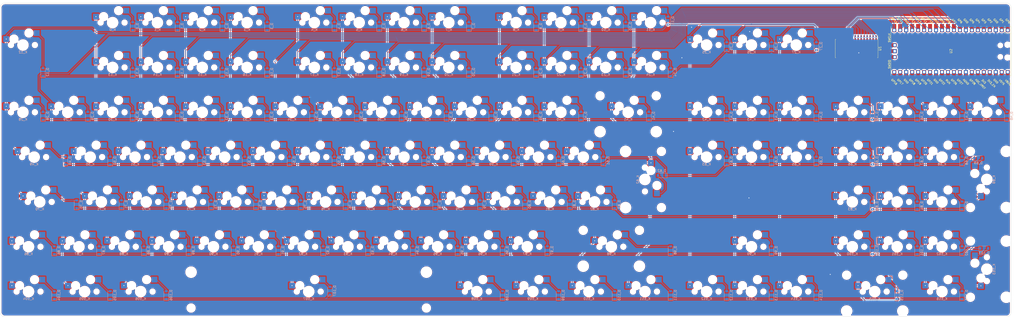
<source format=kicad_pcb>
(kicad_pcb (version 20171130) (host pcbnew "(5.1.9)-1")
  (layers (0 F.Cu signal) (31 B.Cu signal) (34 B.Paste user) (35 F.Paste user) (36 B.SilkS user) (37 F.SilkS user) (38 B.Mask user) (39 F.Mask user) (44 Edge.Cuts user))
  (net 0 "")
  (net 1 col0)
  (net 2 col1)
  (net 3 col2)
  (net 4 col3)
  (net 5 col4)
  (net 6 col5)
  (net 7 col6)
  (net 8 col7)
  (net 9 col8)
  (net 10 col9)
  (net 11 col10)
  (net 12 col11)
  (net 13 col12)
  (net 14 col13)
  (net 15 col14)
  (net 16 col15)
  (net 17 col16)
  (net 18 col17)
  (net 19 col19)
  (net 20 col20)
  (net 21 col21)
  (net 22 col22)
  (net 23 row0)
  (net 24 row1)
  (net 25 row3)
  (net 26 row4)
  (net 27 row5)
  (net 28 row6)
  (net 29 row7)
  (net 30 "Net-(D_0-Pad2)")
  (net 31 "Net-(D_1-Pad2)")
  (net 32 "Net-(D_2-Pad2)")
  (net 33 "Net-(D_3-Pad2)")
  (net 34 "Net-(D_4-Pad2)")
  (net 35 "Net-(D_5-Pad2)")
  (net 36 "Net-(D_6-Pad2)")
  (net 37 "Net-(D_7-Pad2)")
  (net 38 "Net-(D_8-Pad2)")
  (net 39 "Net-(D_9-Pad2)")
  (net 40 "Net-(D_10-Pad2)")
  (net 41 "Net-(D_11-Pad2)")
  (net 42 "Net-(D_12-Pad2)")
  (net 43 "Net-(D_13-Pad2)")
  (net 44 "Net-(D_14-Pad2)")
  (net 45 "Net-(D_15-Pad2)")
  (net 46 "Net-(D_16-Pad2)")
  (net 47 "Net-(D_17-Pad2)")
  (net 48 "Net-(D_18-Pad2)")
  (net 49 "Net-(D_19-Pad2)")
  (net 50 "Net-(D_20-Pad2)")
  (net 51 "Net-(D_21-Pad2)")
  (net 52 "Net-(D_22-Pad2)")
  (net 53 "Net-(D_23-Pad2)")
  (net 54 "Net-(D_24-Pad2)")
  (net 55 "Net-(D_25-Pad2)")
  (net 56 "Net-(D_26-Pad2)")
  (net 57 "Net-(D_27-Pad2)")
  (net 58 "Net-(D_28-Pad2)")
  (net 59 "Net-(D_29-Pad2)")
  (net 60 "Net-(D_30-Pad2)")
  (net 61 "Net-(D_31-Pad2)")
  (net 62 "Net-(D_32-Pad2)")
  (net 63 "Net-(D_33-Pad2)")
  (net 64 "Net-(D_34-Pad2)")
  (net 65 "Net-(D_35-Pad2)")
  (net 66 "Net-(D_36-Pad2)")
  (net 67 "Net-(D_37-Pad2)")
  (net 68 "Net-(D_38-Pad2)")
  (net 69 "Net-(D_39-Pad2)")
  (net 70 "Net-(D_40-Pad2)")
  (net 71 "Net-(D_41-Pad2)")
  (net 72 "Net-(D_42-Pad2)")
  (net 73 "Net-(D_43-Pad2)")
  (net 74 "Net-(D_44-Pad2)")
  (net 75 "Net-(D_45-Pad2)")
  (net 76 "Net-(D_46-Pad2)")
  (net 77 "Net-(D_47-Pad2)")
  (net 78 "Net-(D_48-Pad2)")
  (net 79 "Net-(D_49-Pad2)")
  (net 80 "Net-(D_50-Pad2)")
  (net 81 "Net-(D_51-Pad2)")
  (net 82 "Net-(D_52-Pad2)")
  (net 83 "Net-(D_53-Pad2)")
  (net 84 "Net-(D_54-Pad2)")
  (net 85 "Net-(D_55-Pad2)")
  (net 86 "Net-(D_56-Pad2)")
  (net 87 "Net-(D_57-Pad2)")
  (net 88 "Net-(D_58-Pad2)")
  (net 89 "Net-(D_59-Pad2)")
  (net 90 "Net-(D_60-Pad2)")
  (net 91 "Net-(D_61-Pad2)")
  (net 92 "Net-(D_62-Pad2)")
  (net 93 "Net-(D_63-Pad2)")
  (net 94 "Net-(D_64-Pad2)")
  (net 95 "Net-(D_65-Pad2)")
  (net 96 "Net-(D_66-Pad2)")
  (net 97 "Net-(D_67-Pad2)")
  (net 98 "Net-(D_68-Pad2)")
  (net 99 "Net-(D_69-Pad2)")
  (net 100 "Net-(D_70-Pad2)")
  (net 101 "Net-(D_71-Pad2)")
  (net 102 "Net-(D_72-Pad2)")
  (net 103 "Net-(D_73-Pad2)")
  (net 104 "Net-(D_74-Pad2)")
  (net 105 "Net-(D_75-Pad2)")
  (net 106 "Net-(D_76-Pad2)")
  (net 107 "Net-(D_77-Pad2)")
  (net 108 "Net-(D_78-Pad2)")
  (net 109 "Net-(D_79-Pad2)")
  (net 110 "Net-(D_80-Pad2)")
  (net 111 "Net-(D_81-Pad2)")
  (net 112 "Net-(D_82-Pad2)")
  (net 113 "Net-(D_83-Pad2)")
  (net 114 "Net-(D_84-Pad2)")
  (net 115 "Net-(D_85-Pad2)")
  (net 116 "Net-(D_86-Pad2)")
  (net 117 "Net-(D_87-Pad2)")
  (net 118 "Net-(D_88-Pad2)")
  (net 119 "Net-(D_89-Pad2)")
  (net 120 "Net-(D_90-Pad2)")
  (net 121 "Net-(D_91-Pad2)")
  (net 122 "Net-(D_92-Pad2)")
  (net 123 "Net-(D_93-Pad2)")
  (net 124 "Net-(D_94-Pad2)")
  (net 125 "Net-(D_95-Pad2)")
  (net 126 "Net-(D_96-Pad2)")
  (net 127 "Net-(D_97-Pad2)")
  (net 128 "Net-(D_98-Pad2)")
  (net 129 "Net-(D_99-Pad2)")
  (net 130 "Net-(D_100-Pad2)")
  (net 131 "Net-(D_101-Pad2)")
  (net 132 "Net-(D_102-Pad2)")
  (net 133 "Net-(D_103-Pad2)")
  (net 134 "Net-(D_104-Pad2)")
  (net 135 "Net-(D_105-Pad2)")
  (net 136 "Net-(D_106-Pad2)")
  (net 137 "Net-(D_107-Pad2)")
  (net 138 "Net-(D_108-Pad2)")
  (net 139 "Net-(D_109-Pad2)")
  (net 140 "Net-(D_110-Pad2)")
  (net 141 "Net-(D_111-Pad2)")
  (net 142 "Net-(D_112-Pad2)")
  (net 143 "Net-(D_113-Pad2)")
  (net 144 "Net-(D_114-Pad2)")
  (net 145 "Net-(D_115-Pad2)")
  (net 146 "Net-(D_116-Pad2)")
  (net 147 +3V3)
  (net 148 GND)
  (net 149 SDA)
  (net 150 SCL)
  (net 151 "Net-(U2-Pad43)")
  (net 152 "Net-(U2-Pad42)")
  (net 153 "Net-(U2-Pad41)")
  (net 154 "Net-(U2-Pad27)")
  (net 155 "Net-(U2-Pad29)")
  (net 156 "Net-(U2-Pad30)")
  (net 157 "Net-(U2-Pad31)")
  (net 158 "Net-(U2-Pad32)")
  (net 159 "Net-(U2-Pad34)")
  (net 160 "Net-(U2-Pad35)")
  (net 161 "Net-(U2-Pad37)")
  (net 162 "Net-(U2-Pad39)")
  (net 163 "Net-(U2-Pad40)")
  (net 164 "Net-(U1-Pad11)")
  (net 165 "Net-(U1-Pad14)")
  (net 166 "Net-(U1-Pad19)")
  (net 167 "Net-(U1-Pad20)")
  (net 168 col18)
  (net 169 "Net-(U1-Pad23)")
  (net 170 "Net-(U2-Pad7)")
  (net 171 "Net-(U2-Pad6)")
  (net 172 "Net-(U2-Pad5)")
  (net 173 "Net-(U2-Pad4)")
  (module MX_Only:MXOnly-1U-Hotswap (layer F.Cu) (at 381 57.15)
    (fp_text reference K_46)
    (fp_text value KEYSW)
    (fp_text user %R (at 0 3.048) (layer B.SilkS) (effects (justify mirror)))
    (pad 2 smd rect (at 5.842 -5.08) (size 2.55 2.5) (layers B.Cu B.Paste B.Mask) (net 76 "Net-(D_46-Pad2)"))
    (pad 1 smd rect (at -7.085 -2.54) (size 2.55 2.5) (layers B.Cu B.Paste B.Mask) (net 20 col20))
    (pad "" np_thru_hole circle (at 5.08 0 48.0996) (size 1.75 1.75) (drill 1.75) (layers *.Cu *.Mask))
    (pad "" np_thru_hole circle (at -5.08 0 48.0996) (size 1.75 1.75) (drill 1.75) (layers *.Cu *.Mask))
    (pad "" np_thru_hole circle (at -3.81 -2.54) (size 3 3) (drill 3) (layers *.Cu *.Mask))
    (pad "" np_thru_hole circle (at 0 0) (size 3.9878 3.9878) (drill 3.9878) (layers *.Cu *.Mask))
    (pad "" np_thru_hole circle (at 2.54 -5.08) (size 3 3) (drill 3) (layers *.Cu *.Mask))
  )
  (module MCU_RaspberryPi_and_Boards:RPi_Pico_SMD_TH (layer F.Cu) (at 403.875 31.175 270)
    (fp_text reference U2 (at 0 0 90) (layer F.SilkS))
    (fp_text value Pico)
    (fp_text user SWDIO (at 5.6 26.2 90) (layer F.SilkS) (effects (font (size 0.8 0.8))))
    (fp_text user SWCLK (at -5.7 26.2 90) (layer F.SilkS) (effects (font (size 0.8 0.8))))
    (fp_text user AGND (at 13.054 -6.35 135) (layer F.SilkS) (effects (font (size 0.8 0.8))))
    (fp_text user GND (at 12.8 -19.05 135) (layer F.SilkS) (effects (font (size 0.8 0.8))))
    (fp_text user GND (at 12.8 6.35 135) (layer F.SilkS) (effects (font (size 0.8 0.8))))
    (fp_text user GND (at 12.8 19.05 135) (layer F.SilkS) (effects (font (size 0.8 0.8))))
    (fp_text user GND (at -12.8 19.05 135) (layer F.SilkS) (effects (font (size 0.8 0.8))))
    (fp_text user GND (at -12.8 6.35 135) (layer F.SilkS) (effects (font (size 0.8 0.8))))
    (fp_text user GND (at -12.8 -6.35 135) (layer F.SilkS) (effects (font (size 0.8 0.8))))
    (fp_text user GND (at -12.8 -19.05 135) (layer F.SilkS) (effects (font (size 0.8 0.8))))
    (fp_text user VBUS (at 13.3 -24.2 135) (layer F.SilkS) (effects (font (size 0.8 0.8))))
    (fp_text user VSYS (at 13.2 -21.59 135) (layer F.SilkS) (effects (font (size 0.8 0.8))))
    (fp_text user 3V3_EN (at 13.7 -17.2 135) (layer F.SilkS) (effects (font (size 0.8 0.8))))
    (fp_text user 3V3 (at 12.9 -13.9 135) (layer F.SilkS) (effects (font (size 0.8 0.8))))
    (fp_text user ADC_VREF (at 14 -12.5 135) (layer F.SilkS) (effects (font (size 0.8 0.8))))
    (fp_text user GP28 (at 13.054 -9.144 135) (layer F.SilkS) (effects (font (size 0.8 0.8))))
    (fp_text user GP27 (at 13.054 -3.8 135) (layer F.SilkS) (effects (font (size 0.8 0.8))))
    (fp_text user GP26 (at 13.054 -1.27 135) (layer F.SilkS) (effects (font (size 0.8 0.8))))
    (fp_text user RUN (at 13 1.27 135) (layer F.SilkS) (effects (font (size 0.8 0.8))))
    (fp_text user GP22 (at 13.054 3.81 135) (layer F.SilkS) (effects (font (size 0.8 0.8))))
    (fp_text user GP21 (at 13.054 8.9 135) (layer F.SilkS) (effects (font (size 0.8 0.8))))
    (fp_text user GP20 (at 13.054 11.43 135) (layer F.SilkS) (effects (font (size 0.8 0.8))))
    (fp_text user GP19 (at 13.054 13.97 135) (layer F.SilkS) (effects (font (size 0.8 0.8))))
    (fp_text user GP18 (at 13.054 16.51 135) (layer F.SilkS) (effects (font (size 0.8 0.8))))
    (fp_text user GP17 (at 13.054 21.59 135) (layer F.SilkS) (effects (font (size 0.8 0.8))))
    (fp_text user GP16 (at 13.054 24.13 135) (layer F.SilkS) (effects (font (size 0.8 0.8))))
    (fp_text user GP15 (at -13.054 24.13 135) (layer F.SilkS) (effects (font (size 0.8 0.8))))
    (fp_text user GP14 (at -13.1 21.59 135) (layer F.SilkS) (effects (font (size 0.8 0.8))))
    (fp_text user GP13 (at -13.054 16.51 135) (layer F.SilkS) (effects (font (size 0.8 0.8))))
    (fp_text user GP12 (at -13.2 13.97 135) (layer F.SilkS) (effects (font (size 0.8 0.8))))
    (fp_text user GP11 (at -13.2 11.43 135) (layer F.SilkS) (effects (font (size 0.8 0.8))))
    (fp_text user GP10 (at -13.054 8.89 135) (layer F.SilkS) (effects (font (size 0.8 0.8))))
    (fp_text user GP9 (at -12.8 3.81 135) (layer F.SilkS) (effects (font (size 0.8 0.8))))
    (fp_text user GP8 (at -12.8 1.27 135) (layer F.SilkS) (effects (font (size 0.8 0.8))))
    (fp_text user GP7 (at -12.7 -1.3 135) (layer F.SilkS) (effects (font (size 0.8 0.8))))
    (fp_text user GP6 (at -12.8 -3.81 135) (layer F.SilkS) (effects (font (size 0.8 0.8))))
    (fp_text user GP5 (at -12.8 -8.89 135) (layer F.SilkS) (effects (font (size 0.8 0.8))))
    (fp_text user GP4 (at -12.8 -11.43 135) (layer F.SilkS) (effects (font (size 0.8 0.8))))
    (fp_text user GP3 (at -12.8 -13.97 135) (layer F.SilkS) (effects (font (size 0.8 0.8))))
    (fp_text user GP0 (at -12.8 -24.13 135) (layer F.SilkS) (effects (font (size 0.8 0.8))))
    (fp_text user GP2 (at -12.9 -16.51 135) (layer F.SilkS) (effects (font (size 0.8 0.8))))
    (fp_text user GP1 (at -12.9 -21.6 135) (layer F.SilkS) (effects (font (size 0.8 0.8))))
    (pad 43 thru_hole oval (at 2.54 23.9 270) (size 1.7 1.7) (drill 1.02) (layers *.Cu *.Mask) (net 151 "Net-(U2-Pad43)"))
    (pad 43 smd rect (at 2.54 23.9) (size 3.5 1.7) (drill (offset -0.9 0)) (layers F.Cu F.Mask) (net 151 "Net-(U2-Pad43)"))
    (pad 42 thru_hole rect (at 0 23.9 270) (size 1.7 1.7) (drill 1.02) (layers *.Cu *.Mask) (net 152 "Net-(U2-Pad42)"))
    (pad 42 smd rect (at 0 23.9) (size 3.5 1.7) (drill (offset -0.9 0)) (layers F.Cu F.Mask) (net 152 "Net-(U2-Pad42)"))
    (pad 41 thru_hole oval (at -2.54 23.9 270) (size 1.7 1.7) (drill 1.02) (layers *.Cu *.Mask) (net 153 "Net-(U2-Pad41)"))
    (pad 41 smd rect (at -2.54 23.9) (size 3.5 1.7) (drill (offset -0.9 0)) (layers F.Cu F.Mask) (net 153 "Net-(U2-Pad41)"))
    (pad "" np_thru_hole oval (at 2.425 -20.97 270) (size 1.5 1.5) (drill 1.5) (layers *.Cu *.Mask))
    (pad "" np_thru_hole oval (at -2.425 -20.97 270) (size 1.5 1.5) (drill 1.5) (layers *.Cu *.Mask))
    (pad "" np_thru_hole oval (at 2.725 -24 270) (size 1.8 1.8) (drill 1.8) (layers *.Cu *.Mask))
    (pad "" np_thru_hole oval (at -2.725 -24 270) (size 1.8 1.8) (drill 1.8) (layers *.Cu *.Mask))
    (pad 21 smd rect (at 8.89 24.13 270) (size 3.5 1.7) (drill (offset 0.9 0)) (layers F.Cu F.Mask) (net 168 col18))
    (pad 22 smd rect (at 8.89 21.59 270) (size 3.5 1.7) (drill (offset 0.9 0)) (layers F.Cu F.Mask) (net 19 col19))
    (pad 23 smd rect (at 8.89 19.05 270) (size 3.5 1.7) (drill (offset 0.9 0)) (layers F.Cu F.Mask) (net 148 GND))
    (pad 24 smd rect (at 8.89 16.51 270) (size 3.5 1.7) (drill (offset 0.9 0)) (layers F.Cu F.Mask) (net 20 col20))
    (pad 25 smd rect (at 8.89 13.97 270) (size 3.5 1.7) (drill (offset 0.9 0)) (layers F.Cu F.Mask) (net 21 col21))
    (pad 26 smd rect (at 8.89 11.43 270) (size 3.5 1.7) (drill (offset 0.9 0)) (layers F.Cu F.Mask) (net 22 col22))
    (pad 27 smd rect (at 8.89 8.89 270) (size 3.5 1.7) (drill (offset 0.9 0)) (layers F.Cu F.Mask) (net 154 "Net-(U2-Pad27)"))
    (pad 28 smd rect (at 8.89 6.35 270) (size 3.5 1.7) (drill (offset 0.9 0)) (layers F.Cu F.Mask) (net 148 GND))
    (pad 29 smd rect (at 8.89 3.81 270) (size 3.5 1.7) (drill (offset 0.9 0)) (layers F.Cu F.Mask) (net 155 "Net-(U2-Pad29)"))
    (pad 30 smd rect (at 8.89 1.27 270) (size 3.5 1.7) (drill (offset 0.9 0)) (layers F.Cu F.Mask) (net 156 "Net-(U2-Pad30)"))
    (pad 31 smd rect (at 8.89 -1.27 270) (size 3.5 1.7) (drill (offset 0.9 0)) (layers F.Cu F.Mask) (net 157 "Net-(U2-Pad31)"))
    (pad 32 smd rect (at 8.89 -3.81 270) (size 3.5 1.7) (drill (offset 0.9 0)) (layers F.Cu F.Mask) (net 158 "Net-(U2-Pad32)"))
    (pad 33 smd rect (at 8.89 -6.35 270) (size 3.5 1.7) (drill (offset 0.9 0)) (layers F.Cu F.Mask) (net 148 GND))
    (pad 34 smd rect (at 8.89 -8.89 270) (size 3.5 1.7) (drill (offset 0.9 0)) (layers F.Cu F.Mask) (net 159 "Net-(U2-Pad34)"))
    (pad 35 smd rect (at 8.89 -11.43 270) (size 3.5 1.7) (drill (offset 0.9 0)) (layers F.Cu F.Mask) (net 160 "Net-(U2-Pad35)"))
    (pad 36 smd rect (at 8.89 -13.97 270) (size 3.5 1.7) (drill (offset 0.9 0)) (layers F.Cu F.Mask) (net 147 +3V3))
    (pad 37 smd rect (at 8.89 -16.51 270) (size 3.5 1.7) (drill (offset 0.9 0)) (layers F.Cu F.Mask) (net 161 "Net-(U2-Pad37)"))
    (pad 38 smd rect (at 8.89 -19.05 270) (size 3.5 1.7) (drill (offset 0.9 0)) (layers F.Cu F.Mask) (net 148 GND))
    (pad 39 smd rect (at 8.89 -21.59 270) (size 3.5 1.7) (drill (offset 0.9 0)) (layers F.Cu F.Mask) (net 162 "Net-(U2-Pad39)"))
    (pad 40 smd rect (at 8.89 -24.13 270) (size 3.5 1.7) (drill (offset 0.9 0)) (layers F.Cu F.Mask) (net 163 "Net-(U2-Pad40)"))
    (pad 20 smd rect (at -8.89 24.13 270) (size 3.5 1.7) (drill (offset -0.9 0)) (layers F.Cu F.Mask) (net 10 col9))
    (pad 19 smd rect (at -8.89 21.59 270) (size 3.5 1.7) (drill (offset -0.9 0)) (layers F.Cu F.Mask) (net 9 col8))
    (pad 18 smd rect (at -8.89 19.05 270) (size 3.5 1.7) (drill (offset -0.9 0)) (layers F.Cu F.Mask) (net 148 GND))
    (pad 17 smd rect (at -8.89 16.51 270) (size 3.5 1.7) (drill (offset -0.9 0)) (layers F.Cu F.Mask) (net 8 col7))
    (pad 16 smd rect (at -8.89 13.97 270) (size 3.5 1.7) (drill (offset -0.9 0)) (layers F.Cu F.Mask) (net 7 col6))
    (pad 15 smd rect (at -8.89 11.43 270) (size 3.5 1.7) (drill (offset -0.9 0)) (layers F.Cu F.Mask) (net 6 col5))
    (pad 14 smd rect (at -8.89 8.89 270) (size 3.5 1.7) (drill (offset -0.9 0)) (layers F.Cu F.Mask) (net 5 col4))
    (pad 13 smd rect (at -8.89 6.35 270) (size 3.5 1.7) (drill (offset -0.9 0)) (layers F.Cu F.Mask) (net 148 GND))
    (pad 12 smd rect (at -8.89 3.81 270) (size 3.5 1.7) (drill (offset -0.9 0)) (layers F.Cu F.Mask) (net 4 col3))
    (pad 11 smd rect (at -8.89 1.27 270) (size 3.5 1.7) (drill (offset -0.9 0)) (layers F.Cu F.Mask) (net 3 col2))
    (pad 10 smd rect (at -8.89 -1.27 270) (size 3.5 1.7) (drill (offset -0.9 0)) (layers F.Cu F.Mask) (net 2 col1))
    (pad 9 smd rect (at -8.89 -3.81 270) (size 3.5 1.7) (drill (offset -0.9 0)) (layers F.Cu F.Mask) (net 1 col0))
    (pad 8 smd rect (at -8.89 -6.35 270) (size 3.5 1.7) (drill (offset -0.9 0)) (layers F.Cu F.Mask) (net 148 GND))
    (pad 7 smd rect (at -8.89 -8.89 270) (size 3.5 1.7) (drill (offset -0.9 0)) (layers F.Cu F.Mask) (net 170 "Net-(U2-Pad7)"))
    (pad 6 smd rect (at -8.89 -11.43 270) (size 3.5 1.7) (drill (offset -0.9 0)) (layers F.Cu F.Mask) (net 171 "Net-(U2-Pad6)"))
    (pad 5 smd rect (at -8.89 -13.97 270) (size 3.5 1.7) (drill (offset -0.9 0)) (layers F.Cu F.Mask) (net 172 "Net-(U2-Pad5)"))
    (pad 4 smd rect (at -8.89 -16.51 270) (size 3.5 1.7) (drill (offset -0.9 0)) (layers F.Cu F.Mask) (net 173 "Net-(U2-Pad4)"))
    (pad 3 smd rect (at -8.89 -19.05 270) (size 3.5 1.7) (drill (offset -0.9 0)) (layers F.Cu F.Mask) (net 148 GND))
    (pad 2 smd rect (at -8.89 -21.59 270) (size 3.5 1.7) (drill (offset -0.9 0)) (layers F.Cu F.Mask) (net 150 SCL))
    (pad 1 smd rect (at -8.89 -24.13 270) (size 3.5 1.7) (drill (offset -0.9 0)) (layers F.Cu F.Mask) (net 149 SDA))
    (pad 40 thru_hole oval (at 8.89 -24.13 270) (size 1.7 1.7) (drill 1.02) (layers *.Cu *.Mask) (net 163 "Net-(U2-Pad40)"))
    (pad 39 thru_hole oval (at 8.89 -21.59 270) (size 1.7 1.7) (drill 1.02) (layers *.Cu *.Mask) (net 162 "Net-(U2-Pad39)"))
    (pad 38 thru_hole rect (at 8.89 -19.05 270) (size 1.7 1.7) (drill 1.02) (layers *.Cu *.Mask) (net 148 GND))
    (pad 37 thru_hole oval (at 8.89 -16.51 270) (size 1.7 1.7) (drill 1.02) (layers *.Cu *.Mask) (net 161 "Net-(U2-Pad37)"))
    (pad 36 thru_hole oval (at 8.89 -13.97 270) (size 1.7 1.7) (drill 1.02) (layers *.Cu *.Mask) (net 147 +3V3))
    (pad 35 thru_hole oval (at 8.89 -11.43 270) (size 1.7 1.7) (drill 1.02) (layers *.Cu *.Mask) (net 160 "Net-(U2-Pad35)"))
    (pad 34 thru_hole oval (at 8.89 -8.89 270) (size 1.7 1.7) (drill 1.02) (layers *.Cu *.Mask) (net 159 "Net-(U2-Pad34)"))
    (pad 33 thru_hole rect (at 8.89 -6.35 270) (size 1.7 1.7) (drill 1.02) (layers *.Cu *.Mask) (net 148 GND))
    (pad 32 thru_hole oval (at 8.89 -3.81 270) (size 1.7 1.7) (drill 1.02) (layers *.Cu *.Mask) (net 158 "Net-(U2-Pad32)"))
    (pad 31 thru_hole oval (at 8.89 -1.27 270) (size 1.7 1.7) (drill 1.02) (layers *.Cu *.Mask) (net 157 "Net-(U2-Pad31)"))
    (pad 30 thru_hole oval (at 8.89 1.27 270) (size 1.7 1.7) (drill 1.02) (layers *.Cu *.Mask) (net 156 "Net-(U2-Pad30)"))
    (pad 29 thru_hole oval (at 8.89 3.81 270) (size 1.7 1.7) (drill 1.02) (layers *.Cu *.Mask) (net 155 "Net-(U2-Pad29)"))
    (pad 28 thru_hole rect (at 8.89 6.35 270) (size 1.7 1.7) (drill 1.02) (layers *.Cu *.Mask) (net 148 GND))
    (pad 27 thru_hole oval (at 8.89 8.89 270) (size 1.7 1.7) (drill 1.02) (layers *.Cu *.Mask) (net 154 "Net-(U2-Pad27)"))
    (pad 26 thru_hole oval (at 8.89 11.43 270) (size 1.7 1.7) (drill 1.02) (layers *.Cu *.Mask) (net 22 col22))
    (pad 25 thru_hole oval (at 8.89 13.97 270) (size 1.7 1.7) (drill 1.02) (layers *.Cu *.Mask) (net 21 col21))
    (pad 24 thru_hole oval (at 8.89 16.51 270) (size 1.7 1.7) (drill 1.02) (layers *.Cu *.Mask) (net 20 col20))
    (pad 23 thru_hole rect (at 8.89 19.05 270) (size 1.7 1.7) (drill 1.02) (layers *.Cu *.Mask) (net 148 GND))
    (pad 22 thru_hole oval (at 8.89 21.59 270) (size 1.7 1.7) (drill 1.02) (layers *.Cu *.Mask) (net 19 col19))
    (pad 21 thru_hole oval (at 8.89 24.13 270) (size 1.7 1.7) (drill 1.02) (layers *.Cu *.Mask) (net 168 col18))
    (pad 20 thru_hole oval (at -8.89 24.13 270) (size 1.7 1.7) (drill 1.02) (layers *.Cu *.Mask) (net 10 col9))
    (pad 19 thru_hole oval (at -8.89 21.59 270) (size 1.7 1.7) (drill 1.02) (layers *.Cu *.Mask) (net 9 col8))
    (pad 18 thru_hole rect (at -8.89 19.05 270) (size 1.7 1.7) (drill 1.02) (layers *.Cu *.Mask) (net 148 GND))
    (pad 17 thru_hole oval (at -8.89 16.51 270) (size 1.7 1.7) (drill 1.02) (layers *.Cu *.Mask) (net 8 col7))
    (pad 16 thru_hole oval (at -8.89 13.97 270) (size 1.7 1.7) (drill 1.02) (layers *.Cu *.Mask) (net 7 col6))
    (pad 15 thru_hole oval (at -8.89 11.43 270) (size 1.7 1.7) (drill 1.02) (layers *.Cu *.Mask) (net 6 col5))
    (pad 14 thru_hole oval (at -8.89 8.89 270) (size 1.7 1.7) (drill 1.02) (layers *.Cu *.Mask) (net 5 col4))
    (pad 13 thru_hole rect (at -8.89 6.35 270) (size 1.7 1.7) (drill 1.02) (layers *.Cu *.Mask) (net 148 GND))
    (pad 12 thru_hole oval (at -8.89 3.81 270) (size 1.7 1.7) (drill 1.02) (layers *.Cu *.Mask) (net 4 col3))
    (pad 11 thru_hole oval (at -8.89 1.27 270) (size 1.7 1.7) (drill 1.02) (layers *.Cu *.Mask) (net 3 col2))
    (pad 10 thru_hole oval (at -8.89 -1.27 270) (size 1.7 1.7) (drill 1.02) (layers *.Cu *.Mask) (net 2 col1))
    (pad 9 thru_hole oval (at -8.89 -3.81 270) (size 1.7 1.7) (drill 1.02) (layers *.Cu *.Mask) (net 1 col0))
    (pad 8 thru_hole rect (at -8.89 -6.35 270) (size 1.7 1.7) (drill 1.02) (layers *.Cu *.Mask) (net 148 GND))
    (pad 7 thru_hole oval (at -8.89 -8.89 270) (size 1.7 1.7) (drill 1.02) (layers *.Cu *.Mask) (net 170 "Net-(U2-Pad7)"))
    (pad 6 thru_hole oval (at -8.89 -11.43 270) (size 1.7 1.7) (drill 1.02) (layers *.Cu *.Mask) (net 171 "Net-(U2-Pad6)"))
    (pad 5 thru_hole oval (at -8.89 -13.97 270) (size 1.7 1.7) (drill 1.02) (layers *.Cu *.Mask) (net 172 "Net-(U2-Pad5)"))
    (pad 4 thru_hole oval (at -8.89 -16.51 270) (size 1.7 1.7) (drill 1.02) (layers *.Cu *.Mask) (net 173 "Net-(U2-Pad4)"))
    (pad 3 thru_hole rect (at -8.89 -19.05 270) (size 1.7 1.7) (drill 1.02) (layers *.Cu *.Mask) (net 148 GND))
    (pad 2 thru_hole oval (at -8.89 -21.59 270) (size 1.7 1.7) (drill 1.02) (layers *.Cu *.Mask) (net 150 SCL))
    (pad 1 thru_hole oval (at -8.89 -24.13 270) (size 1.7 1.7) (drill 1.02) (layers *.Cu *.Mask) (net 149 SDA))
  )
  (module Package_SO:SOIC-28W_7.5x17.9mm_P1.27mm (layer F.Cu) (at 363.8 30.075 270)
    (fp_text reference U1 (at 0 -9.9 90) (layer F.SilkS))
    (fp_text value MCP23017_SO)
    (pad 1 smd roundrect (at -4.65 -8.255 270) (size 2.05 0.6) (layers F.Cu F.Paste F.Mask) (net 11 col10))
    (pad 2 smd roundrect (at -4.65 -6.985 270) (size 2.05 0.6) (layers F.Cu F.Paste F.Mask) (net 12 col11))
    (pad 3 smd roundrect (at -4.65 -5.715 270) (size 2.05 0.6) (layers F.Cu F.Paste F.Mask) (net 13 col12))
    (pad 4 smd roundrect (at -4.65 -4.445 270) (size 2.05 0.6) (layers F.Cu F.Paste F.Mask) (net 14 col13))
    (pad 5 smd roundrect (at -4.65 -3.175 270) (size 2.05 0.6) (layers F.Cu F.Paste F.Mask) (net 15 col14))
    (pad 6 smd roundrect (at -4.65 -1.905 270) (size 2.05 0.6) (layers F.Cu F.Paste F.Mask) (net 16 col15))
    (pad 7 smd roundrect (at -4.65 -0.635 270) (size 2.05 0.6) (layers F.Cu F.Paste F.Mask) (net 17 col16))
    (pad 8 smd roundrect (at -4.65 0.635 270) (size 2.05 0.6) (layers F.Cu F.Paste F.Mask) (net 18 col17))
    (pad 9 smd roundrect (at -4.65 1.905 270) (size 2.05 0.6) (layers F.Cu F.Paste F.Mask) (net 147 +3V3))
    (pad 10 smd roundrect (at -4.65 3.175 270) (size 2.05 0.6) (layers F.Cu F.Paste F.Mask) (net 148 GND))
    (pad 11 smd roundrect (at -4.65 4.445 270) (size 2.05 0.6) (layers F.Cu F.Paste F.Mask) (net 164 "Net-(U1-Pad11)"))
    (pad 12 smd roundrect (at -4.65 5.715 270) (size 2.05 0.6) (layers F.Cu F.Paste F.Mask) (net 150 SCL))
    (pad 13 smd roundrect (at -4.65 6.985 270) (size 2.05 0.6) (layers F.Cu F.Paste F.Mask) (net 149 SDA))
    (pad 14 smd roundrect (at -4.65 8.255 270) (size 2.05 0.6) (layers F.Cu F.Paste F.Mask) (net 165 "Net-(U1-Pad14)"))
    (pad 15 smd roundrect (at 4.65 8.255 270) (size 2.05 0.6) (layers F.Cu F.Paste F.Mask) (net 148 GND))
    (pad 16 smd roundrect (at 4.65 6.985 270) (size 2.05 0.6) (layers F.Cu F.Paste F.Mask) (net 148 GND))
    (pad 17 smd roundrect (at 4.65 5.715 270) (size 2.05 0.6) (layers F.Cu F.Paste F.Mask) (net 148 GND))
    (pad 18 smd roundrect (at 4.65 4.445 270) (size 2.05 0.6) (layers F.Cu F.Paste F.Mask) (net 147 +3V3))
    (pad 19 smd roundrect (at 4.65 3.175 270) (size 2.05 0.6) (layers F.Cu F.Paste F.Mask) (net 166 "Net-(U1-Pad19)"))
    (pad 20 smd roundrect (at 4.65 1.905 270) (size 2.05 0.6) (layers F.Cu F.Paste F.Mask) (net 167 "Net-(U1-Pad20)"))
    (pad 21 smd roundrect (at 4.65 0.635 270) (size 2.05 0.6) (layers F.Cu F.Paste F.Mask) (net 23 row0))
    (pad 22 smd roundrect (at 4.65 -0.635 270) (size 2.05 0.6) (layers F.Cu F.Paste F.Mask) (net 24 row1))
    (pad 23 smd roundrect (at 4.65 -1.905 270) (size 2.05 0.6) (layers F.Cu F.Paste F.Mask) (net 169 "Net-(U1-Pad23)"))
    (pad 24 smd roundrect (at 4.65 -3.175 270) (size 2.05 0.6) (layers F.Cu F.Paste F.Mask) (net 25 row3))
    (pad 25 smd roundrect (at 4.65 -4.445 270) (size 2.05 0.6) (layers F.Cu F.Paste F.Mask) (net 26 row4))
    (pad 26 smd roundrect (at 4.65 -5.715 270) (size 2.05 0.6) (layers F.Cu F.Paste F.Mask) (net 27 row5))
    (pad 27 smd roundrect (at 4.65 -6.985 270) (size 2.05 0.6) (layers F.Cu F.Paste F.Mask) (net 28 row6))
    (pad 28 smd roundrect (at 4.65 -8.255 270) (size 2.05 0.6) (layers F.Cu F.Paste F.Mask) (net 29 row7))
  )
  (module MX_Only:MXOnly-2U-Hotswap (layer F.Cu) (at 419.12 123.82 90)
    (fp_text reference K_103)
    (fp_text value KEYSW)
    (fp_text user %R (at 0 3.048 90) (layer B.SilkS) (effects (justify mirror)))
    (pad "" np_thru_hole circle (at -11.938 8.255 90) (size 3.9878 3.9878) (drill 3.9878) (layers *.Cu *.Mask))
    (pad "" np_thru_hole circle (at 11.938 8.255 90) (size 3.9878 3.9878) (drill 3.9878) (layers *.Cu *.Mask))
    (pad "" np_thru_hole circle (at -11.938 -6.985 90) (size 3.048 3.048) (drill 3.048) (layers *.Cu *.Mask))
    (pad "" np_thru_hole circle (at 11.938 -6.985 90) (size 3.048 3.048) (drill 3.048) (layers *.Cu *.Mask))
    (pad 2 smd rect (at 5.842 -5.08 90) (size 2.55 2.5) (layers B.Cu B.Paste B.Mask) (net 133 "Net-(D_103-Pad2)"))
    (pad 1 smd rect (at -7.085 -2.54 90) (size 2.55 2.5) (layers B.Cu B.Paste B.Mask) (net 22 col22))
    (pad "" np_thru_hole circle (at 5.08 0 138.0996) (size 1.75 1.75) (drill 1.75) (layers *.Cu *.Mask))
    (pad "" np_thru_hole circle (at -5.08 0 138.0996) (size 1.75 1.75) (drill 1.75) (layers *.Cu *.Mask))
    (pad "" np_thru_hole circle (at -3.81 -2.54 90) (size 3 3) (drill 3) (layers *.Cu *.Mask))
    (pad "" np_thru_hole circle (at 0 0 90) (size 3.9878 3.9878) (drill 3.9878) (layers *.Cu *.Mask))
    (pad "" np_thru_hole circle (at 2.54 -5.08 90) (size 3 3) (drill 3) (layers *.Cu *.Mask))
  )
  (module MX_Only:MXOnly-2U-Hotswap (layer F.Cu) (at 419.1 85.7 90)
    (fp_text reference K_69)
    (fp_text value KEYSW)
    (fp_text user %R (at 0 3.048 90) (layer B.SilkS) (effects (justify mirror)))
    (pad "" np_thru_hole circle (at -11.938 8.255 90) (size 3.9878 3.9878) (drill 3.9878) (layers *.Cu *.Mask))
    (pad "" np_thru_hole circle (at 11.938 8.255 90) (size 3.9878 3.9878) (drill 3.9878) (layers *.Cu *.Mask))
    (pad "" np_thru_hole circle (at -11.938 -6.985 90) (size 3.048 3.048) (drill 3.048) (layers *.Cu *.Mask))
    (pad "" np_thru_hole circle (at 11.938 -6.985 90) (size 3.048 3.048) (drill 3.048) (layers *.Cu *.Mask))
    (pad 2 smd rect (at 5.842 -5.08 90) (size 2.55 2.5) (layers B.Cu B.Paste B.Mask) (net 99 "Net-(D_69-Pad2)"))
    (pad 1 smd rect (at -7.085 -2.54 90) (size 2.55 2.5) (layers B.Cu B.Paste B.Mask) (net 22 col22))
    (pad "" np_thru_hole circle (at 5.08 0 138.0996) (size 1.75 1.75) (drill 1.75) (layers *.Cu *.Mask))
    (pad "" np_thru_hole circle (at -5.08 0 138.0996) (size 1.75 1.75) (drill 1.75) (layers *.Cu *.Mask))
    (pad "" np_thru_hole circle (at -3.81 -2.54 90) (size 3 3) (drill 3) (layers *.Cu *.Mask))
    (pad "" np_thru_hole circle (at 0 0 90) (size 3.9878 3.9878) (drill 3.9878) (layers *.Cu *.Mask))
    (pad "" np_thru_hole circle (at 2.54 -5.08 90) (size 3 3) (drill 3) (layers *.Cu *.Mask))
  )
  (module MX_Only:MXOnly-2U-Hotswap (layer F.Cu) (at 273.84 85.72 270)
    (fp_text reference K_62)
    (fp_text value KEYSW)
    (fp_text user %R (at 0 3.048 90) (layer B.SilkS) (effects (justify mirror)))
    (pad "" np_thru_hole circle (at -11.938 8.255 270) (size 3.9878 3.9878) (drill 3.9878) (layers *.Cu *.Mask))
    (pad "" np_thru_hole circle (at 11.938 8.255 270) (size 3.9878 3.9878) (drill 3.9878) (layers *.Cu *.Mask))
    (pad "" np_thru_hole circle (at -11.938 -6.985 270) (size 3.048 3.048) (drill 3.048) (layers *.Cu *.Mask))
    (pad "" np_thru_hole circle (at 11.938 -6.985 270) (size 3.048 3.048) (drill 3.048) (layers *.Cu *.Mask))
    (pad 2 smd rect (at 5.842 -5.08 270) (size 2.55 2.5) (layers B.Cu B.Paste B.Mask) (net 92 "Net-(D_62-Pad2)"))
    (pad 1 smd rect (at -7.085 -2.54 270) (size 2.55 2.5) (layers B.Cu B.Paste B.Mask) (net 15 col14))
    (pad "" np_thru_hole circle (at 5.08 0 318.0996) (size 1.75 1.75) (drill 1.75) (layers *.Cu *.Mask))
    (pad "" np_thru_hole circle (at -5.08 0 318.0996) (size 1.75 1.75) (drill 1.75) (layers *.Cu *.Mask))
    (pad "" np_thru_hole circle (at -3.81 -2.54 270) (size 3 3) (drill 3) (layers *.Cu *.Mask))
    (pad "" np_thru_hole circle (at 0 0 270) (size 3.9878 3.9878) (drill 3.9878) (layers *.Cu *.Mask))
    (pad "" np_thru_hole circle (at 2.54 -5.08 270) (size 3 3) (drill 3) (layers *.Cu *.Mask))
  )
  (module MX_Only:MXOnly-1U-Hotswap (layer F.Cu) (at 400.05 133.35)
    (fp_text reference K_116)
    (fp_text value KEYSW)
    (fp_text user %R (at 0 3.048) (layer B.SilkS) (effects (justify mirror)))
    (pad 2 smd rect (at 5.842 -5.08) (size 2.55 2.5) (layers B.Cu B.Paste B.Mask) (net 146 "Net-(D_116-Pad2)"))
    (pad 1 smd rect (at -7.085 -2.54) (size 2.55 2.5) (layers B.Cu B.Paste B.Mask) (net 21 col21))
    (pad "" np_thru_hole circle (at 5.08 0 48.0996) (size 1.75 1.75) (drill 1.75) (layers *.Cu *.Mask))
    (pad "" np_thru_hole circle (at -5.08 0 48.0996) (size 1.75 1.75) (drill 1.75) (layers *.Cu *.Mask))
    (pad "" np_thru_hole circle (at -3.81 -2.54) (size 3 3) (drill 3) (layers *.Cu *.Mask))
    (pad "" np_thru_hole circle (at 0 0) (size 3.9878 3.9878) (drill 3.9878) (layers *.Cu *.Mask))
    (pad "" np_thru_hole circle (at 2.54 -5.08) (size 3 3) (drill 3) (layers *.Cu *.Mask))
  )
  (module MX_Only:MXOnly-2U-Hotswap (layer F.Cu) (at 371.475 133.35)
    (fp_text reference K_115)
    (fp_text value KEYSW)
    (fp_text user %R (at 0 3.048) (layer B.SilkS) (effects (justify mirror)))
    (pad "" np_thru_hole circle (at -11.938 8.255) (size 3.9878 3.9878) (drill 3.9878) (layers *.Cu *.Mask))
    (pad "" np_thru_hole circle (at 11.938 8.255) (size 3.9878 3.9878) (drill 3.9878) (layers *.Cu *.Mask))
    (pad "" np_thru_hole circle (at -11.938 -6.985) (size 3.048 3.048) (drill 3.048) (layers *.Cu *.Mask))
    (pad "" np_thru_hole circle (at 11.938 -6.985) (size 3.048 3.048) (drill 3.048) (layers *.Cu *.Mask))
    (pad 2 smd rect (at 5.842 -5.08) (size 2.55 2.5) (layers B.Cu B.Paste B.Mask) (net 145 "Net-(D_115-Pad2)"))
    (pad 1 smd rect (at -7.085 -2.54) (size 2.55 2.5) (layers B.Cu B.Paste B.Mask) (net 19 col19))
    (pad "" np_thru_hole circle (at 5.08 0 48.0996) (size 1.75 1.75) (drill 1.75) (layers *.Cu *.Mask))
    (pad "" np_thru_hole circle (at -5.08 0 48.0996) (size 1.75 1.75) (drill 1.75) (layers *.Cu *.Mask))
    (pad "" np_thru_hole circle (at -3.81 -2.54) (size 3 3) (drill 3) (layers *.Cu *.Mask))
    (pad "" np_thru_hole circle (at 0 0) (size 3.9878 3.9878) (drill 3.9878) (layers *.Cu *.Mask))
    (pad "" np_thru_hole circle (at 2.54 -5.08) (size 3 3) (drill 3) (layers *.Cu *.Mask))
  )
  (module MX_Only:MXOnly-1U-Hotswap (layer F.Cu) (at 338.1375 133.35)
    (fp_text reference K_114)
    (fp_text value KEYSW)
    (fp_text user %R (at 0 3.048) (layer B.SilkS) (effects (justify mirror)))
    (pad 2 smd rect (at 5.842 -5.08) (size 2.55 2.5) (layers B.Cu B.Paste B.Mask) (net 144 "Net-(D_114-Pad2)"))
    (pad 1 smd rect (at -7.085 -2.54) (size 2.55 2.5) (layers B.Cu B.Paste B.Mask) (net 18 col17))
    (pad "" np_thru_hole circle (at 5.08 0 48.0996) (size 1.75 1.75) (drill 1.75) (layers *.Cu *.Mask))
    (pad "" np_thru_hole circle (at -5.08 0 48.0996) (size 1.75 1.75) (drill 1.75) (layers *.Cu *.Mask))
    (pad "" np_thru_hole circle (at -3.81 -2.54) (size 3 3) (drill 3) (layers *.Cu *.Mask))
    (pad "" np_thru_hole circle (at 0 0) (size 3.9878 3.9878) (drill 3.9878) (layers *.Cu *.Mask))
    (pad "" np_thru_hole circle (at 2.54 -5.08) (size 3 3) (drill 3) (layers *.Cu *.Mask))
  )
  (module MX_Only:MXOnly-1U-Hotswap (layer F.Cu) (at 319.0875 133.35)
    (fp_text reference K_113)
    (fp_text value KEYSW)
    (fp_text user %R (at 0 3.048) (layer B.SilkS) (effects (justify mirror)))
    (pad 2 smd rect (at 5.842 -5.08) (size 2.55 2.5) (layers B.Cu B.Paste B.Mask) (net 143 "Net-(D_113-Pad2)"))
    (pad 1 smd rect (at -7.085 -2.54) (size 2.55 2.5) (layers B.Cu B.Paste B.Mask) (net 17 col16))
    (pad "" np_thru_hole circle (at 5.08 0 48.0996) (size 1.75 1.75) (drill 1.75) (layers *.Cu *.Mask))
    (pad "" np_thru_hole circle (at -5.08 0 48.0996) (size 1.75 1.75) (drill 1.75) (layers *.Cu *.Mask))
    (pad "" np_thru_hole circle (at -3.81 -2.54) (size 3 3) (drill 3) (layers *.Cu *.Mask))
    (pad "" np_thru_hole circle (at 0 0) (size 3.9878 3.9878) (drill 3.9878) (layers *.Cu *.Mask))
    (pad "" np_thru_hole circle (at 2.54 -5.08) (size 3 3) (drill 3) (layers *.Cu *.Mask))
  )
  (module MX_Only:MXOnly-1U-Hotswap (layer F.Cu) (at 300.0375 133.35)
    (fp_text reference K_112)
    (fp_text value KEYSW)
    (fp_text user %R (at 0 3.048) (layer B.SilkS) (effects (justify mirror)))
    (pad 2 smd rect (at 5.842 -5.08) (size 2.55 2.5) (layers B.Cu B.Paste B.Mask) (net 142 "Net-(D_112-Pad2)"))
    (pad 1 smd rect (at -7.085 -2.54) (size 2.55 2.5) (layers B.Cu B.Paste B.Mask) (net 16 col15))
    (pad "" np_thru_hole circle (at 5.08 0 48.0996) (size 1.75 1.75) (drill 1.75) (layers *.Cu *.Mask))
    (pad "" np_thru_hole circle (at -5.08 0 48.0996) (size 1.75 1.75) (drill 1.75) (layers *.Cu *.Mask))
    (pad "" np_thru_hole circle (at -3.81 -2.54) (size 3 3) (drill 3) (layers *.Cu *.Mask))
    (pad "" np_thru_hole circle (at 0 0) (size 3.9878 3.9878) (drill 3.9878) (layers *.Cu *.Mask))
    (pad "" np_thru_hole circle (at 2.54 -5.08) (size 3 3) (drill 3) (layers *.Cu *.Mask))
  )
  (module MX_Only:MXOnly-1.25U-Hotswap (layer F.Cu) (at 273.84375 133.35)
    (fp_text reference K_111)
    (fp_text value KEYSW)
    (fp_text user %R (at 0 3.048) (layer B.SilkS) (effects (justify mirror)))
    (pad 2 smd rect (at 5.842 -5.08) (size 2.55 2.5) (layers B.Cu B.Paste B.Mask) (net 141 "Net-(D_111-Pad2)"))
    (pad 1 smd rect (at -7.085 -2.54) (size 2.55 2.5) (layers B.Cu B.Paste B.Mask) (net 15 col14))
    (pad "" np_thru_hole circle (at 5.08 0 48.0996) (size 1.75 1.75) (drill 1.75) (layers *.Cu *.Mask))
    (pad "" np_thru_hole circle (at -5.08 0 48.0996) (size 1.75 1.75) (drill 1.75) (layers *.Cu *.Mask))
    (pad "" np_thru_hole circle (at -3.81 -2.54) (size 3 3) (drill 3) (layers *.Cu *.Mask))
    (pad "" np_thru_hole circle (at 0 0) (size 3.9878 3.9878) (drill 3.9878) (layers *.Cu *.Mask))
    (pad "" np_thru_hole circle (at 2.54 -5.08) (size 3 3) (drill 3) (layers *.Cu *.Mask))
  )
  (module MX_Only:MXOnly-1.25U-Hotswap (layer F.Cu) (at 250.03125 133.35)
    (fp_text reference K_110)
    (fp_text value KEYSW)
    (fp_text user %R (at 0 3.048) (layer B.SilkS) (effects (justify mirror)))
    (pad 2 smd rect (at 5.842 -5.08) (size 2.55 2.5) (layers B.Cu B.Paste B.Mask) (net 140 "Net-(D_110-Pad2)"))
    (pad 1 smd rect (at -7.085 -2.54) (size 2.55 2.5) (layers B.Cu B.Paste B.Mask) (net 14 col13))
    (pad "" np_thru_hole circle (at 5.08 0 48.0996) (size 1.75 1.75) (drill 1.75) (layers *.Cu *.Mask))
    (pad "" np_thru_hole circle (at -5.08 0 48.0996) (size 1.75 1.75) (drill 1.75) (layers *.Cu *.Mask))
    (pad "" np_thru_hole circle (at -3.81 -2.54) (size 3 3) (drill 3) (layers *.Cu *.Mask))
    (pad "" np_thru_hole circle (at 0 0) (size 3.9878 3.9878) (drill 3.9878) (layers *.Cu *.Mask))
    (pad "" np_thru_hole circle (at 2.54 -5.08) (size 3 3) (drill 3) (layers *.Cu *.Mask))
  )
  (module MX_Only:MXOnly-1.25U-Hotswap (layer F.Cu) (at 226.21875 133.35)
    (fp_text reference K_109)
    (fp_text value KEYSW)
    (fp_text user %R (at 0 3.048) (layer B.SilkS) (effects (justify mirror)))
    (pad 2 smd rect (at 5.842 -5.08) (size 2.55 2.5) (layers B.Cu B.Paste B.Mask) (net 139 "Net-(D_109-Pad2)"))
    (pad 1 smd rect (at -7.085 -2.54) (size 2.55 2.5) (layers B.Cu B.Paste B.Mask) (net 12 col11))
    (pad "" np_thru_hole circle (at 5.08 0 48.0996) (size 1.75 1.75) (drill 1.75) (layers *.Cu *.Mask))
    (pad "" np_thru_hole circle (at -5.08 0 48.0996) (size 1.75 1.75) (drill 1.75) (layers *.Cu *.Mask))
    (pad "" np_thru_hole circle (at -3.81 -2.54) (size 3 3) (drill 3) (layers *.Cu *.Mask))
    (pad "" np_thru_hole circle (at 0 0) (size 3.9878 3.9878) (drill 3.9878) (layers *.Cu *.Mask))
    (pad "" np_thru_hole circle (at 2.54 -5.08) (size 3 3) (drill 3) (layers *.Cu *.Mask))
  )
  (module MX_Only:MXOnly-1.25U-Hotswap (layer F.Cu) (at 202.40625 133.35)
    (fp_text reference K_108)
    (fp_text value KEYSW)
    (fp_text user %R (at 0 3.048) (layer B.SilkS) (effects (justify mirror)))
    (pad 2 smd rect (at 5.842 -5.08) (size 2.55 2.5) (layers B.Cu B.Paste B.Mask) (net 138 "Net-(D_108-Pad2)"))
    (pad 1 smd rect (at -7.085 -2.54) (size 2.55 2.5) (layers B.Cu B.Paste B.Mask) (net 11 col10))
    (pad "" np_thru_hole circle (at 5.08 0 48.0996) (size 1.75 1.75) (drill 1.75) (layers *.Cu *.Mask))
    (pad "" np_thru_hole circle (at -5.08 0 48.0996) (size 1.75 1.75) (drill 1.75) (layers *.Cu *.Mask))
    (pad "" np_thru_hole circle (at -3.81 -2.54) (size 3 3) (drill 3) (layers *.Cu *.Mask))
    (pad "" np_thru_hole circle (at 0 0) (size 3.9878 3.9878) (drill 3.9878) (layers *.Cu *.Mask))
    (pad "" np_thru_hole circle (at 2.54 -5.08) (size 3 3) (drill 3) (layers *.Cu *.Mask))
  )
  (module MX_Only:MXOnly-6.25U-Hotswap-ReversedStabilizers (layer F.Cu) (at 130.96875 133.35)
    (fp_text reference K_107)
    (fp_text value KEYSW)
    (fp_text user %R (at 0 3.048) (layer B.SilkS) (effects (justify mirror)))
    (pad "" np_thru_hole circle (at -49.9999 -8.255) (size 3.9878 3.9878) (drill 3.9878) (layers *.Cu *.Mask))
    (pad "" np_thru_hole circle (at 49.9999 -8.255) (size 3.9878 3.9878) (drill 3.9878) (layers *.Cu *.Mask))
    (pad "" np_thru_hole circle (at -49.9999 6.985) (size 3.048 3.048) (drill 3.048) (layers *.Cu *.Mask))
    (pad "" np_thru_hole circle (at 49.9999 6.985) (size 3.048 3.048) (drill 3.048) (layers *.Cu *.Mask))
    (pad 2 smd rect (at 5.842 -5.08) (size 2.55 2.5) (layers B.Cu B.Paste B.Mask) (net 137 "Net-(D_107-Pad2)"))
    (pad 1 smd rect (at -7.085 -2.54) (size 2.55 2.5) (layers B.Cu B.Paste B.Mask) (net 7 col6))
    (pad "" np_thru_hole circle (at 5.08 0 48.0996) (size 1.75 1.75) (drill 1.75) (layers *.Cu *.Mask))
    (pad "" np_thru_hole circle (at -5.08 0 48.0996) (size 1.75 1.75) (drill 1.75) (layers *.Cu *.Mask))
    (pad "" np_thru_hole circle (at -3.81 -2.54) (size 3 3) (drill 3) (layers *.Cu *.Mask))
    (pad "" np_thru_hole circle (at 0 0) (size 3.9878 3.9878) (drill 3.9878) (layers *.Cu *.Mask))
    (pad "" np_thru_hole circle (at 2.54 -5.08) (size 3 3) (drill 3) (layers *.Cu *.Mask))
  )
  (module MX_Only:MXOnly-1.25U-Hotswap (layer F.Cu) (at 59.53125 133.35)
    (fp_text reference K_106)
    (fp_text value KEYSW)
    (fp_text user %R (at 0 3.048) (layer B.SilkS) (effects (justify mirror)))
    (pad 2 smd rect (at 5.842 -5.08) (size 2.55 2.5) (layers B.Cu B.Paste B.Mask) (net 136 "Net-(D_106-Pad2)"))
    (pad 1 smd rect (at -7.085 -2.54) (size 2.55 2.5) (layers B.Cu B.Paste B.Mask) (net 4 col3))
    (pad "" np_thru_hole circle (at 5.08 0 48.0996) (size 1.75 1.75) (drill 1.75) (layers *.Cu *.Mask))
    (pad "" np_thru_hole circle (at -5.08 0 48.0996) (size 1.75 1.75) (drill 1.75) (layers *.Cu *.Mask))
    (pad "" np_thru_hole circle (at -3.81 -2.54) (size 3 3) (drill 3) (layers *.Cu *.Mask))
    (pad "" np_thru_hole circle (at 0 0) (size 3.9878 3.9878) (drill 3.9878) (layers *.Cu *.Mask))
    (pad "" np_thru_hole circle (at 2.54 -5.08) (size 3 3) (drill 3) (layers *.Cu *.Mask))
  )
  (module MX_Only:MXOnly-1.25U-Hotswap (layer F.Cu) (at 35.71875 133.35)
    (fp_text reference K_105)
    (fp_text value KEYSW)
    (fp_text user %R (at 0 3.048) (layer B.SilkS) (effects (justify mirror)))
    (pad 2 smd rect (at 5.842 -5.08) (size 2.55 2.5) (layers B.Cu B.Paste B.Mask) (net 135 "Net-(D_105-Pad2)"))
    (pad 1 smd rect (at -7.085 -2.54) (size 2.55 2.5) (layers B.Cu B.Paste B.Mask) (net 2 col1))
    (pad "" np_thru_hole circle (at 5.08 0 48.0996) (size 1.75 1.75) (drill 1.75) (layers *.Cu *.Mask))
    (pad "" np_thru_hole circle (at -5.08 0 48.0996) (size 1.75 1.75) (drill 1.75) (layers *.Cu *.Mask))
    (pad "" np_thru_hole circle (at -3.81 -2.54) (size 3 3) (drill 3) (layers *.Cu *.Mask))
    (pad "" np_thru_hole circle (at 0 0) (size 3.9878 3.9878) (drill 3.9878) (layers *.Cu *.Mask))
    (pad "" np_thru_hole circle (at 2.54 -5.08) (size 3 3) (drill 3) (layers *.Cu *.Mask))
  )
  (module MX_Only:MXOnly-1.25U-Hotswap (layer F.Cu) (at 11.90625 133.35)
    (fp_text reference K_104)
    (fp_text value KEYSW)
    (fp_text user %R (at 0 3.048) (layer B.SilkS) (effects (justify mirror)))
    (pad 2 smd rect (at 5.842 -5.08) (size 2.55 2.5) (layers B.Cu B.Paste B.Mask) (net 134 "Net-(D_104-Pad2)"))
    (pad 1 smd rect (at -7.085 -2.54) (size 2.55 2.5) (layers B.Cu B.Paste B.Mask) (net 1 col0))
    (pad "" np_thru_hole circle (at 5.08 0 48.0996) (size 1.75 1.75) (drill 1.75) (layers *.Cu *.Mask))
    (pad "" np_thru_hole circle (at -5.08 0 48.0996) (size 1.75 1.75) (drill 1.75) (layers *.Cu *.Mask))
    (pad "" np_thru_hole circle (at -3.81 -2.54) (size 3 3) (drill 3) (layers *.Cu *.Mask))
    (pad "" np_thru_hole circle (at 0 0) (size 3.9878 3.9878) (drill 3.9878) (layers *.Cu *.Mask))
    (pad "" np_thru_hole circle (at 2.54 -5.08) (size 3 3) (drill 3) (layers *.Cu *.Mask))
  )
  (module MX_Only:MXOnly-1U-Hotswap (layer F.Cu) (at 400.05 114.3)
    (fp_text reference K_102)
    (fp_text value KEYSW)
    (fp_text user %R (at 0 3.048) (layer B.SilkS) (effects (justify mirror)))
    (pad 2 smd rect (at 5.842 -5.08) (size 2.55 2.5) (layers B.Cu B.Paste B.Mask) (net 132 "Net-(D_102-Pad2)"))
    (pad 1 smd rect (at -7.085 -2.54) (size 2.55 2.5) (layers B.Cu B.Paste B.Mask) (net 21 col21))
    (pad "" np_thru_hole circle (at 5.08 0 48.0996) (size 1.75 1.75) (drill 1.75) (layers *.Cu *.Mask))
    (pad "" np_thru_hole circle (at -5.08 0 48.0996) (size 1.75 1.75) (drill 1.75) (layers *.Cu *.Mask))
    (pad "" np_thru_hole circle (at -3.81 -2.54) (size 3 3) (drill 3) (layers *.Cu *.Mask))
    (pad "" np_thru_hole circle (at 0 0) (size 3.9878 3.9878) (drill 3.9878) (layers *.Cu *.Mask))
    (pad "" np_thru_hole circle (at 2.54 -5.08) (size 3 3) (drill 3) (layers *.Cu *.Mask))
  )
  (module MX_Only:MXOnly-1U-Hotswap (layer F.Cu) (at 381 114.3)
    (fp_text reference K_101)
    (fp_text value KEYSW)
    (fp_text user %R (at 0 3.048) (layer B.SilkS) (effects (justify mirror)))
    (pad 2 smd rect (at 5.842 -5.08) (size 2.55 2.5) (layers B.Cu B.Paste B.Mask) (net 131 "Net-(D_101-Pad2)"))
    (pad 1 smd rect (at -7.085 -2.54) (size 2.55 2.5) (layers B.Cu B.Paste B.Mask) (net 20 col20))
    (pad "" np_thru_hole circle (at 5.08 0 48.0996) (size 1.75 1.75) (drill 1.75) (layers *.Cu *.Mask))
    (pad "" np_thru_hole circle (at -5.08 0 48.0996) (size 1.75 1.75) (drill 1.75) (layers *.Cu *.Mask))
    (pad "" np_thru_hole circle (at -3.81 -2.54) (size 3 3) (drill 3) (layers *.Cu *.Mask))
    (pad "" np_thru_hole circle (at 0 0) (size 3.9878 3.9878) (drill 3.9878) (layers *.Cu *.Mask))
    (pad "" np_thru_hole circle (at 2.54 -5.08) (size 3 3) (drill 3) (layers *.Cu *.Mask))
  )
  (module MX_Only:MXOnly-1U-Hotswap (layer F.Cu) (at 361.95 114.3)
    (fp_text reference K_100)
    (fp_text value KEYSW)
    (fp_text user %R (at 0 3.048) (layer B.SilkS) (effects (justify mirror)))
    (pad 2 smd rect (at 5.842 -5.08) (size 2.55 2.5) (layers B.Cu B.Paste B.Mask) (net 130 "Net-(D_100-Pad2)"))
    (pad 1 smd rect (at -7.085 -2.54) (size 2.55 2.5) (layers B.Cu B.Paste B.Mask) (net 19 col19))
    (pad "" np_thru_hole circle (at 5.08 0 48.0996) (size 1.75 1.75) (drill 1.75) (layers *.Cu *.Mask))
    (pad "" np_thru_hole circle (at -5.08 0 48.0996) (size 1.75 1.75) (drill 1.75) (layers *.Cu *.Mask))
    (pad "" np_thru_hole circle (at -3.81 -2.54) (size 3 3) (drill 3) (layers *.Cu *.Mask))
    (pad "" np_thru_hole circle (at 0 0) (size 3.9878 3.9878) (drill 3.9878) (layers *.Cu *.Mask))
    (pad "" np_thru_hole circle (at 2.54 -5.08) (size 3 3) (drill 3) (layers *.Cu *.Mask))
  )
  (module MX_Only:MXOnly-1U-Hotswap (layer F.Cu) (at 319.0875 114.3)
    (fp_text reference K_99)
    (fp_text value KEYSW)
    (fp_text user %R (at 0 3.048) (layer B.SilkS) (effects (justify mirror)))
    (pad 2 smd rect (at 5.842 -5.08) (size 2.55 2.5) (layers B.Cu B.Paste B.Mask) (net 129 "Net-(D_99-Pad2)"))
    (pad 1 smd rect (at -7.085 -2.54) (size 2.55 2.5) (layers B.Cu B.Paste B.Mask) (net 17 col16))
    (pad "" np_thru_hole circle (at 5.08 0 48.0996) (size 1.75 1.75) (drill 1.75) (layers *.Cu *.Mask))
    (pad "" np_thru_hole circle (at -5.08 0 48.0996) (size 1.75 1.75) (drill 1.75) (layers *.Cu *.Mask))
    (pad "" np_thru_hole circle (at -3.81 -2.54) (size 3 3) (drill 3) (layers *.Cu *.Mask))
    (pad "" np_thru_hole circle (at 0 0) (size 3.9878 3.9878) (drill 3.9878) (layers *.Cu *.Mask))
    (pad "" np_thru_hole circle (at 2.54 -5.08) (size 3 3) (drill 3) (layers *.Cu *.Mask))
  )
  (module MX_Only:MXOnly-2.75U-Hotswap (layer F.Cu) (at 259.55625 114.3)
    (fp_text reference K_98)
    (fp_text value KEYSW)
    (fp_text user %R (at 0 3.048) (layer B.SilkS) (effects (justify mirror)))
    (pad "" np_thru_hole circle (at -11.938 8.255) (size 3.9878 3.9878) (drill 3.9878) (layers *.Cu *.Mask))
    (pad "" np_thru_hole circle (at 11.938 8.255) (size 3.9878 3.9878) (drill 3.9878) (layers *.Cu *.Mask))
    (pad "" np_thru_hole circle (at -11.938 -6.985) (size 3.048 3.048) (drill 3.048) (layers *.Cu *.Mask))
    (pad "" np_thru_hole circle (at 11.938 -6.985) (size 3.048 3.048) (drill 3.048) (layers *.Cu *.Mask))
    (pad 2 smd rect (at 5.842 -5.08) (size 2.55 2.5) (layers B.Cu B.Paste B.Mask) (net 128 "Net-(D_98-Pad2)"))
    (pad 1 smd rect (at -7.085 -2.54) (size 2.55 2.5) (layers B.Cu B.Paste B.Mask) (net 14 col13))
    (pad "" np_thru_hole circle (at 5.08 0 48.0996) (size 1.75 1.75) (drill 1.75) (layers *.Cu *.Mask))
    (pad "" np_thru_hole circle (at -5.08 0 48.0996) (size 1.75 1.75) (drill 1.75) (layers *.Cu *.Mask))
    (pad "" np_thru_hole circle (at -3.81 -2.54) (size 3 3) (drill 3) (layers *.Cu *.Mask))
    (pad "" np_thru_hole circle (at 0 0) (size 3.9878 3.9878) (drill 3.9878) (layers *.Cu *.Mask))
    (pad "" np_thru_hole circle (at 2.54 -5.08) (size 3 3) (drill 3) (layers *.Cu *.Mask))
  )
  (module MX_Only:MXOnly-1U-Hotswap (layer F.Cu) (at 223.8375 114.3)
    (fp_text reference K_97)
    (fp_text value KEYSW)
    (fp_text user %R (at 0 3.048) (layer B.SilkS) (effects (justify mirror)))
    (pad 2 smd rect (at 5.842 -5.08) (size 2.55 2.5) (layers B.Cu B.Paste B.Mask) (net 127 "Net-(D_97-Pad2)"))
    (pad 1 smd rect (at -7.085 -2.54) (size 2.55 2.5) (layers B.Cu B.Paste B.Mask) (net 12 col11))
    (pad "" np_thru_hole circle (at 5.08 0 48.0996) (size 1.75 1.75) (drill 1.75) (layers *.Cu *.Mask))
    (pad "" np_thru_hole circle (at -5.08 0 48.0996) (size 1.75 1.75) (drill 1.75) (layers *.Cu *.Mask))
    (pad "" np_thru_hole circle (at -3.81 -2.54) (size 3 3) (drill 3) (layers *.Cu *.Mask))
    (pad "" np_thru_hole circle (at 0 0) (size 3.9878 3.9878) (drill 3.9878) (layers *.Cu *.Mask))
    (pad "" np_thru_hole circle (at 2.54 -5.08) (size 3 3) (drill 3) (layers *.Cu *.Mask))
  )
  (module MX_Only:MXOnly-1U-Hotswap (layer F.Cu) (at 204.7875 114.3)
    (fp_text reference K_96)
    (fp_text value KEYSW)
    (fp_text user %R (at 0 3.048) (layer B.SilkS) (effects (justify mirror)))
    (pad 2 smd rect (at 5.842 -5.08) (size 2.55 2.5) (layers B.Cu B.Paste B.Mask) (net 126 "Net-(D_96-Pad2)"))
    (pad 1 smd rect (at -7.085 -2.54) (size 2.55 2.5) (layers B.Cu B.Paste B.Mask) (net 11 col10))
    (pad "" np_thru_hole circle (at 5.08 0 48.0996) (size 1.75 1.75) (drill 1.75) (layers *.Cu *.Mask))
    (pad "" np_thru_hole circle (at -5.08 0 48.0996) (size 1.75 1.75) (drill 1.75) (layers *.Cu *.Mask))
    (pad "" np_thru_hole circle (at -3.81 -2.54) (size 3 3) (drill 3) (layers *.Cu *.Mask))
    (pad "" np_thru_hole circle (at 0 0) (size 3.9878 3.9878) (drill 3.9878) (layers *.Cu *.Mask))
    (pad "" np_thru_hole circle (at 2.54 -5.08) (size 3 3) (drill 3) (layers *.Cu *.Mask))
  )
  (module MX_Only:MXOnly-1U-Hotswap (layer F.Cu) (at 185.7375 114.3)
    (fp_text reference K_95)
    (fp_text value KEYSW)
    (fp_text user %R (at 0 3.048) (layer B.SilkS) (effects (justify mirror)))
    (pad 2 smd rect (at 5.842 -5.08) (size 2.55 2.5) (layers B.Cu B.Paste B.Mask) (net 125 "Net-(D_95-Pad2)"))
    (pad 1 smd rect (at -7.085 -2.54) (size 2.55 2.5) (layers B.Cu B.Paste B.Mask) (net 10 col9))
    (pad "" np_thru_hole circle (at 5.08 0 48.0996) (size 1.75 1.75) (drill 1.75) (layers *.Cu *.Mask))
    (pad "" np_thru_hole circle (at -5.08 0 48.0996) (size 1.75 1.75) (drill 1.75) (layers *.Cu *.Mask))
    (pad "" np_thru_hole circle (at -3.81 -2.54) (size 3 3) (drill 3) (layers *.Cu *.Mask))
    (pad "" np_thru_hole circle (at 0 0) (size 3.9878 3.9878) (drill 3.9878) (layers *.Cu *.Mask))
    (pad "" np_thru_hole circle (at 2.54 -5.08) (size 3 3) (drill 3) (layers *.Cu *.Mask))
  )
  (module MX_Only:MXOnly-1U-Hotswap (layer F.Cu) (at 166.6875 114.3)
    (fp_text reference K_94)
    (fp_text value KEYSW)
    (fp_text user %R (at 0 3.048) (layer B.SilkS) (effects (justify mirror)))
    (pad 2 smd rect (at 5.842 -5.08) (size 2.55 2.5) (layers B.Cu B.Paste B.Mask) (net 124 "Net-(D_94-Pad2)"))
    (pad 1 smd rect (at -7.085 -2.54) (size 2.55 2.5) (layers B.Cu B.Paste B.Mask) (net 9 col8))
    (pad "" np_thru_hole circle (at 5.08 0 48.0996) (size 1.75 1.75) (drill 1.75) (layers *.Cu *.Mask))
    (pad "" np_thru_hole circle (at -5.08 0 48.0996) (size 1.75 1.75) (drill 1.75) (layers *.Cu *.Mask))
    (pad "" np_thru_hole circle (at -3.81 -2.54) (size 3 3) (drill 3) (layers *.Cu *.Mask))
    (pad "" np_thru_hole circle (at 0 0) (size 3.9878 3.9878) (drill 3.9878) (layers *.Cu *.Mask))
    (pad "" np_thru_hole circle (at 2.54 -5.08) (size 3 3) (drill 3) (layers *.Cu *.Mask))
  )
  (module MX_Only:MXOnly-1U-Hotswap (layer F.Cu) (at 147.6375 114.3)
    (fp_text reference K_93)
    (fp_text value KEYSW)
    (fp_text user %R (at 0 3.048) (layer B.SilkS) (effects (justify mirror)))
    (pad 2 smd rect (at 5.842 -5.08) (size 2.55 2.5) (layers B.Cu B.Paste B.Mask) (net 123 "Net-(D_93-Pad2)"))
    (pad 1 smd rect (at -7.085 -2.54) (size 2.55 2.5) (layers B.Cu B.Paste B.Mask) (net 8 col7))
    (pad "" np_thru_hole circle (at 5.08 0 48.0996) (size 1.75 1.75) (drill 1.75) (layers *.Cu *.Mask))
    (pad "" np_thru_hole circle (at -5.08 0 48.0996) (size 1.75 1.75) (drill 1.75) (layers *.Cu *.Mask))
    (pad "" np_thru_hole circle (at -3.81 -2.54) (size 3 3) (drill 3) (layers *.Cu *.Mask))
    (pad "" np_thru_hole circle (at 0 0) (size 3.9878 3.9878) (drill 3.9878) (layers *.Cu *.Mask))
    (pad "" np_thru_hole circle (at 2.54 -5.08) (size 3 3) (drill 3) (layers *.Cu *.Mask))
  )
  (module MX_Only:MXOnly-1U-Hotswap (layer F.Cu) (at 128.5875 114.3)
    (fp_text reference K_92)
    (fp_text value KEYSW)
    (fp_text user %R (at 0 3.048) (layer B.SilkS) (effects (justify mirror)))
    (pad 2 smd rect (at 5.842 -5.08) (size 2.55 2.5) (layers B.Cu B.Paste B.Mask) (net 122 "Net-(D_92-Pad2)"))
    (pad 1 smd rect (at -7.085 -2.54) (size 2.55 2.5) (layers B.Cu B.Paste B.Mask) (net 7 col6))
    (pad "" np_thru_hole circle (at 5.08 0 48.0996) (size 1.75 1.75) (drill 1.75) (layers *.Cu *.Mask))
    (pad "" np_thru_hole circle (at -5.08 0 48.0996) (size 1.75 1.75) (drill 1.75) (layers *.Cu *.Mask))
    (pad "" np_thru_hole circle (at -3.81 -2.54) (size 3 3) (drill 3) (layers *.Cu *.Mask))
    (pad "" np_thru_hole circle (at 0 0) (size 3.9878 3.9878) (drill 3.9878) (layers *.Cu *.Mask))
    (pad "" np_thru_hole circle (at 2.54 -5.08) (size 3 3) (drill 3) (layers *.Cu *.Mask))
  )
  (module MX_Only:MXOnly-1U-Hotswap (layer F.Cu) (at 109.5375 114.3)
    (fp_text reference K_91)
    (fp_text value KEYSW)
    (fp_text user %R (at 0 3.048) (layer B.SilkS) (effects (justify mirror)))
    (pad 2 smd rect (at 5.842 -5.08) (size 2.55 2.5) (layers B.Cu B.Paste B.Mask) (net 121 "Net-(D_91-Pad2)"))
    (pad 1 smd rect (at -7.085 -2.54) (size 2.55 2.5) (layers B.Cu B.Paste B.Mask) (net 6 col5))
    (pad "" np_thru_hole circle (at 5.08 0 48.0996) (size 1.75 1.75) (drill 1.75) (layers *.Cu *.Mask))
    (pad "" np_thru_hole circle (at -5.08 0 48.0996) (size 1.75 1.75) (drill 1.75) (layers *.Cu *.Mask))
    (pad "" np_thru_hole circle (at -3.81 -2.54) (size 3 3) (drill 3) (layers *.Cu *.Mask))
    (pad "" np_thru_hole circle (at 0 0) (size 3.9878 3.9878) (drill 3.9878) (layers *.Cu *.Mask))
    (pad "" np_thru_hole circle (at 2.54 -5.08) (size 3 3) (drill 3) (layers *.Cu *.Mask))
  )
  (module MX_Only:MXOnly-1U-Hotswap (layer F.Cu) (at 90.4875 114.3)
    (fp_text reference K_90)
    (fp_text value KEYSW)
    (fp_text user %R (at 0 3.048) (layer B.SilkS) (effects (justify mirror)))
    (pad 2 smd rect (at 5.842 -5.08) (size 2.55 2.5) (layers B.Cu B.Paste B.Mask) (net 120 "Net-(D_90-Pad2)"))
    (pad 1 smd rect (at -7.085 -2.54) (size 2.55 2.5) (layers B.Cu B.Paste B.Mask) (net 5 col4))
    (pad "" np_thru_hole circle (at 5.08 0 48.0996) (size 1.75 1.75) (drill 1.75) (layers *.Cu *.Mask))
    (pad "" np_thru_hole circle (at -5.08 0 48.0996) (size 1.75 1.75) (drill 1.75) (layers *.Cu *.Mask))
    (pad "" np_thru_hole circle (at -3.81 -2.54) (size 3 3) (drill 3) (layers *.Cu *.Mask))
    (pad "" np_thru_hole circle (at 0 0) (size 3.9878 3.9878) (drill 3.9878) (layers *.Cu *.Mask))
    (pad "" np_thru_hole circle (at 2.54 -5.08) (size 3 3) (drill 3) (layers *.Cu *.Mask))
  )
  (module MX_Only:MXOnly-1U-Hotswap (layer F.Cu) (at 71.4375 114.3)
    (fp_text reference K_89)
    (fp_text value KEYSW)
    (fp_text user %R (at 0 3.048) (layer B.SilkS) (effects (justify mirror)))
    (pad 2 smd rect (at 5.842 -5.08) (size 2.55 2.5) (layers B.Cu B.Paste B.Mask) (net 119 "Net-(D_89-Pad2)"))
    (pad 1 smd rect (at -7.085 -2.54) (size 2.55 2.5) (layers B.Cu B.Paste B.Mask) (net 4 col3))
    (pad "" np_thru_hole circle (at 5.08 0 48.0996) (size 1.75 1.75) (drill 1.75) (layers *.Cu *.Mask))
    (pad "" np_thru_hole circle (at -5.08 0 48.0996) (size 1.75 1.75) (drill 1.75) (layers *.Cu *.Mask))
    (pad "" np_thru_hole circle (at -3.81 -2.54) (size 3 3) (drill 3) (layers *.Cu *.Mask))
    (pad "" np_thru_hole circle (at 0 0) (size 3.9878 3.9878) (drill 3.9878) (layers *.Cu *.Mask))
    (pad "" np_thru_hole circle (at 2.54 -5.08) (size 3 3) (drill 3) (layers *.Cu *.Mask))
  )
  (module MX_Only:MXOnly-1U-Hotswap (layer F.Cu) (at 52.3875 114.3)
    (fp_text reference K_88)
    (fp_text value KEYSW)
    (fp_text user %R (at 0 3.048) (layer B.SilkS) (effects (justify mirror)))
    (pad 2 smd rect (at 5.842 -5.08) (size 2.55 2.5) (layers B.Cu B.Paste B.Mask) (net 118 "Net-(D_88-Pad2)"))
    (pad 1 smd rect (at -7.085 -2.54) (size 2.55 2.5) (layers B.Cu B.Paste B.Mask) (net 3 col2))
    (pad "" np_thru_hole circle (at 5.08 0 48.0996) (size 1.75 1.75) (drill 1.75) (layers *.Cu *.Mask))
    (pad "" np_thru_hole circle (at -5.08 0 48.0996) (size 1.75 1.75) (drill 1.75) (layers *.Cu *.Mask))
    (pad "" np_thru_hole circle (at -3.81 -2.54) (size 3 3) (drill 3) (layers *.Cu *.Mask))
    (pad "" np_thru_hole circle (at 0 0) (size 3.9878 3.9878) (drill 3.9878) (layers *.Cu *.Mask))
    (pad "" np_thru_hole circle (at 2.54 -5.08) (size 3 3) (drill 3) (layers *.Cu *.Mask))
  )
  (module MX_Only:MXOnly-1U-Hotswap (layer F.Cu) (at 33.3375 114.3)
    (fp_text reference K_87)
    (fp_text value KEYSW)
    (fp_text user %R (at 0 3.048) (layer B.SilkS) (effects (justify mirror)))
    (pad 2 smd rect (at 5.842 -5.08) (size 2.55 2.5) (layers B.Cu B.Paste B.Mask) (net 117 "Net-(D_87-Pad2)"))
    (pad 1 smd rect (at -7.085 -2.54) (size 2.55 2.5) (layers B.Cu B.Paste B.Mask) (net 2 col1))
    (pad "" np_thru_hole circle (at 5.08 0 48.0996) (size 1.75 1.75) (drill 1.75) (layers *.Cu *.Mask))
    (pad "" np_thru_hole circle (at -5.08 0 48.0996) (size 1.75 1.75) (drill 1.75) (layers *.Cu *.Mask))
    (pad "" np_thru_hole circle (at -3.81 -2.54) (size 3 3) (drill 3) (layers *.Cu *.Mask))
    (pad "" np_thru_hole circle (at 0 0) (size 3.9878 3.9878) (drill 3.9878) (layers *.Cu *.Mask))
    (pad "" np_thru_hole circle (at 2.54 -5.08) (size 3 3) (drill 3) (layers *.Cu *.Mask))
  )
  (module MX_Only:MXOnly-1.25U-Hotswap (layer F.Cu) (at 11.90625 114.3)
    (fp_text reference K_86)
    (fp_text value KEYSW)
    (fp_text user %R (at 0 3.048) (layer B.SilkS) (effects (justify mirror)))
    (pad 2 smd rect (at 5.842 -5.08) (size 2.55 2.5) (layers B.Cu B.Paste B.Mask) (net 116 "Net-(D_86-Pad2)"))
    (pad 1 smd rect (at -7.085 -2.54) (size 2.55 2.5) (layers B.Cu B.Paste B.Mask) (net 1 col0))
    (pad "" np_thru_hole circle (at 5.08 0 48.0996) (size 1.75 1.75) (drill 1.75) (layers *.Cu *.Mask))
    (pad "" np_thru_hole circle (at -5.08 0 48.0996) (size 1.75 1.75) (drill 1.75) (layers *.Cu *.Mask))
    (pad "" np_thru_hole circle (at -3.81 -2.54) (size 3 3) (drill 3) (layers *.Cu *.Mask))
    (pad "" np_thru_hole circle (at 0 0) (size 3.9878 3.9878) (drill 3.9878) (layers *.Cu *.Mask))
    (pad "" np_thru_hole circle (at 2.54 -5.08) (size 3 3) (drill 3) (layers *.Cu *.Mask))
  )
  (module MX_Only:MXOnly-1U-Hotswap (layer F.Cu) (at 400.05 95.25)
    (fp_text reference K_85)
    (fp_text value KEYSW)
    (fp_text user %R (at 0 3.048) (layer B.SilkS) (effects (justify mirror)))
    (pad 2 smd rect (at 5.842 -5.08) (size 2.55 2.5) (layers B.Cu B.Paste B.Mask) (net 115 "Net-(D_85-Pad2)"))
    (pad 1 smd rect (at -7.085 -2.54) (size 2.55 2.5) (layers B.Cu B.Paste B.Mask) (net 21 col21))
    (pad "" np_thru_hole circle (at 5.08 0 48.0996) (size 1.75 1.75) (drill 1.75) (layers *.Cu *.Mask))
    (pad "" np_thru_hole circle (at -5.08 0 48.0996) (size 1.75 1.75) (drill 1.75) (layers *.Cu *.Mask))
    (pad "" np_thru_hole circle (at -3.81 -2.54) (size 3 3) (drill 3) (layers *.Cu *.Mask))
    (pad "" np_thru_hole circle (at 0 0) (size 3.9878 3.9878) (drill 3.9878) (layers *.Cu *.Mask))
    (pad "" np_thru_hole circle (at 2.54 -5.08) (size 3 3) (drill 3) (layers *.Cu *.Mask))
  )
  (module MX_Only:MXOnly-1U-Hotswap (layer F.Cu) (at 381 95.25)
    (fp_text reference K_84)
    (fp_text value KEYSW)
    (fp_text user %R (at 0 3.048) (layer B.SilkS) (effects (justify mirror)))
    (pad 2 smd rect (at 5.842 -5.08) (size 2.55 2.5) (layers B.Cu B.Paste B.Mask) (net 114 "Net-(D_84-Pad2)"))
    (pad 1 smd rect (at -7.085 -2.54) (size 2.55 2.5) (layers B.Cu B.Paste B.Mask) (net 20 col20))
    (pad "" np_thru_hole circle (at 5.08 0 48.0996) (size 1.75 1.75) (drill 1.75) (layers *.Cu *.Mask))
    (pad "" np_thru_hole circle (at -5.08 0 48.0996) (size 1.75 1.75) (drill 1.75) (layers *.Cu *.Mask))
    (pad "" np_thru_hole circle (at -3.81 -2.54) (size 3 3) (drill 3) (layers *.Cu *.Mask))
    (pad "" np_thru_hole circle (at 0 0) (size 3.9878 3.9878) (drill 3.9878) (layers *.Cu *.Mask))
    (pad "" np_thru_hole circle (at 2.54 -5.08) (size 3 3) (drill 3) (layers *.Cu *.Mask))
  )
  (module MX_Only:MXOnly-1U-Hotswap (layer F.Cu) (at 361.95 95.25)
    (fp_text reference K_83)
    (fp_text value KEYSW)
    (fp_text user %R (at 0 3.048) (layer B.SilkS) (effects (justify mirror)))
    (pad 2 smd rect (at 5.842 -5.08) (size 2.55 2.5) (layers B.Cu B.Paste B.Mask) (net 113 "Net-(D_83-Pad2)"))
    (pad 1 smd rect (at -7.085 -2.54) (size 2.55 2.5) (layers B.Cu B.Paste B.Mask) (net 19 col19))
    (pad "" np_thru_hole circle (at 5.08 0 48.0996) (size 1.75 1.75) (drill 1.75) (layers *.Cu *.Mask))
    (pad "" np_thru_hole circle (at -5.08 0 48.0996) (size 1.75 1.75) (drill 1.75) (layers *.Cu *.Mask))
    (pad "" np_thru_hole circle (at -3.81 -2.54) (size 3 3) (drill 3) (layers *.Cu *.Mask))
    (pad "" np_thru_hole circle (at 0 0) (size 3.9878 3.9878) (drill 3.9878) (layers *.Cu *.Mask))
    (pad "" np_thru_hole circle (at 2.54 -5.08) (size 3 3) (drill 3) (layers *.Cu *.Mask))
  )
  (module MX_Only:MXOnly-1U-Hotswap (layer F.Cu) (at 252.4125 95.25)
    (fp_text reference K_82)
    (fp_text value KEYSW)
    (fp_text user %R (at 0 3.048) (layer B.SilkS) (effects (justify mirror)))
    (pad 2 smd rect (at 5.842 -5.08) (size 2.55 2.5) (layers B.Cu B.Paste B.Mask) (net 112 "Net-(D_82-Pad2)"))
    (pad 1 smd rect (at -7.085 -2.54) (size 2.55 2.5) (layers B.Cu B.Paste B.Mask) (net 14 col13))
    (pad "" np_thru_hole circle (at 5.08 0 48.0996) (size 1.75 1.75) (drill 1.75) (layers *.Cu *.Mask))
    (pad "" np_thru_hole circle (at -5.08 0 48.0996) (size 1.75 1.75) (drill 1.75) (layers *.Cu *.Mask))
    (pad "" np_thru_hole circle (at -3.81 -2.54) (size 3 3) (drill 3) (layers *.Cu *.Mask))
    (pad "" np_thru_hole circle (at 0 0) (size 3.9878 3.9878) (drill 3.9878) (layers *.Cu *.Mask))
    (pad "" np_thru_hole circle (at 2.54 -5.08) (size 3 3) (drill 3) (layers *.Cu *.Mask))
  )
  (module MX_Only:MXOnly-1U-Hotswap (layer F.Cu) (at 233.3625 95.25)
    (fp_text reference K_81)
    (fp_text value KEYSW)
    (fp_text user %R (at 0 3.048) (layer B.SilkS) (effects (justify mirror)))
    (pad 2 smd rect (at 5.842 -5.08) (size 2.55 2.5) (layers B.Cu B.Paste B.Mask) (net 111 "Net-(D_81-Pad2)"))
    (pad 1 smd rect (at -7.085 -2.54) (size 2.55 2.5) (layers B.Cu B.Paste B.Mask) (net 13 col12))
    (pad "" np_thru_hole circle (at 5.08 0 48.0996) (size 1.75 1.75) (drill 1.75) (layers *.Cu *.Mask))
    (pad "" np_thru_hole circle (at -5.08 0 48.0996) (size 1.75 1.75) (drill 1.75) (layers *.Cu *.Mask))
    (pad "" np_thru_hole circle (at -3.81 -2.54) (size 3 3) (drill 3) (layers *.Cu *.Mask))
    (pad "" np_thru_hole circle (at 0 0) (size 3.9878 3.9878) (drill 3.9878) (layers *.Cu *.Mask))
    (pad "" np_thru_hole circle (at 2.54 -5.08) (size 3 3) (drill 3) (layers *.Cu *.Mask))
  )
  (module MX_Only:MXOnly-1U-Hotswap (layer F.Cu) (at 214.3125 95.25)
    (fp_text reference K_80)
    (fp_text value KEYSW)
    (fp_text user %R (at 0 3.048) (layer B.SilkS) (effects (justify mirror)))
    (pad 2 smd rect (at 5.842 -5.08) (size 2.55 2.5) (layers B.Cu B.Paste B.Mask) (net 110 "Net-(D_80-Pad2)"))
    (pad 1 smd rect (at -7.085 -2.54) (size 2.55 2.5) (layers B.Cu B.Paste B.Mask) (net 12 col11))
    (pad "" np_thru_hole circle (at 5.08 0 48.0996) (size 1.75 1.75) (drill 1.75) (layers *.Cu *.Mask))
    (pad "" np_thru_hole circle (at -5.08 0 48.0996) (size 1.75 1.75) (drill 1.75) (layers *.Cu *.Mask))
    (pad "" np_thru_hole circle (at -3.81 -2.54) (size 3 3) (drill 3) (layers *.Cu *.Mask))
    (pad "" np_thru_hole circle (at 0 0) (size 3.9878 3.9878) (drill 3.9878) (layers *.Cu *.Mask))
    (pad "" np_thru_hole circle (at 2.54 -5.08) (size 3 3) (drill 3) (layers *.Cu *.Mask))
  )
  (module MX_Only:MXOnly-1U-Hotswap (layer F.Cu) (at 195.2625 95.25)
    (fp_text reference K_79)
    (fp_text value KEYSW)
    (fp_text user %R (at 0 3.048) (layer B.SilkS) (effects (justify mirror)))
    (pad 2 smd rect (at 5.842 -5.08) (size 2.55 2.5) (layers B.Cu B.Paste B.Mask) (net 109 "Net-(D_79-Pad2)"))
    (pad 1 smd rect (at -7.085 -2.54) (size 2.55 2.5) (layers B.Cu B.Paste B.Mask) (net 11 col10))
    (pad "" np_thru_hole circle (at 5.08 0 48.0996) (size 1.75 1.75) (drill 1.75) (layers *.Cu *.Mask))
    (pad "" np_thru_hole circle (at -5.08 0 48.0996) (size 1.75 1.75) (drill 1.75) (layers *.Cu *.Mask))
    (pad "" np_thru_hole circle (at -3.81 -2.54) (size 3 3) (drill 3) (layers *.Cu *.Mask))
    (pad "" np_thru_hole circle (at 0 0) (size 3.9878 3.9878) (drill 3.9878) (layers *.Cu *.Mask))
    (pad "" np_thru_hole circle (at 2.54 -5.08) (size 3 3) (drill 3) (layers *.Cu *.Mask))
  )
  (module MX_Only:MXOnly-1U-Hotswap (layer F.Cu) (at 176.2125 95.25)
    (fp_text reference K_78)
    (fp_text value KEYSW)
    (fp_text user %R (at 0 3.048) (layer B.SilkS) (effects (justify mirror)))
    (pad 2 smd rect (at 5.842 -5.08) (size 2.55 2.5) (layers B.Cu B.Paste B.Mask) (net 108 "Net-(D_78-Pad2)"))
    (pad 1 smd rect (at -7.085 -2.54) (size 2.55 2.5) (layers B.Cu B.Paste B.Mask) (net 10 col9))
    (pad "" np_thru_hole circle (at 5.08 0 48.0996) (size 1.75 1.75) (drill 1.75) (layers *.Cu *.Mask))
    (pad "" np_thru_hole circle (at -5.08 0 48.0996) (size 1.75 1.75) (drill 1.75) (layers *.Cu *.Mask))
    (pad "" np_thru_hole circle (at -3.81 -2.54) (size 3 3) (drill 3) (layers *.Cu *.Mask))
    (pad "" np_thru_hole circle (at 0 0) (size 3.9878 3.9878) (drill 3.9878) (layers *.Cu *.Mask))
    (pad "" np_thru_hole circle (at 2.54 -5.08) (size 3 3) (drill 3) (layers *.Cu *.Mask))
  )
  (module MX_Only:MXOnly-1U-Hotswap (layer F.Cu) (at 157.1625 95.25)
    (fp_text reference K_77)
    (fp_text value KEYSW)
    (fp_text user %R (at 0 3.048) (layer B.SilkS) (effects (justify mirror)))
    (pad 2 smd rect (at 5.842 -5.08) (size 2.55 2.5) (layers B.Cu B.Paste B.Mask) (net 107 "Net-(D_77-Pad2)"))
    (pad 1 smd rect (at -7.085 -2.54) (size 2.55 2.5) (layers B.Cu B.Paste B.Mask) (net 9 col8))
    (pad "" np_thru_hole circle (at 5.08 0 48.0996) (size 1.75 1.75) (drill 1.75) (layers *.Cu *.Mask))
    (pad "" np_thru_hole circle (at -5.08 0 48.0996) (size 1.75 1.75) (drill 1.75) (layers *.Cu *.Mask))
    (pad "" np_thru_hole circle (at -3.81 -2.54) (size 3 3) (drill 3) (layers *.Cu *.Mask))
    (pad "" np_thru_hole circle (at 0 0) (size 3.9878 3.9878) (drill 3.9878) (layers *.Cu *.Mask))
    (pad "" np_thru_hole circle (at 2.54 -5.08) (size 3 3) (drill 3) (layers *.Cu *.Mask))
  )
  (module MX_Only:MXOnly-1U-Hotswap (layer F.Cu) (at 138.1125 95.25)
    (fp_text reference K_76)
    (fp_text value KEYSW)
    (fp_text user %R (at 0 3.048) (layer B.SilkS) (effects (justify mirror)))
    (pad 2 smd rect (at 5.842 -5.08) (size 2.55 2.5) (layers B.Cu B.Paste B.Mask) (net 106 "Net-(D_76-Pad2)"))
    (pad 1 smd rect (at -7.085 -2.54) (size 2.55 2.5) (layers B.Cu B.Paste B.Mask) (net 8 col7))
    (pad "" np_thru_hole circle (at 5.08 0 48.0996) (size 1.75 1.75) (drill 1.75) (layers *.Cu *.Mask))
    (pad "" np_thru_hole circle (at -5.08 0 48.0996) (size 1.75 1.75) (drill 1.75) (layers *.Cu *.Mask))
    (pad "" np_thru_hole circle (at -3.81 -2.54) (size 3 3) (drill 3) (layers *.Cu *.Mask))
    (pad "" np_thru_hole circle (at 0 0) (size 3.9878 3.9878) (drill 3.9878) (layers *.Cu *.Mask))
    (pad "" np_thru_hole circle (at 2.54 -5.08) (size 3 3) (drill 3) (layers *.Cu *.Mask))
  )
  (module MX_Only:MXOnly-1U-Hotswap (layer F.Cu) (at 119.0625 95.25)
    (fp_text reference K_75)
    (fp_text value KEYSW)
    (fp_text user %R (at 0 3.048) (layer B.SilkS) (effects (justify mirror)))
    (pad 2 smd rect (at 5.842 -5.08) (size 2.55 2.5) (layers B.Cu B.Paste B.Mask) (net 105 "Net-(D_75-Pad2)"))
    (pad 1 smd rect (at -7.085 -2.54) (size 2.55 2.5) (layers B.Cu B.Paste B.Mask) (net 7 col6))
    (pad "" np_thru_hole circle (at 5.08 0 48.0996) (size 1.75 1.75) (drill 1.75) (layers *.Cu *.Mask))
    (pad "" np_thru_hole circle (at -5.08 0 48.0996) (size 1.75 1.75) (drill 1.75) (layers *.Cu *.Mask))
    (pad "" np_thru_hole circle (at -3.81 -2.54) (size 3 3) (drill 3) (layers *.Cu *.Mask))
    (pad "" np_thru_hole circle (at 0 0) (size 3.9878 3.9878) (drill 3.9878) (layers *.Cu *.Mask))
    (pad "" np_thru_hole circle (at 2.54 -5.08) (size 3 3) (drill 3) (layers *.Cu *.Mask))
  )
  (module MX_Only:MXOnly-1U-Hotswap (layer F.Cu) (at 100.0125 95.25)
    (fp_text reference K_74)
    (fp_text value KEYSW)
    (fp_text user %R (at 0 3.048) (layer B.SilkS) (effects (justify mirror)))
    (pad 2 smd rect (at 5.842 -5.08) (size 2.55 2.5) (layers B.Cu B.Paste B.Mask) (net 104 "Net-(D_74-Pad2)"))
    (pad 1 smd rect (at -7.085 -2.54) (size 2.55 2.5) (layers B.Cu B.Paste B.Mask) (net 6 col5))
    (pad "" np_thru_hole circle (at 5.08 0 48.0996) (size 1.75 1.75) (drill 1.75) (layers *.Cu *.Mask))
    (pad "" np_thru_hole circle (at -5.08 0 48.0996) (size 1.75 1.75) (drill 1.75) (layers *.Cu *.Mask))
    (pad "" np_thru_hole circle (at -3.81 -2.54) (size 3 3) (drill 3) (layers *.Cu *.Mask))
    (pad "" np_thru_hole circle (at 0 0) (size 3.9878 3.9878) (drill 3.9878) (layers *.Cu *.Mask))
    (pad "" np_thru_hole circle (at 2.54 -5.08) (size 3 3) (drill 3) (layers *.Cu *.Mask))
  )
  (module MX_Only:MXOnly-1U-Hotswap (layer F.Cu) (at 80.9625 95.25)
    (fp_text reference K_73)
    (fp_text value KEYSW)
    (fp_text user %R (at 0 3.048) (layer B.SilkS) (effects (justify mirror)))
    (pad 2 smd rect (at 5.842 -5.08) (size 2.55 2.5) (layers B.Cu B.Paste B.Mask) (net 103 "Net-(D_73-Pad2)"))
    (pad 1 smd rect (at -7.085 -2.54) (size 2.55 2.5) (layers B.Cu B.Paste B.Mask) (net 5 col4))
    (pad "" np_thru_hole circle (at 5.08 0 48.0996) (size 1.75 1.75) (drill 1.75) (layers *.Cu *.Mask))
    (pad "" np_thru_hole circle (at -5.08 0 48.0996) (size 1.75 1.75) (drill 1.75) (layers *.Cu *.Mask))
    (pad "" np_thru_hole circle (at -3.81 -2.54) (size 3 3) (drill 3) (layers *.Cu *.Mask))
    (pad "" np_thru_hole circle (at 0 0) (size 3.9878 3.9878) (drill 3.9878) (layers *.Cu *.Mask))
    (pad "" np_thru_hole circle (at 2.54 -5.08) (size 3 3) (drill 3) (layers *.Cu *.Mask))
  )
  (module MX_Only:MXOnly-1U-Hotswap (layer F.Cu) (at 61.9125 95.25)
    (fp_text reference K_72)
    (fp_text value KEYSW)
    (fp_text user %R (at 0 3.048) (layer B.SilkS) (effects (justify mirror)))
    (pad 2 smd rect (at 5.842 -5.08) (size 2.55 2.5) (layers B.Cu B.Paste B.Mask) (net 102 "Net-(D_72-Pad2)"))
    (pad 1 smd rect (at -7.085 -2.54) (size 2.55 2.5) (layers B.Cu B.Paste B.Mask) (net 4 col3))
    (pad "" np_thru_hole circle (at 5.08 0 48.0996) (size 1.75 1.75) (drill 1.75) (layers *.Cu *.Mask))
    (pad "" np_thru_hole circle (at -5.08 0 48.0996) (size 1.75 1.75) (drill 1.75) (layers *.Cu *.Mask))
    (pad "" np_thru_hole circle (at -3.81 -2.54) (size 3 3) (drill 3) (layers *.Cu *.Mask))
    (pad "" np_thru_hole circle (at 0 0) (size 3.9878 3.9878) (drill 3.9878) (layers *.Cu *.Mask))
    (pad "" np_thru_hole circle (at 2.54 -5.08) (size 3 3) (drill 3) (layers *.Cu *.Mask))
  )
  (module MX_Only:MXOnly-1U-Hotswap (layer F.Cu) (at 42.8625 95.25)
    (fp_text reference K_71)
    (fp_text value KEYSW)
    (fp_text user %R (at 0 3.048) (layer B.SilkS) (effects (justify mirror)))
    (pad 2 smd rect (at 5.842 -5.08) (size 2.55 2.5) (layers B.Cu B.Paste B.Mask) (net 101 "Net-(D_71-Pad2)"))
    (pad 1 smd rect (at -7.085 -2.54) (size 2.55 2.5) (layers B.Cu B.Paste B.Mask) (net 3 col2))
    (pad "" np_thru_hole circle (at 5.08 0 48.0996) (size 1.75 1.75) (drill 1.75) (layers *.Cu *.Mask))
    (pad "" np_thru_hole circle (at -5.08 0 48.0996) (size 1.75 1.75) (drill 1.75) (layers *.Cu *.Mask))
    (pad "" np_thru_hole circle (at -3.81 -2.54) (size 3 3) (drill 3) (layers *.Cu *.Mask))
    (pad "" np_thru_hole circle (at 0 0) (size 3.9878 3.9878) (drill 3.9878) (layers *.Cu *.Mask))
    (pad "" np_thru_hole circle (at 2.54 -5.08) (size 3 3) (drill 3) (layers *.Cu *.Mask))
  )
  (module MX_Only:MXOnly-1.75U-Hotswap (layer F.Cu) (at 16.66875 95.25)
    (fp_text reference K_70)
    (fp_text value KEYSW)
    (fp_text user %R (at 0 3.048) (layer B.SilkS) (effects (justify mirror)))
    (pad 2 smd rect (at 5.842 -5.08) (size 2.55 2.5) (layers B.Cu B.Paste B.Mask) (net 100 "Net-(D_70-Pad2)"))
    (pad 1 smd rect (at -7.085 -2.54) (size 2.55 2.5) (layers B.Cu B.Paste B.Mask) (net 1 col0))
    (pad "" np_thru_hole circle (at 5.08 0 48.0996) (size 1.75 1.75) (drill 1.75) (layers *.Cu *.Mask))
    (pad "" np_thru_hole circle (at -5.08 0 48.0996) (size 1.75 1.75) (drill 1.75) (layers *.Cu *.Mask))
    (pad "" np_thru_hole circle (at -3.81 -2.54) (size 3 3) (drill 3) (layers *.Cu *.Mask))
    (pad "" np_thru_hole circle (at 0 0) (size 3.9878 3.9878) (drill 3.9878) (layers *.Cu *.Mask))
    (pad "" np_thru_hole circle (at 2.54 -5.08) (size 3 3) (drill 3) (layers *.Cu *.Mask))
  )
  (module MX_Only:MXOnly-1U-Hotswap (layer F.Cu) (at 400.05 76.2)
    (fp_text reference K_68)
    (fp_text value KEYSW)
    (fp_text user %R (at 0 3.048) (layer B.SilkS) (effects (justify mirror)))
    (pad 2 smd rect (at 5.842 -5.08) (size 2.55 2.5) (layers B.Cu B.Paste B.Mask) (net 98 "Net-(D_68-Pad2)"))
    (pad 1 smd rect (at -7.085 -2.54) (size 2.55 2.5) (layers B.Cu B.Paste B.Mask) (net 21 col21))
    (pad "" np_thru_hole circle (at 5.08 0 48.0996) (size 1.75 1.75) (drill 1.75) (layers *.Cu *.Mask))
    (pad "" np_thru_hole circle (at -5.08 0 48.0996) (size 1.75 1.75) (drill 1.75) (layers *.Cu *.Mask))
    (pad "" np_thru_hole circle (at -3.81 -2.54) (size 3 3) (drill 3) (layers *.Cu *.Mask))
    (pad "" np_thru_hole circle (at 0 0) (size 3.9878 3.9878) (drill 3.9878) (layers *.Cu *.Mask))
    (pad "" np_thru_hole circle (at 2.54 -5.08) (size 3 3) (drill 3) (layers *.Cu *.Mask))
  )
  (module MX_Only:MXOnly-1U-Hotswap (layer F.Cu) (at 381 76.2)
    (fp_text reference K_67)
    (fp_text value KEYSW)
    (fp_text user %R (at 0 3.048) (layer B.SilkS) (effects (justify mirror)))
    (pad 2 smd rect (at 5.842 -5.08) (size 2.55 2.5) (layers B.Cu B.Paste B.Mask) (net 97 "Net-(D_67-Pad2)"))
    (pad 1 smd rect (at -7.085 -2.54) (size 2.55 2.5) (layers B.Cu B.Paste B.Mask) (net 20 col20))
    (pad "" np_thru_hole circle (at 5.08 0 48.0996) (size 1.75 1.75) (drill 1.75) (layers *.Cu *.Mask))
    (pad "" np_thru_hole circle (at -5.08 0 48.0996) (size 1.75 1.75) (drill 1.75) (layers *.Cu *.Mask))
    (pad "" np_thru_hole circle (at -3.81 -2.54) (size 3 3) (drill 3) (layers *.Cu *.Mask))
    (pad "" np_thru_hole circle (at 0 0) (size 3.9878 3.9878) (drill 3.9878) (layers *.Cu *.Mask))
    (pad "" np_thru_hole circle (at 2.54 -5.08) (size 3 3) (drill 3) (layers *.Cu *.Mask))
  )
  (module MX_Only:MXOnly-1U-Hotswap (layer F.Cu) (at 361.95 76.2)
    (fp_text reference K_66)
    (fp_text value KEYSW)
    (fp_text user %R (at 0 3.048) (layer B.SilkS) (effects (justify mirror)))
    (pad 2 smd rect (at 5.842 -5.08) (size 2.55 2.5) (layers B.Cu B.Paste B.Mask) (net 96 "Net-(D_66-Pad2)"))
    (pad 1 smd rect (at -7.085 -2.54) (size 2.55 2.5) (layers B.Cu B.Paste B.Mask) (net 19 col19))
    (pad "" np_thru_hole circle (at 5.08 0 48.0996) (size 1.75 1.75) (drill 1.75) (layers *.Cu *.Mask))
    (pad "" np_thru_hole circle (at -5.08 0 48.0996) (size 1.75 1.75) (drill 1.75) (layers *.Cu *.Mask))
    (pad "" np_thru_hole circle (at -3.81 -2.54) (size 3 3) (drill 3) (layers *.Cu *.Mask))
    (pad "" np_thru_hole circle (at 0 0) (size 3.9878 3.9878) (drill 3.9878) (layers *.Cu *.Mask))
    (pad "" np_thru_hole circle (at 2.54 -5.08) (size 3 3) (drill 3) (layers *.Cu *.Mask))
  )
  (module MX_Only:MXOnly-1U-Hotswap (layer F.Cu) (at 338.1375 76.2)
    (fp_text reference K_65)
    (fp_text value KEYSW)
    (fp_text user %R (at 0 3.048) (layer B.SilkS) (effects (justify mirror)))
    (pad 2 smd rect (at 5.842 -5.08) (size 2.55 2.5) (layers B.Cu B.Paste B.Mask) (net 95 "Net-(D_65-Pad2)"))
    (pad 1 smd rect (at -7.085 -2.54) (size 2.55 2.5) (layers B.Cu B.Paste B.Mask) (net 18 col17))
    (pad "" np_thru_hole circle (at 5.08 0 48.0996) (size 1.75 1.75) (drill 1.75) (layers *.Cu *.Mask))
    (pad "" np_thru_hole circle (at -5.08 0 48.0996) (size 1.75 1.75) (drill 1.75) (layers *.Cu *.Mask))
    (pad "" np_thru_hole circle (at -3.81 -2.54) (size 3 3) (drill 3) (layers *.Cu *.Mask))
    (pad "" np_thru_hole circle (at 0 0) (size 3.9878 3.9878) (drill 3.9878) (layers *.Cu *.Mask))
    (pad "" np_thru_hole circle (at 2.54 -5.08) (size 3 3) (drill 3) (layers *.Cu *.Mask))
  )
  (module MX_Only:MXOnly-1U-Hotswap (layer F.Cu) (at 319.0875 76.2)
    (fp_text reference K_64)
    (fp_text value KEYSW)
    (fp_text user %R (at 0 3.048) (layer B.SilkS) (effects (justify mirror)))
    (pad 2 smd rect (at 5.842 -5.08) (size 2.55 2.5) (layers B.Cu B.Paste B.Mask) (net 94 "Net-(D_64-Pad2)"))
    (pad 1 smd rect (at -7.085 -2.54) (size 2.55 2.5) (layers B.Cu B.Paste B.Mask) (net 17 col16))
    (pad "" np_thru_hole circle (at 5.08 0 48.0996) (size 1.75 1.75) (drill 1.75) (layers *.Cu *.Mask))
    (pad "" np_thru_hole circle (at -5.08 0 48.0996) (size 1.75 1.75) (drill 1.75) (layers *.Cu *.Mask))
    (pad "" np_thru_hole circle (at -3.81 -2.54) (size 3 3) (drill 3) (layers *.Cu *.Mask))
    (pad "" np_thru_hole circle (at 0 0) (size 3.9878 3.9878) (drill 3.9878) (layers *.Cu *.Mask))
    (pad "" np_thru_hole circle (at 2.54 -5.08) (size 3 3) (drill 3) (layers *.Cu *.Mask))
  )
  (module MX_Only:MXOnly-1U-Hotswap (layer F.Cu) (at 300.0375 76.2)
    (fp_text reference K_63)
    (fp_text value KEYSW)
    (fp_text user %R (at 0 3.048) (layer B.SilkS) (effects (justify mirror)))
    (pad 2 smd rect (at 5.842 -5.08) (size 2.55 2.5) (layers B.Cu B.Paste B.Mask) (net 93 "Net-(D_63-Pad2)"))
    (pad 1 smd rect (at -7.085 -2.54) (size 2.55 2.5) (layers B.Cu B.Paste B.Mask) (net 16 col15))
    (pad "" np_thru_hole circle (at 5.08 0 48.0996) (size 1.75 1.75) (drill 1.75) (layers *.Cu *.Mask))
    (pad "" np_thru_hole circle (at -5.08 0 48.0996) (size 1.75 1.75) (drill 1.75) (layers *.Cu *.Mask))
    (pad "" np_thru_hole circle (at -3.81 -2.54) (size 3 3) (drill 3) (layers *.Cu *.Mask))
    (pad "" np_thru_hole circle (at 0 0) (size 3.9878 3.9878) (drill 3.9878) (layers *.Cu *.Mask))
    (pad "" np_thru_hole circle (at 2.54 -5.08) (size 3 3) (drill 3) (layers *.Cu *.Mask))
  )
  (module MX_Only:MXOnly-1U-Hotswap (layer F.Cu) (at 247.65 76.2)
    (fp_text reference K_61)
    (fp_text value KEYSW)
    (fp_text user %R (at 0 3.048) (layer B.SilkS) (effects (justify mirror)))
    (pad 2 smd rect (at 5.842 -5.08) (size 2.55 2.5) (layers B.Cu B.Paste B.Mask) (net 91 "Net-(D_61-Pad2)"))
    (pad 1 smd rect (at -7.085 -2.54) (size 2.55 2.5) (layers B.Cu B.Paste B.Mask) (net 14 col13))
    (pad "" np_thru_hole circle (at 5.08 0 48.0996) (size 1.75 1.75) (drill 1.75) (layers *.Cu *.Mask))
    (pad "" np_thru_hole circle (at -5.08 0 48.0996) (size 1.75 1.75) (drill 1.75) (layers *.Cu *.Mask))
    (pad "" np_thru_hole circle (at -3.81 -2.54) (size 3 3) (drill 3) (layers *.Cu *.Mask))
    (pad "" np_thru_hole circle (at 0 0) (size 3.9878 3.9878) (drill 3.9878) (layers *.Cu *.Mask))
    (pad "" np_thru_hole circle (at 2.54 -5.08) (size 3 3) (drill 3) (layers *.Cu *.Mask))
  )
  (module MX_Only:MXOnly-1U-Hotswap (layer F.Cu) (at 228.6 76.2)
    (fp_text reference K_60)
    (fp_text value KEYSW)
    (fp_text user %R (at 0 3.048) (layer B.SilkS) (effects (justify mirror)))
    (pad 2 smd rect (at 5.842 -5.08) (size 2.55 2.5) (layers B.Cu B.Paste B.Mask) (net 90 "Net-(D_60-Pad2)"))
    (pad 1 smd rect (at -7.085 -2.54) (size 2.55 2.5) (layers B.Cu B.Paste B.Mask) (net 13 col12))
    (pad "" np_thru_hole circle (at 5.08 0 48.0996) (size 1.75 1.75) (drill 1.75) (layers *.Cu *.Mask))
    (pad "" np_thru_hole circle (at -5.08 0 48.0996) (size 1.75 1.75) (drill 1.75) (layers *.Cu *.Mask))
    (pad "" np_thru_hole circle (at -3.81 -2.54) (size 3 3) (drill 3) (layers *.Cu *.Mask))
    (pad "" np_thru_hole circle (at 0 0) (size 3.9878 3.9878) (drill 3.9878) (layers *.Cu *.Mask))
    (pad "" np_thru_hole circle (at 2.54 -5.08) (size 3 3) (drill 3) (layers *.Cu *.Mask))
  )
  (module MX_Only:MXOnly-1U-Hotswap (layer F.Cu) (at 209.55 76.2)
    (fp_text reference K_59)
    (fp_text value KEYSW)
    (fp_text user %R (at 0 3.048) (layer B.SilkS) (effects (justify mirror)))
    (pad 2 smd rect (at 5.842 -5.08) (size 2.55 2.5) (layers B.Cu B.Paste B.Mask) (net 89 "Net-(D_59-Pad2)"))
    (pad 1 smd rect (at -7.085 -2.54) (size 2.55 2.5) (layers B.Cu B.Paste B.Mask) (net 12 col11))
    (pad "" np_thru_hole circle (at 5.08 0 48.0996) (size 1.75 1.75) (drill 1.75) (layers *.Cu *.Mask))
    (pad "" np_thru_hole circle (at -5.08 0 48.0996) (size 1.75 1.75) (drill 1.75) (layers *.Cu *.Mask))
    (pad "" np_thru_hole circle (at -3.81 -2.54) (size 3 3) (drill 3) (layers *.Cu *.Mask))
    (pad "" np_thru_hole circle (at 0 0) (size 3.9878 3.9878) (drill 3.9878) (layers *.Cu *.Mask))
    (pad "" np_thru_hole circle (at 2.54 -5.08) (size 3 3) (drill 3) (layers *.Cu *.Mask))
  )
  (module MX_Only:MXOnly-1U-Hotswap (layer F.Cu) (at 190.5 76.2)
    (fp_text reference K_58)
    (fp_text value KEYSW)
    (fp_text user %R (at 0 3.048) (layer B.SilkS) (effects (justify mirror)))
    (pad 2 smd rect (at 5.842 -5.08) (size 2.55 2.5) (layers B.Cu B.Paste B.Mask) (net 88 "Net-(D_58-Pad2)"))
    (pad 1 smd rect (at -7.085 -2.54) (size 2.55 2.5) (layers B.Cu B.Paste B.Mask) (net 11 col10))
    (pad "" np_thru_hole circle (at 5.08 0 48.0996) (size 1.75 1.75) (drill 1.75) (layers *.Cu *.Mask))
    (pad "" np_thru_hole circle (at -5.08 0 48.0996) (size 1.75 1.75) (drill 1.75) (layers *.Cu *.Mask))
    (pad "" np_thru_hole circle (at -3.81 -2.54) (size 3 3) (drill 3) (layers *.Cu *.Mask))
    (pad "" np_thru_hole circle (at 0 0) (size 3.9878 3.9878) (drill 3.9878) (layers *.Cu *.Mask))
    (pad "" np_thru_hole circle (at 2.54 -5.08) (size 3 3) (drill 3) (layers *.Cu *.Mask))
  )
  (module MX_Only:MXOnly-1U-Hotswap (layer F.Cu) (at 171.45 76.2)
    (fp_text reference K_57)
    (fp_text value KEYSW)
    (fp_text user %R (at 0 3.048) (layer B.SilkS) (effects (justify mirror)))
    (pad 2 smd rect (at 5.842 -5.08) (size 2.55 2.5) (layers B.Cu B.Paste B.Mask) (net 87 "Net-(D_57-Pad2)"))
    (pad 1 smd rect (at -7.085 -2.54) (size 2.55 2.5) (layers B.Cu B.Paste B.Mask) (net 10 col9))
    (pad "" np_thru_hole circle (at 5.08 0 48.0996) (size 1.75 1.75) (drill 1.75) (layers *.Cu *.Mask))
    (pad "" np_thru_hole circle (at -5.08 0 48.0996) (size 1.75 1.75) (drill 1.75) (layers *.Cu *.Mask))
    (pad "" np_thru_hole circle (at -3.81 -2.54) (size 3 3) (drill 3) (layers *.Cu *.Mask))
    (pad "" np_thru_hole circle (at 0 0) (size 3.9878 3.9878) (drill 3.9878) (layers *.Cu *.Mask))
    (pad "" np_thru_hole circle (at 2.54 -5.08) (size 3 3) (drill 3) (layers *.Cu *.Mask))
  )
  (module MX_Only:MXOnly-1U-Hotswap (layer F.Cu) (at 152.4 76.2)
    (fp_text reference K_56)
    (fp_text value KEYSW)
    (fp_text user %R (at 0 3.048) (layer B.SilkS) (effects (justify mirror)))
    (pad 2 smd rect (at 5.842 -5.08) (size 2.55 2.5) (layers B.Cu B.Paste B.Mask) (net 86 "Net-(D_56-Pad2)"))
    (pad 1 smd rect (at -7.085 -2.54) (size 2.55 2.5) (layers B.Cu B.Paste B.Mask) (net 9 col8))
    (pad "" np_thru_hole circle (at 5.08 0 48.0996) (size 1.75 1.75) (drill 1.75) (layers *.Cu *.Mask))
    (pad "" np_thru_hole circle (at -5.08 0 48.0996) (size 1.75 1.75) (drill 1.75) (layers *.Cu *.Mask))
    (pad "" np_thru_hole circle (at -3.81 -2.54) (size 3 3) (drill 3) (layers *.Cu *.Mask))
    (pad "" np_thru_hole circle (at 0 0) (size 3.9878 3.9878) (drill 3.9878) (layers *.Cu *.Mask))
    (pad "" np_thru_hole circle (at 2.54 -5.08) (size 3 3) (drill 3) (layers *.Cu *.Mask))
  )
  (module MX_Only:MXOnly-1U-Hotswap (layer F.Cu) (at 133.35 76.2)
    (fp_text reference K_55)
    (fp_text value KEYSW)
    (fp_text user %R (at 0 3.048) (layer B.SilkS) (effects (justify mirror)))
    (pad 2 smd rect (at 5.842 -5.08) (size 2.55 2.5) (layers B.Cu B.Paste B.Mask) (net 85 "Net-(D_55-Pad2)"))
    (pad 1 smd rect (at -7.085 -2.54) (size 2.55 2.5) (layers B.Cu B.Paste B.Mask) (net 8 col7))
    (pad "" np_thru_hole circle (at 5.08 0 48.0996) (size 1.75 1.75) (drill 1.75) (layers *.Cu *.Mask))
    (pad "" np_thru_hole circle (at -5.08 0 48.0996) (size 1.75 1.75) (drill 1.75) (layers *.Cu *.Mask))
    (pad "" np_thru_hole circle (at -3.81 -2.54) (size 3 3) (drill 3) (layers *.Cu *.Mask))
    (pad "" np_thru_hole circle (at 0 0) (size 3.9878 3.9878) (drill 3.9878) (layers *.Cu *.Mask))
    (pad "" np_thru_hole circle (at 2.54 -5.08) (size 3 3) (drill 3) (layers *.Cu *.Mask))
  )
  (module MX_Only:MXOnly-1U-Hotswap (layer F.Cu) (at 114.3 76.2)
    (fp_text reference K_54)
    (fp_text value KEYSW)
    (fp_text user %R (at 0 3.048) (layer B.SilkS) (effects (justify mirror)))
    (pad 2 smd rect (at 5.842 -5.08) (size 2.55 2.5) (layers B.Cu B.Paste B.Mask) (net 84 "Net-(D_54-Pad2)"))
    (pad 1 smd rect (at -7.085 -2.54) (size 2.55 2.5) (layers B.Cu B.Paste B.Mask) (net 7 col6))
    (pad "" np_thru_hole circle (at 5.08 0 48.0996) (size 1.75 1.75) (drill 1.75) (layers *.Cu *.Mask))
    (pad "" np_thru_hole circle (at -5.08 0 48.0996) (size 1.75 1.75) (drill 1.75) (layers *.Cu *.Mask))
    (pad "" np_thru_hole circle (at -3.81 -2.54) (size 3 3) (drill 3) (layers *.Cu *.Mask))
    (pad "" np_thru_hole circle (at 0 0) (size 3.9878 3.9878) (drill 3.9878) (layers *.Cu *.Mask))
    (pad "" np_thru_hole circle (at 2.54 -5.08) (size 3 3) (drill 3) (layers *.Cu *.Mask))
  )
  (module MX_Only:MXOnly-1U-Hotswap (layer F.Cu) (at 95.25 76.2)
    (fp_text reference K_53)
    (fp_text value KEYSW)
    (fp_text user %R (at 0 3.048) (layer B.SilkS) (effects (justify mirror)))
    (pad 2 smd rect (at 5.842 -5.08) (size 2.55 2.5) (layers B.Cu B.Paste B.Mask) (net 83 "Net-(D_53-Pad2)"))
    (pad 1 smd rect (at -7.085 -2.54) (size 2.55 2.5) (layers B.Cu B.Paste B.Mask) (net 6 col5))
    (pad "" np_thru_hole circle (at 5.08 0 48.0996) (size 1.75 1.75) (drill 1.75) (layers *.Cu *.Mask))
    (pad "" np_thru_hole circle (at -5.08 0 48.0996) (size 1.75 1.75) (drill 1.75) (layers *.Cu *.Mask))
    (pad "" np_thru_hole circle (at -3.81 -2.54) (size 3 3) (drill 3) (layers *.Cu *.Mask))
    (pad "" np_thru_hole circle (at 0 0) (size 3.9878 3.9878) (drill 3.9878) (layers *.Cu *.Mask))
    (pad "" np_thru_hole circle (at 2.54 -5.08) (size 3 3) (drill 3) (layers *.Cu *.Mask))
  )
  (module MX_Only:MXOnly-1U-Hotswap (layer F.Cu) (at 76.2 76.2)
    (fp_text reference K_52)
    (fp_text value KEYSW)
    (fp_text user %R (at 0 3.048) (layer B.SilkS) (effects (justify mirror)))
    (pad 2 smd rect (at 5.842 -5.08) (size 2.55 2.5) (layers B.Cu B.Paste B.Mask) (net 82 "Net-(D_52-Pad2)"))
    (pad 1 smd rect (at -7.085 -2.54) (size 2.55 2.5) (layers B.Cu B.Paste B.Mask) (net 5 col4))
    (pad "" np_thru_hole circle (at 5.08 0 48.0996) (size 1.75 1.75) (drill 1.75) (layers *.Cu *.Mask))
    (pad "" np_thru_hole circle (at -5.08 0 48.0996) (size 1.75 1.75) (drill 1.75) (layers *.Cu *.Mask))
    (pad "" np_thru_hole circle (at -3.81 -2.54) (size 3 3) (drill 3) (layers *.Cu *.Mask))
    (pad "" np_thru_hole circle (at 0 0) (size 3.9878 3.9878) (drill 3.9878) (layers *.Cu *.Mask))
    (pad "" np_thru_hole circle (at 2.54 -5.08) (size 3 3) (drill 3) (layers *.Cu *.Mask))
  )
  (module MX_Only:MXOnly-1U-Hotswap (layer F.Cu) (at 57.15 76.2)
    (fp_text reference K_51)
    (fp_text value KEYSW)
    (fp_text user %R (at 0 3.048) (layer B.SilkS) (effects (justify mirror)))
    (pad 2 smd rect (at 5.842 -5.08) (size 2.55 2.5) (layers B.Cu B.Paste B.Mask) (net 81 "Net-(D_51-Pad2)"))
    (pad 1 smd rect (at -7.085 -2.54) (size 2.55 2.5) (layers B.Cu B.Paste B.Mask) (net 4 col3))
    (pad "" np_thru_hole circle (at 5.08 0 48.0996) (size 1.75 1.75) (drill 1.75) (layers *.Cu *.Mask))
    (pad "" np_thru_hole circle (at -5.08 0 48.0996) (size 1.75 1.75) (drill 1.75) (layers *.Cu *.Mask))
    (pad "" np_thru_hole circle (at -3.81 -2.54) (size 3 3) (drill 3) (layers *.Cu *.Mask))
    (pad "" np_thru_hole circle (at 0 0) (size 3.9878 3.9878) (drill 3.9878) (layers *.Cu *.Mask))
    (pad "" np_thru_hole circle (at 2.54 -5.08) (size 3 3) (drill 3) (layers *.Cu *.Mask))
  )
  (module MX_Only:MXOnly-1U-Hotswap (layer F.Cu) (at 38.1 76.2)
    (fp_text reference K_50)
    (fp_text value KEYSW)
    (fp_text user %R (at 0 3.048) (layer B.SilkS) (effects (justify mirror)))
    (pad 2 smd rect (at 5.842 -5.08) (size 2.55 2.5) (layers B.Cu B.Paste B.Mask) (net 80 "Net-(D_50-Pad2)"))
    (pad 1 smd rect (at -7.085 -2.54) (size 2.55 2.5) (layers B.Cu B.Paste B.Mask) (net 3 col2))
    (pad "" np_thru_hole circle (at 5.08 0 48.0996) (size 1.75 1.75) (drill 1.75) (layers *.Cu *.Mask))
    (pad "" np_thru_hole circle (at -5.08 0 48.0996) (size 1.75 1.75) (drill 1.75) (layers *.Cu *.Mask))
    (pad "" np_thru_hole circle (at -3.81 -2.54) (size 3 3) (drill 3) (layers *.Cu *.Mask))
    (pad "" np_thru_hole circle (at 0 0) (size 3.9878 3.9878) (drill 3.9878) (layers *.Cu *.Mask))
    (pad "" np_thru_hole circle (at 2.54 -5.08) (size 3 3) (drill 3) (layers *.Cu *.Mask))
  )
  (module MX_Only:MXOnly-1.5U-Hotswap (layer F.Cu) (at 14.2875 76.2)
    (fp_text reference K_49)
    (fp_text value KEYSW)
    (fp_text user %R (at 0 3.048) (layer B.SilkS) (effects (justify mirror)))
    (pad 2 smd rect (at 5.842 -5.08) (size 2.55 2.5) (layers B.Cu B.Paste B.Mask) (net 79 "Net-(D_49-Pad2)"))
    (pad 1 smd rect (at -7.085 -2.54) (size 2.55 2.5) (layers B.Cu B.Paste B.Mask) (net 1 col0))
    (pad "" np_thru_hole circle (at 5.08 0 48.0996) (size 1.75 1.75) (drill 1.75) (layers *.Cu *.Mask))
    (pad "" np_thru_hole circle (at -5.08 0 48.0996) (size 1.75 1.75) (drill 1.75) (layers *.Cu *.Mask))
    (pad "" np_thru_hole circle (at -3.81 -2.54) (size 3 3) (drill 3) (layers *.Cu *.Mask))
    (pad "" np_thru_hole circle (at 0 0) (size 3.9878 3.9878) (drill 3.9878) (layers *.Cu *.Mask))
    (pad "" np_thru_hole circle (at 2.54 -5.08) (size 3 3) (drill 3) (layers *.Cu *.Mask))
  )
  (module MX_Only:MXOnly-1U-Hotswap (layer F.Cu) (at 419.1 57.15)
    (fp_text reference K_48)
    (fp_text value KEYSW)
    (fp_text user %R (at 0 3.048) (layer B.SilkS) (effects (justify mirror)))
    (pad 2 smd rect (at 5.842 -5.08) (size 2.55 2.5) (layers B.Cu B.Paste B.Mask) (net 78 "Net-(D_48-Pad2)"))
    (pad 1 smd rect (at -7.085 -2.54) (size 2.55 2.5) (layers B.Cu B.Paste B.Mask) (net 22 col22))
    (pad "" np_thru_hole circle (at 5.08 0 48.0996) (size 1.75 1.75) (drill 1.75) (layers *.Cu *.Mask))
    (pad "" np_thru_hole circle (at -5.08 0 48.0996) (size 1.75 1.75) (drill 1.75) (layers *.Cu *.Mask))
    (pad "" np_thru_hole circle (at -3.81 -2.54) (size 3 3) (drill 3) (layers *.Cu *.Mask))
    (pad "" np_thru_hole circle (at 0 0) (size 3.9878 3.9878) (drill 3.9878) (layers *.Cu *.Mask))
    (pad "" np_thru_hole circle (at 2.54 -5.08) (size 3 3) (drill 3) (layers *.Cu *.Mask))
  )
  (module MX_Only:MXOnly-1U-Hotswap (layer F.Cu) (at 400.05 57.15)
    (fp_text reference K_47)
    (fp_text value KEYSW)
    (fp_text user %R (at 0 3.048) (layer B.SilkS) (effects (justify mirror)))
    (pad 2 smd rect (at 5.842 -5.08) (size 2.55 2.5) (layers B.Cu B.Paste B.Mask) (net 77 "Net-(D_47-Pad2)"))
    (pad 1 smd rect (at -7.085 -2.54) (size 2.55 2.5) (layers B.Cu B.Paste B.Mask) (net 21 col21))
    (pad "" np_thru_hole circle (at 5.08 0 48.0996) (size 1.75 1.75) (drill 1.75) (layers *.Cu *.Mask))
    (pad "" np_thru_hole circle (at -5.08 0 48.0996) (size 1.75 1.75) (drill 1.75) (layers *.Cu *.Mask))
    (pad "" np_thru_hole circle (at -3.81 -2.54) (size 3 3) (drill 3) (layers *.Cu *.Mask))
    (pad "" np_thru_hole circle (at 0 0) (size 3.9878 3.9878) (drill 3.9878) (layers *.Cu *.Mask))
    (pad "" np_thru_hole circle (at 2.54 -5.08) (size 3 3) (drill 3) (layers *.Cu *.Mask))
  )
  (module MX_Only:MXOnly-1U-Hotswap (layer F.Cu) (at 361.95 57.15)
    (fp_text reference K_45)
    (fp_text value KEYSW)
    (fp_text user %R (at 0 3.048) (layer B.SilkS) (effects (justify mirror)))
    (pad 2 smd rect (at 5.842 -5.08) (size 2.55 2.5) (layers B.Cu B.Paste B.Mask) (net 75 "Net-(D_45-Pad2)"))
    (pad 1 smd rect (at -7.085 -2.54) (size 2.55 2.5) (layers B.Cu B.Paste B.Mask) (net 19 col19))
    (pad "" np_thru_hole circle (at 5.08 0 48.0996) (size 1.75 1.75) (drill 1.75) (layers *.Cu *.Mask))
    (pad "" np_thru_hole circle (at -5.08 0 48.0996) (size 1.75 1.75) (drill 1.75) (layers *.Cu *.Mask))
    (pad "" np_thru_hole circle (at -3.81 -2.54) (size 3 3) (drill 3) (layers *.Cu *.Mask))
    (pad "" np_thru_hole circle (at 0 0) (size 3.9878 3.9878) (drill 3.9878) (layers *.Cu *.Mask))
    (pad "" np_thru_hole circle (at 2.54 -5.08) (size 3 3) (drill 3) (layers *.Cu *.Mask))
  )
  (module MX_Only:MXOnly-1U-Hotswap (layer F.Cu) (at 338.1375 57.15)
    (fp_text reference K_44)
    (fp_text value KEYSW)
    (fp_text user %R (at 0 3.048) (layer B.SilkS) (effects (justify mirror)))
    (pad 2 smd rect (at 5.842 -5.08) (size 2.55 2.5) (layers B.Cu B.Paste B.Mask) (net 74 "Net-(D_44-Pad2)"))
    (pad 1 smd rect (at -7.085 -2.54) (size 2.55 2.5) (layers B.Cu B.Paste B.Mask) (net 18 col17))
    (pad "" np_thru_hole circle (at 5.08 0 48.0996) (size 1.75 1.75) (drill 1.75) (layers *.Cu *.Mask))
    (pad "" np_thru_hole circle (at -5.08 0 48.0996) (size 1.75 1.75) (drill 1.75) (layers *.Cu *.Mask))
    (pad "" np_thru_hole circle (at -3.81 -2.54) (size 3 3) (drill 3) (layers *.Cu *.Mask))
    (pad "" np_thru_hole circle (at 0 0) (size 3.9878 3.9878) (drill 3.9878) (layers *.Cu *.Mask))
    (pad "" np_thru_hole circle (at 2.54 -5.08) (size 3 3) (drill 3) (layers *.Cu *.Mask))
  )
  (module MX_Only:MXOnly-1U-Hotswap (layer F.Cu) (at 319.0875 57.15)
    (fp_text reference K_43)
    (fp_text value KEYSW)
    (fp_text user %R (at 0 3.048) (layer B.SilkS) (effects (justify mirror)))
    (pad 2 smd rect (at 5.842 -5.08) (size 2.55 2.5) (layers B.Cu B.Paste B.Mask) (net 73 "Net-(D_43-Pad2)"))
    (pad 1 smd rect (at -7.085 -2.54) (size 2.55 2.5) (layers B.Cu B.Paste B.Mask) (net 17 col16))
    (pad "" np_thru_hole circle (at 5.08 0 48.0996) (size 1.75 1.75) (drill 1.75) (layers *.Cu *.Mask))
    (pad "" np_thru_hole circle (at -5.08 0 48.0996) (size 1.75 1.75) (drill 1.75) (layers *.Cu *.Mask))
    (pad "" np_thru_hole circle (at -3.81 -2.54) (size 3 3) (drill 3) (layers *.Cu *.Mask))
    (pad "" np_thru_hole circle (at 0 0) (size 3.9878 3.9878) (drill 3.9878) (layers *.Cu *.Mask))
    (pad "" np_thru_hole circle (at 2.54 -5.08) (size 3 3) (drill 3) (layers *.Cu *.Mask))
  )
  (module MX_Only:MXOnly-1U-Hotswap (layer F.Cu) (at 300.0375 57.15)
    (fp_text reference K_42)
    (fp_text value KEYSW)
    (fp_text user %R (at 0 3.048) (layer B.SilkS) (effects (justify mirror)))
    (pad 2 smd rect (at 5.842 -5.08) (size 2.55 2.5) (layers B.Cu B.Paste B.Mask) (net 72 "Net-(D_42-Pad2)"))
    (pad 1 smd rect (at -7.085 -2.54) (size 2.55 2.5) (layers B.Cu B.Paste B.Mask) (net 16 col15))
    (pad "" np_thru_hole circle (at 5.08 0 48.0996) (size 1.75 1.75) (drill 1.75) (layers *.Cu *.Mask))
    (pad "" np_thru_hole circle (at -5.08 0 48.0996) (size 1.75 1.75) (drill 1.75) (layers *.Cu *.Mask))
    (pad "" np_thru_hole circle (at -3.81 -2.54) (size 3 3) (drill 3) (layers *.Cu *.Mask))
    (pad "" np_thru_hole circle (at 0 0) (size 3.9878 3.9878) (drill 3.9878) (layers *.Cu *.Mask))
    (pad "" np_thru_hole circle (at 2.54 -5.08) (size 3 3) (drill 3) (layers *.Cu *.Mask))
  )
  (module MX_Only:MXOnly-2U-Hotswap (layer F.Cu) (at 266.7 57.15)
    (fp_text reference K_41)
    (fp_text value KEYSW)
    (fp_text user %R (at 0 3.048) (layer B.SilkS) (effects (justify mirror)))
    (pad "" np_thru_hole circle (at -11.938 8.255) (size 3.9878 3.9878) (drill 3.9878) (layers *.Cu *.Mask))
    (pad "" np_thru_hole circle (at 11.938 8.255) (size 3.9878 3.9878) (drill 3.9878) (layers *.Cu *.Mask))
    (pad "" np_thru_hole circle (at -11.938 -6.985) (size 3.048 3.048) (drill 3.048) (layers *.Cu *.Mask))
    (pad "" np_thru_hole circle (at 11.938 -6.985) (size 3.048 3.048) (drill 3.048) (layers *.Cu *.Mask))
    (pad 2 smd rect (at 5.842 -5.08) (size 2.55 2.5) (layers B.Cu B.Paste B.Mask) (net 71 "Net-(D_41-Pad2)"))
    (pad 1 smd rect (at -7.085 -2.54) (size 2.55 2.5) (layers B.Cu B.Paste B.Mask) (net 15 col14))
    (pad "" np_thru_hole circle (at 5.08 0 48.0996) (size 1.75 1.75) (drill 1.75) (layers *.Cu *.Mask))
    (pad "" np_thru_hole circle (at -5.08 0 48.0996) (size 1.75 1.75) (drill 1.75) (layers *.Cu *.Mask))
    (pad "" np_thru_hole circle (at -3.81 -2.54) (size 3 3) (drill 3) (layers *.Cu *.Mask))
    (pad "" np_thru_hole circle (at 0 0) (size 3.9878 3.9878) (drill 3.9878) (layers *.Cu *.Mask))
    (pad "" np_thru_hole circle (at 2.54 -5.08) (size 3 3) (drill 3) (layers *.Cu *.Mask))
  )
  (module MX_Only:MXOnly-1U-Hotswap (layer F.Cu) (at 238.125 57.15)
    (fp_text reference K_40)
    (fp_text value KEYSW)
    (fp_text user %R (at 0 3.048) (layer B.SilkS) (effects (justify mirror)))
    (pad 2 smd rect (at 5.842 -5.08) (size 2.55 2.5) (layers B.Cu B.Paste B.Mask) (net 70 "Net-(D_40-Pad2)"))
    (pad 1 smd rect (at -7.085 -2.54) (size 2.55 2.5) (layers B.Cu B.Paste B.Mask) (net 13 col12))
    (pad "" np_thru_hole circle (at 5.08 0 48.0996) (size 1.75 1.75) (drill 1.75) (layers *.Cu *.Mask))
    (pad "" np_thru_hole circle (at -5.08 0 48.0996) (size 1.75 1.75) (drill 1.75) (layers *.Cu *.Mask))
    (pad "" np_thru_hole circle (at -3.81 -2.54) (size 3 3) (drill 3) (layers *.Cu *.Mask))
    (pad "" np_thru_hole circle (at 0 0) (size 3.9878 3.9878) (drill 3.9878) (layers *.Cu *.Mask))
    (pad "" np_thru_hole circle (at 2.54 -5.08) (size 3 3) (drill 3) (layers *.Cu *.Mask))
  )
  (module MX_Only:MXOnly-1U-Hotswap (layer F.Cu) (at 219.075 57.15)
    (fp_text reference K_39)
    (fp_text value KEYSW)
    (fp_text user %R (at 0 3.048) (layer B.SilkS) (effects (justify mirror)))
    (pad 2 smd rect (at 5.842 -5.08) (size 2.55 2.5) (layers B.Cu B.Paste B.Mask) (net 69 "Net-(D_39-Pad2)"))
    (pad 1 smd rect (at -7.085 -2.54) (size 2.55 2.5) (layers B.Cu B.Paste B.Mask) (net 12 col11))
    (pad "" np_thru_hole circle (at 5.08 0 48.0996) (size 1.75 1.75) (drill 1.75) (layers *.Cu *.Mask))
    (pad "" np_thru_hole circle (at -5.08 0 48.0996) (size 1.75 1.75) (drill 1.75) (layers *.Cu *.Mask))
    (pad "" np_thru_hole circle (at -3.81 -2.54) (size 3 3) (drill 3) (layers *.Cu *.Mask))
    (pad "" np_thru_hole circle (at 0 0) (size 3.9878 3.9878) (drill 3.9878) (layers *.Cu *.Mask))
    (pad "" np_thru_hole circle (at 2.54 -5.08) (size 3 3) (drill 3) (layers *.Cu *.Mask))
  )
  (module MX_Only:MXOnly-1U-Hotswap (layer F.Cu) (at 200.025 57.15)
    (fp_text reference K_38)
    (fp_text value KEYSW)
    (fp_text user %R (at 0 3.048) (layer B.SilkS) (effects (justify mirror)))
    (pad 2 smd rect (at 5.842 -5.08) (size 2.55 2.5) (layers B.Cu B.Paste B.Mask) (net 68 "Net-(D_38-Pad2)"))
    (pad 1 smd rect (at -7.085 -2.54) (size 2.55 2.5) (layers B.Cu B.Paste B.Mask) (net 11 col10))
    (pad "" np_thru_hole circle (at 5.08 0 48.0996) (size 1.75 1.75) (drill 1.75) (layers *.Cu *.Mask))
    (pad "" np_thru_hole circle (at -5.08 0 48.0996) (size 1.75 1.75) (drill 1.75) (layers *.Cu *.Mask))
    (pad "" np_thru_hole circle (at -3.81 -2.54) (size 3 3) (drill 3) (layers *.Cu *.Mask))
    (pad "" np_thru_hole circle (at 0 0) (size 3.9878 3.9878) (drill 3.9878) (layers *.Cu *.Mask))
    (pad "" np_thru_hole circle (at 2.54 -5.08) (size 3 3) (drill 3) (layers *.Cu *.Mask))
  )
  (module MX_Only:MXOnly-1U-Hotswap (layer F.Cu) (at 180.975 57.15)
    (fp_text reference K_37)
    (fp_text value KEYSW)
    (fp_text user %R (at 0 3.048) (layer B.SilkS) (effects (justify mirror)))
    (pad 2 smd rect (at 5.842 -5.08) (size 2.55 2.5) (layers B.Cu B.Paste B.Mask) (net 67 "Net-(D_37-Pad2)"))
    (pad 1 smd rect (at -7.085 -2.54) (size 2.55 2.5) (layers B.Cu B.Paste B.Mask) (net 10 col9))
    (pad "" np_thru_hole circle (at 5.08 0 48.0996) (size 1.75 1.75) (drill 1.75) (layers *.Cu *.Mask))
    (pad "" np_thru_hole circle (at -5.08 0 48.0996) (size 1.75 1.75) (drill 1.75) (layers *.Cu *.Mask))
    (pad "" np_thru_hole circle (at -3.81 -2.54) (size 3 3) (drill 3) (layers *.Cu *.Mask))
    (pad "" np_thru_hole circle (at 0 0) (size 3.9878 3.9878) (drill 3.9878) (layers *.Cu *.Mask))
    (pad "" np_thru_hole circle (at 2.54 -5.08) (size 3 3) (drill 3) (layers *.Cu *.Mask))
  )
  (module MX_Only:MXOnly-1U-Hotswap (layer F.Cu) (at 161.925 57.15)
    (fp_text reference K_36)
    (fp_text value KEYSW)
    (fp_text user %R (at 0 3.048) (layer B.SilkS) (effects (justify mirror)))
    (pad 2 smd rect (at 5.842 -5.08) (size 2.55 2.5) (layers B.Cu B.Paste B.Mask) (net 66 "Net-(D_36-Pad2)"))
    (pad 1 smd rect (at -7.085 -2.54) (size 2.55 2.5) (layers B.Cu B.Paste B.Mask) (net 9 col8))
    (pad "" np_thru_hole circle (at 5.08 0 48.0996) (size 1.75 1.75) (drill 1.75) (layers *.Cu *.Mask))
    (pad "" np_thru_hole circle (at -5.08 0 48.0996) (size 1.75 1.75) (drill 1.75) (layers *.Cu *.Mask))
    (pad "" np_thru_hole circle (at -3.81 -2.54) (size 3 3) (drill 3) (layers *.Cu *.Mask))
    (pad "" np_thru_hole circle (at 0 0) (size 3.9878 3.9878) (drill 3.9878) (layers *.Cu *.Mask))
    (pad "" np_thru_hole circle (at 2.54 -5.08) (size 3 3) (drill 3) (layers *.Cu *.Mask))
  )
  (module MX_Only:MXOnly-1U-Hotswap (layer F.Cu) (at 142.875 57.15)
    (fp_text reference K_35)
    (fp_text value KEYSW)
    (fp_text user %R (at 0 3.048) (layer B.SilkS) (effects (justify mirror)))
    (pad 2 smd rect (at 5.842 -5.08) (size 2.55 2.5) (layers B.Cu B.Paste B.Mask) (net 65 "Net-(D_35-Pad2)"))
    (pad 1 smd rect (at -7.085 -2.54) (size 2.55 2.5) (layers B.Cu B.Paste B.Mask) (net 8 col7))
    (pad "" np_thru_hole circle (at 5.08 0 48.0996) (size 1.75 1.75) (drill 1.75) (layers *.Cu *.Mask))
    (pad "" np_thru_hole circle (at -5.08 0 48.0996) (size 1.75 1.75) (drill 1.75) (layers *.Cu *.Mask))
    (pad "" np_thru_hole circle (at -3.81 -2.54) (size 3 3) (drill 3) (layers *.Cu *.Mask))
    (pad "" np_thru_hole circle (at 0 0) (size 3.9878 3.9878) (drill 3.9878) (layers *.Cu *.Mask))
    (pad "" np_thru_hole circle (at 2.54 -5.08) (size 3 3) (drill 3) (layers *.Cu *.Mask))
  )
  (module MX_Only:MXOnly-1U-Hotswap (layer F.Cu) (at 123.825 57.15)
    (fp_text reference K_34)
    (fp_text value KEYSW)
    (fp_text user %R (at 0 3.048) (layer B.SilkS) (effects (justify mirror)))
    (pad 2 smd rect (at 5.842 -5.08) (size 2.55 2.5) (layers B.Cu B.Paste B.Mask) (net 64 "Net-(D_34-Pad2)"))
    (pad 1 smd rect (at -7.085 -2.54) (size 2.55 2.5) (layers B.Cu B.Paste B.Mask) (net 7 col6))
    (pad "" np_thru_hole circle (at 5.08 0 48.0996) (size 1.75 1.75) (drill 1.75) (layers *.Cu *.Mask))
    (pad "" np_thru_hole circle (at -5.08 0 48.0996) (size 1.75 1.75) (drill 1.75) (layers *.Cu *.Mask))
    (pad "" np_thru_hole circle (at -3.81 -2.54) (size 3 3) (drill 3) (layers *.Cu *.Mask))
    (pad "" np_thru_hole circle (at 0 0) (size 3.9878 3.9878) (drill 3.9878) (layers *.Cu *.Mask))
    (pad "" np_thru_hole circle (at 2.54 -5.08) (size 3 3) (drill 3) (layers *.Cu *.Mask))
  )
  (module MX_Only:MXOnly-1U-Hotswap (layer F.Cu) (at 104.775 57.15)
    (fp_text reference K_33)
    (fp_text value KEYSW)
    (fp_text user %R (at 0 3.048) (layer B.SilkS) (effects (justify mirror)))
    (pad 2 smd rect (at 5.842 -5.08) (size 2.55 2.5) (layers B.Cu B.Paste B.Mask) (net 63 "Net-(D_33-Pad2)"))
    (pad 1 smd rect (at -7.085 -2.54) (size 2.55 2.5) (layers B.Cu B.Paste B.Mask) (net 6 col5))
    (pad "" np_thru_hole circle (at 5.08 0 48.0996) (size 1.75 1.75) (drill 1.75) (layers *.Cu *.Mask))
    (pad "" np_thru_hole circle (at -5.08 0 48.0996) (size 1.75 1.75) (drill 1.75) (layers *.Cu *.Mask))
    (pad "" np_thru_hole circle (at -3.81 -2.54) (size 3 3) (drill 3) (layers *.Cu *.Mask))
    (pad "" np_thru_hole circle (at 0 0) (size 3.9878 3.9878) (drill 3.9878) (layers *.Cu *.Mask))
    (pad "" np_thru_hole circle (at 2.54 -5.08) (size 3 3) (drill 3) (layers *.Cu *.Mask))
  )
  (module MX_Only:MXOnly-1U-Hotswap (layer F.Cu) (at 85.725 57.15)
    (fp_text reference K_32)
    (fp_text value KEYSW)
    (fp_text user %R (at 0 3.048) (layer B.SilkS) (effects (justify mirror)))
    (pad 2 smd rect (at 5.842 -5.08) (size 2.55 2.5) (layers B.Cu B.Paste B.Mask) (net 62 "Net-(D_32-Pad2)"))
    (pad 1 smd rect (at -7.085 -2.54) (size 2.55 2.5) (layers B.Cu B.Paste B.Mask) (net 5 col4))
    (pad "" np_thru_hole circle (at 5.08 0 48.0996) (size 1.75 1.75) (drill 1.75) (layers *.Cu *.Mask))
    (pad "" np_thru_hole circle (at -5.08 0 48.0996) (size 1.75 1.75) (drill 1.75) (layers *.Cu *.Mask))
    (pad "" np_thru_hole circle (at -3.81 -2.54) (size 3 3) (drill 3) (layers *.Cu *.Mask))
    (pad "" np_thru_hole circle (at 0 0) (size 3.9878 3.9878) (drill 3.9878) (layers *.Cu *.Mask))
    (pad "" np_thru_hole circle (at 2.54 -5.08) (size 3 3) (drill 3) (layers *.Cu *.Mask))
  )
  (module MX_Only:MXOnly-1U-Hotswap (layer F.Cu) (at 66.675 57.15)
    (fp_text reference K_31)
    (fp_text value KEYSW)
    (fp_text user %R (at 0 3.048) (layer B.SilkS) (effects (justify mirror)))
    (pad 2 smd rect (at 5.842 -5.08) (size 2.55 2.5) (layers B.Cu B.Paste B.Mask) (net 61 "Net-(D_31-Pad2)"))
    (pad 1 smd rect (at -7.085 -2.54) (size 2.55 2.5) (layers B.Cu B.Paste B.Mask) (net 4 col3))
    (pad "" np_thru_hole circle (at 5.08 0 48.0996) (size 1.75 1.75) (drill 1.75) (layers *.Cu *.Mask))
    (pad "" np_thru_hole circle (at -5.08 0 48.0996) (size 1.75 1.75) (drill 1.75) (layers *.Cu *.Mask))
    (pad "" np_thru_hole circle (at -3.81 -2.54) (size 3 3) (drill 3) (layers *.Cu *.Mask))
    (pad "" np_thru_hole circle (at 0 0) (size 3.9878 3.9878) (drill 3.9878) (layers *.Cu *.Mask))
    (pad "" np_thru_hole circle (at 2.54 -5.08) (size 3 3) (drill 3) (layers *.Cu *.Mask))
  )
  (module MX_Only:MXOnly-1U-Hotswap (layer F.Cu) (at 47.625 57.15)
    (fp_text reference K_30)
    (fp_text value KEYSW)
    (fp_text user %R (at 0 3.048) (layer B.SilkS) (effects (justify mirror)))
    (pad 2 smd rect (at 5.842 -5.08) (size 2.55 2.5) (layers B.Cu B.Paste B.Mask) (net 60 "Net-(D_30-Pad2)"))
    (pad 1 smd rect (at -7.085 -2.54) (size 2.55 2.5) (layers B.Cu B.Paste B.Mask) (net 3 col2))
    (pad "" np_thru_hole circle (at 5.08 0 48.0996) (size 1.75 1.75) (drill 1.75) (layers *.Cu *.Mask))
    (pad "" np_thru_hole circle (at -5.08 0 48.0996) (size 1.75 1.75) (drill 1.75) (layers *.Cu *.Mask))
    (pad "" np_thru_hole circle (at -3.81 -2.54) (size 3 3) (drill 3) (layers *.Cu *.Mask))
    (pad "" np_thru_hole circle (at 0 0) (size 3.9878 3.9878) (drill 3.9878) (layers *.Cu *.Mask))
    (pad "" np_thru_hole circle (at 2.54 -5.08) (size 3 3) (drill 3) (layers *.Cu *.Mask))
  )
  (module MX_Only:MXOnly-1U-Hotswap (layer F.Cu) (at 28.575 57.15)
    (fp_text reference K_29)
    (fp_text value KEYSW)
    (fp_text user %R (at 0 3.048) (layer B.SilkS) (effects (justify mirror)))
    (pad 2 smd rect (at 5.842 -5.08) (size 2.55 2.5) (layers B.Cu B.Paste B.Mask) (net 59 "Net-(D_29-Pad2)"))
    (pad 1 smd rect (at -7.085 -2.54) (size 2.55 2.5) (layers B.Cu B.Paste B.Mask) (net 2 col1))
    (pad "" np_thru_hole circle (at 5.08 0 48.0996) (size 1.75 1.75) (drill 1.75) (layers *.Cu *.Mask))
    (pad "" np_thru_hole circle (at -5.08 0 48.0996) (size 1.75 1.75) (drill 1.75) (layers *.Cu *.Mask))
    (pad "" np_thru_hole circle (at -3.81 -2.54) (size 3 3) (drill 3) (layers *.Cu *.Mask))
    (pad "" np_thru_hole circle (at 0 0) (size 3.9878 3.9878) (drill 3.9878) (layers *.Cu *.Mask))
    (pad "" np_thru_hole circle (at 2.54 -5.08) (size 3 3) (drill 3) (layers *.Cu *.Mask))
  )
  (module MX_Only:MXOnly-1U-Hotswap (layer F.Cu) (at 9.525 57.15)
    (fp_text reference K_28)
    (fp_text value KEYSW)
    (fp_text user %R (at 0 3.048) (layer B.SilkS) (effects (justify mirror)))
    (pad 2 smd rect (at 5.842 -5.08) (size 2.55 2.5) (layers B.Cu B.Paste B.Mask) (net 58 "Net-(D_28-Pad2)"))
    (pad 1 smd rect (at -7.085 -2.54) (size 2.55 2.5) (layers B.Cu B.Paste B.Mask) (net 1 col0))
    (pad "" np_thru_hole circle (at 5.08 0 48.0996) (size 1.75 1.75) (drill 1.75) (layers *.Cu *.Mask))
    (pad "" np_thru_hole circle (at -5.08 0 48.0996) (size 1.75 1.75) (drill 1.75) (layers *.Cu *.Mask))
    (pad "" np_thru_hole circle (at -3.81 -2.54) (size 3 3) (drill 3) (layers *.Cu *.Mask))
    (pad "" np_thru_hole circle (at 0 0) (size 3.9878 3.9878) (drill 3.9878) (layers *.Cu *.Mask))
    (pad "" np_thru_hole circle (at 2.54 -5.08) (size 3 3) (drill 3) (layers *.Cu *.Mask))
  )
  (module MX_Only:MXOnly-1U-Hotswap (layer F.Cu) (at 338.1375 28.575)
    (fp_text reference K_27)
    (fp_text value KEYSW)
    (fp_text user %R (at 0 3.048) (layer B.SilkS) (effects (justify mirror)))
    (pad 2 smd rect (at 5.842 -5.08) (size 2.55 2.5) (layers B.Cu B.Paste B.Mask) (net 57 "Net-(D_27-Pad2)"))
    (pad 1 smd rect (at -7.085 -2.54) (size 2.55 2.5) (layers B.Cu B.Paste B.Mask) (net 18 col17))
    (pad "" np_thru_hole circle (at 5.08 0 48.0996) (size 1.75 1.75) (drill 1.75) (layers *.Cu *.Mask))
    (pad "" np_thru_hole circle (at -5.08 0 48.0996) (size 1.75 1.75) (drill 1.75) (layers *.Cu *.Mask))
    (pad "" np_thru_hole circle (at -3.81 -2.54) (size 3 3) (drill 3) (layers *.Cu *.Mask))
    (pad "" np_thru_hole circle (at 0 0) (size 3.9878 3.9878) (drill 3.9878) (layers *.Cu *.Mask))
    (pad "" np_thru_hole circle (at 2.54 -5.08) (size 3 3) (drill 3) (layers *.Cu *.Mask))
  )
  (module MX_Only:MXOnly-1U-Hotswap (layer F.Cu) (at 319.0875 28.575)
    (fp_text reference K_26)
    (fp_text value KEYSW)
    (fp_text user %R (at 0 3.048) (layer B.SilkS) (effects (justify mirror)))
    (pad 2 smd rect (at 5.842 -5.08) (size 2.55 2.5) (layers B.Cu B.Paste B.Mask) (net 56 "Net-(D_26-Pad2)"))
    (pad 1 smd rect (at -7.085 -2.54) (size 2.55 2.5) (layers B.Cu B.Paste B.Mask) (net 17 col16))
    (pad "" np_thru_hole circle (at 5.08 0 48.0996) (size 1.75 1.75) (drill 1.75) (layers *.Cu *.Mask))
    (pad "" np_thru_hole circle (at -5.08 0 48.0996) (size 1.75 1.75) (drill 1.75) (layers *.Cu *.Mask))
    (pad "" np_thru_hole circle (at -3.81 -2.54) (size 3 3) (drill 3) (layers *.Cu *.Mask))
    (pad "" np_thru_hole circle (at 0 0) (size 3.9878 3.9878) (drill 3.9878) (layers *.Cu *.Mask))
    (pad "" np_thru_hole circle (at 2.54 -5.08) (size 3 3) (drill 3) (layers *.Cu *.Mask))
  )
  (module MX_Only:MXOnly-1U-Hotswap (layer F.Cu) (at 300.0375 28.575)
    (fp_text reference K_25)
    (fp_text value KEYSW)
    (fp_text user %R (at 0 3.048) (layer B.SilkS) (effects (justify mirror)))
    (pad 2 smd rect (at 5.842 -5.08) (size 2.55 2.5) (layers B.Cu B.Paste B.Mask) (net 55 "Net-(D_25-Pad2)"))
    (pad 1 smd rect (at -7.085 -2.54) (size 2.55 2.5) (layers B.Cu B.Paste B.Mask) (net 16 col15))
    (pad "" np_thru_hole circle (at 5.08 0 48.0996) (size 1.75 1.75) (drill 1.75) (layers *.Cu *.Mask))
    (pad "" np_thru_hole circle (at -5.08 0 48.0996) (size 1.75 1.75) (drill 1.75) (layers *.Cu *.Mask))
    (pad "" np_thru_hole circle (at -3.81 -2.54) (size 3 3) (drill 3) (layers *.Cu *.Mask))
    (pad "" np_thru_hole circle (at 0 0) (size 3.9878 3.9878) (drill 3.9878) (layers *.Cu *.Mask))
    (pad "" np_thru_hole circle (at 2.54 -5.08) (size 3 3) (drill 3) (layers *.Cu *.Mask))
  )
  (module MX_Only:MXOnly-1U-Hotswap (layer F.Cu) (at 276.225 38.1)
    (fp_text reference K_24)
    (fp_text value KEYSW)
    (fp_text user %R (at 0 3.048) (layer B.SilkS) (effects (justify mirror)))
    (pad 2 smd rect (at 5.842 -5.08) (size 2.55 2.5) (layers B.Cu B.Paste B.Mask) (net 54 "Net-(D_24-Pad2)"))
    (pad 1 smd rect (at -7.085 -2.54) (size 2.55 2.5) (layers B.Cu B.Paste B.Mask) (net 15 col14))
    (pad "" np_thru_hole circle (at 5.08 0 48.0996) (size 1.75 1.75) (drill 1.75) (layers *.Cu *.Mask))
    (pad "" np_thru_hole circle (at -5.08 0 48.0996) (size 1.75 1.75) (drill 1.75) (layers *.Cu *.Mask))
    (pad "" np_thru_hole circle (at -3.81 -2.54) (size 3 3) (drill 3) (layers *.Cu *.Mask))
    (pad "" np_thru_hole circle (at 0 0) (size 3.9878 3.9878) (drill 3.9878) (layers *.Cu *.Mask))
    (pad "" np_thru_hole circle (at 2.54 -5.08) (size 3 3) (drill 3) (layers *.Cu *.Mask))
  )
  (module MX_Only:MXOnly-1U-Hotswap (layer F.Cu) (at 257.175 38.1)
    (fp_text reference K_23)
    (fp_text value KEYSW)
    (fp_text user %R (at 0 3.048) (layer B.SilkS) (effects (justify mirror)))
    (pad 2 smd rect (at 5.842 -5.08) (size 2.55 2.5) (layers B.Cu B.Paste B.Mask) (net 53 "Net-(D_23-Pad2)"))
    (pad 1 smd rect (at -7.085 -2.54) (size 2.55 2.5) (layers B.Cu B.Paste B.Mask) (net 14 col13))
    (pad "" np_thru_hole circle (at 5.08 0 48.0996) (size 1.75 1.75) (drill 1.75) (layers *.Cu *.Mask))
    (pad "" np_thru_hole circle (at -5.08 0 48.0996) (size 1.75 1.75) (drill 1.75) (layers *.Cu *.Mask))
    (pad "" np_thru_hole circle (at -3.81 -2.54) (size 3 3) (drill 3) (layers *.Cu *.Mask))
    (pad "" np_thru_hole circle (at 0 0) (size 3.9878 3.9878) (drill 3.9878) (layers *.Cu *.Mask))
    (pad "" np_thru_hole circle (at 2.54 -5.08) (size 3 3) (drill 3) (layers *.Cu *.Mask))
  )
  (module MX_Only:MXOnly-1U-Hotswap (layer F.Cu) (at 238.125 38.1)
    (fp_text reference K_22)
    (fp_text value KEYSW)
    (fp_text user %R (at 0 3.048) (layer B.SilkS) (effects (justify mirror)))
    (pad 2 smd rect (at 5.842 -5.08) (size 2.55 2.5) (layers B.Cu B.Paste B.Mask) (net 52 "Net-(D_22-Pad2)"))
    (pad 1 smd rect (at -7.085 -2.54) (size 2.55 2.5) (layers B.Cu B.Paste B.Mask) (net 13 col12))
    (pad "" np_thru_hole circle (at 5.08 0 48.0996) (size 1.75 1.75) (drill 1.75) (layers *.Cu *.Mask))
    (pad "" np_thru_hole circle (at -5.08 0 48.0996) (size 1.75 1.75) (drill 1.75) (layers *.Cu *.Mask))
    (pad "" np_thru_hole circle (at -3.81 -2.54) (size 3 3) (drill 3) (layers *.Cu *.Mask))
    (pad "" np_thru_hole circle (at 0 0) (size 3.9878 3.9878) (drill 3.9878) (layers *.Cu *.Mask))
    (pad "" np_thru_hole circle (at 2.54 -5.08) (size 3 3) (drill 3) (layers *.Cu *.Mask))
  )
  (module MX_Only:MXOnly-1U-Hotswap (layer F.Cu) (at 219.075 38.1)
    (fp_text reference K_21)
    (fp_text value KEYSW)
    (fp_text user %R (at 0 3.048) (layer B.SilkS) (effects (justify mirror)))
    (pad 2 smd rect (at 5.842 -5.08) (size 2.55 2.5) (layers B.Cu B.Paste B.Mask) (net 51 "Net-(D_21-Pad2)"))
    (pad 1 smd rect (at -7.085 -2.54) (size 2.55 2.5) (layers B.Cu B.Paste B.Mask) (net 12 col11))
    (pad "" np_thru_hole circle (at 5.08 0 48.0996) (size 1.75 1.75) (drill 1.75) (layers *.Cu *.Mask))
    (pad "" np_thru_hole circle (at -5.08 0 48.0996) (size 1.75 1.75) (drill 1.75) (layers *.Cu *.Mask))
    (pad "" np_thru_hole circle (at -3.81 -2.54) (size 3 3) (drill 3) (layers *.Cu *.Mask))
    (pad "" np_thru_hole circle (at 0 0) (size 3.9878 3.9878) (drill 3.9878) (layers *.Cu *.Mask))
    (pad "" np_thru_hole circle (at 2.54 -5.08) (size 3 3) (drill 3) (layers *.Cu *.Mask))
  )
  (module MX_Only:MXOnly-1U-Hotswap (layer F.Cu) (at 190.5 38.1)
    (fp_text reference K_20)
    (fp_text value KEYSW)
    (fp_text user %R (at 0 3.048) (layer B.SilkS) (effects (justify mirror)))
    (pad 2 smd rect (at 5.842 -5.08) (size 2.55 2.5) (layers B.Cu B.Paste B.Mask) (net 50 "Net-(D_20-Pad2)"))
    (pad 1 smd rect (at -7.085 -2.54) (size 2.55 2.5) (layers B.Cu B.Paste B.Mask) (net 11 col10))
    (pad "" np_thru_hole circle (at 5.08 0 48.0996) (size 1.75 1.75) (drill 1.75) (layers *.Cu *.Mask))
    (pad "" np_thru_hole circle (at -5.08 0 48.0996) (size 1.75 1.75) (drill 1.75) (layers *.Cu *.Mask))
    (pad "" np_thru_hole circle (at -3.81 -2.54) (size 3 3) (drill 3) (layers *.Cu *.Mask))
    (pad "" np_thru_hole circle (at 0 0) (size 3.9878 3.9878) (drill 3.9878) (layers *.Cu *.Mask))
    (pad "" np_thru_hole circle (at 2.54 -5.08) (size 3 3) (drill 3) (layers *.Cu *.Mask))
  )
  (module MX_Only:MXOnly-1U-Hotswap (layer F.Cu) (at 171.45 38.1)
    (fp_text reference K_19)
    (fp_text value KEYSW)
    (fp_text user %R (at 0 3.048) (layer B.SilkS) (effects (justify mirror)))
    (pad 2 smd rect (at 5.842 -5.08) (size 2.55 2.5) (layers B.Cu B.Paste B.Mask) (net 49 "Net-(D_19-Pad2)"))
    (pad 1 smd rect (at -7.085 -2.54) (size 2.55 2.5) (layers B.Cu B.Paste B.Mask) (net 10 col9))
    (pad "" np_thru_hole circle (at 5.08 0 48.0996) (size 1.75 1.75) (drill 1.75) (layers *.Cu *.Mask))
    (pad "" np_thru_hole circle (at -5.08 0 48.0996) (size 1.75 1.75) (drill 1.75) (layers *.Cu *.Mask))
    (pad "" np_thru_hole circle (at -3.81 -2.54) (size 3 3) (drill 3) (layers *.Cu *.Mask))
    (pad "" np_thru_hole circle (at 0 0) (size 3.9878 3.9878) (drill 3.9878) (layers *.Cu *.Mask))
    (pad "" np_thru_hole circle (at 2.54 -5.08) (size 3 3) (drill 3) (layers *.Cu *.Mask))
  )
  (module MX_Only:MXOnly-1U-Hotswap (layer F.Cu) (at 152.4 38.1)
    (fp_text reference K_18)
    (fp_text value KEYSW)
    (fp_text user %R (at 0 3.048) (layer B.SilkS) (effects (justify mirror)))
    (pad 2 smd rect (at 5.842 -5.08) (size 2.55 2.5) (layers B.Cu B.Paste B.Mask) (net 48 "Net-(D_18-Pad2)"))
    (pad 1 smd rect (at -7.085 -2.54) (size 2.55 2.5) (layers B.Cu B.Paste B.Mask) (net 9 col8))
    (pad "" np_thru_hole circle (at 5.08 0 48.0996) (size 1.75 1.75) (drill 1.75) (layers *.Cu *.Mask))
    (pad "" np_thru_hole circle (at -5.08 0 48.0996) (size 1.75 1.75) (drill 1.75) (layers *.Cu *.Mask))
    (pad "" np_thru_hole circle (at -3.81 -2.54) (size 3 3) (drill 3) (layers *.Cu *.Mask))
    (pad "" np_thru_hole circle (at 0 0) (size 3.9878 3.9878) (drill 3.9878) (layers *.Cu *.Mask))
    (pad "" np_thru_hole circle (at 2.54 -5.08) (size 3 3) (drill 3) (layers *.Cu *.Mask))
  )
  (module MX_Only:MXOnly-1U-Hotswap (layer F.Cu) (at 133.35 38.1)
    (fp_text reference K_17)
    (fp_text value KEYSW)
    (fp_text user %R (at 0 3.048) (layer B.SilkS) (effects (justify mirror)))
    (pad 2 smd rect (at 5.842 -5.08) (size 2.55 2.5) (layers B.Cu B.Paste B.Mask) (net 47 "Net-(D_17-Pad2)"))
    (pad 1 smd rect (at -7.085 -2.54) (size 2.55 2.5) (layers B.Cu B.Paste B.Mask) (net 8 col7))
    (pad "" np_thru_hole circle (at 5.08 0 48.0996) (size 1.75 1.75) (drill 1.75) (layers *.Cu *.Mask))
    (pad "" np_thru_hole circle (at -5.08 0 48.0996) (size 1.75 1.75) (drill 1.75) (layers *.Cu *.Mask))
    (pad "" np_thru_hole circle (at -3.81 -2.54) (size 3 3) (drill 3) (layers *.Cu *.Mask))
    (pad "" np_thru_hole circle (at 0 0) (size 3.9878 3.9878) (drill 3.9878) (layers *.Cu *.Mask))
    (pad "" np_thru_hole circle (at 2.54 -5.08) (size 3 3) (drill 3) (layers *.Cu *.Mask))
  )
  (module MX_Only:MXOnly-1U-Hotswap (layer F.Cu) (at 104.775 38.1)
    (fp_text reference K_16)
    (fp_text value KEYSW)
    (fp_text user %R (at 0 3.048) (layer B.SilkS) (effects (justify mirror)))
    (pad 2 smd rect (at 5.842 -5.08) (size 2.55 2.5) (layers B.Cu B.Paste B.Mask) (net 46 "Net-(D_16-Pad2)"))
    (pad 1 smd rect (at -7.085 -2.54) (size 2.55 2.5) (layers B.Cu B.Paste B.Mask) (net 6 col5))
    (pad "" np_thru_hole circle (at 5.08 0 48.0996) (size 1.75 1.75) (drill 1.75) (layers *.Cu *.Mask))
    (pad "" np_thru_hole circle (at -5.08 0 48.0996) (size 1.75 1.75) (drill 1.75) (layers *.Cu *.Mask))
    (pad "" np_thru_hole circle (at -3.81 -2.54) (size 3 3) (drill 3) (layers *.Cu *.Mask))
    (pad "" np_thru_hole circle (at 0 0) (size 3.9878 3.9878) (drill 3.9878) (layers *.Cu *.Mask))
    (pad "" np_thru_hole circle (at 2.54 -5.08) (size 3 3) (drill 3) (layers *.Cu *.Mask))
  )
  (module MX_Only:MXOnly-1U-Hotswap (layer F.Cu) (at 85.725 38.1)
    (fp_text reference K_15)
    (fp_text value KEYSW)
    (fp_text user %R (at 0 3.048) (layer B.SilkS) (effects (justify mirror)))
    (pad 2 smd rect (at 5.842 -5.08) (size 2.55 2.5) (layers B.Cu B.Paste B.Mask) (net 45 "Net-(D_15-Pad2)"))
    (pad 1 smd rect (at -7.085 -2.54) (size 2.55 2.5) (layers B.Cu B.Paste B.Mask) (net 5 col4))
    (pad "" np_thru_hole circle (at 5.08 0 48.0996) (size 1.75 1.75) (drill 1.75) (layers *.Cu *.Mask))
    (pad "" np_thru_hole circle (at -5.08 0 48.0996) (size 1.75 1.75) (drill 1.75) (layers *.Cu *.Mask))
    (pad "" np_thru_hole circle (at -3.81 -2.54) (size 3 3) (drill 3) (layers *.Cu *.Mask))
    (pad "" np_thru_hole circle (at 0 0) (size 3.9878 3.9878) (drill 3.9878) (layers *.Cu *.Mask))
    (pad "" np_thru_hole circle (at 2.54 -5.08) (size 3 3) (drill 3) (layers *.Cu *.Mask))
  )
  (module MX_Only:MXOnly-1U-Hotswap (layer F.Cu) (at 66.675 38.1)
    (fp_text reference K_14)
    (fp_text value KEYSW)
    (fp_text user %R (at 0 3.048) (layer B.SilkS) (effects (justify mirror)))
    (pad 2 smd rect (at 5.842 -5.08) (size 2.55 2.5) (layers B.Cu B.Paste B.Mask) (net 44 "Net-(D_14-Pad2)"))
    (pad 1 smd rect (at -7.085 -2.54) (size 2.55 2.5) (layers B.Cu B.Paste B.Mask) (net 4 col3))
    (pad "" np_thru_hole circle (at 5.08 0 48.0996) (size 1.75 1.75) (drill 1.75) (layers *.Cu *.Mask))
    (pad "" np_thru_hole circle (at -5.08 0 48.0996) (size 1.75 1.75) (drill 1.75) (layers *.Cu *.Mask))
    (pad "" np_thru_hole circle (at -3.81 -2.54) (size 3 3) (drill 3) (layers *.Cu *.Mask))
    (pad "" np_thru_hole circle (at 0 0) (size 3.9878 3.9878) (drill 3.9878) (layers *.Cu *.Mask))
    (pad "" np_thru_hole circle (at 2.54 -5.08) (size 3 3) (drill 3) (layers *.Cu *.Mask))
  )
  (module MX_Only:MXOnly-1U-Hotswap (layer F.Cu) (at 47.625 38.1)
    (fp_text reference K_13)
    (fp_text value KEYSW)
    (fp_text user %R (at 0 3.048) (layer B.SilkS) (effects (justify mirror)))
    (pad 2 smd rect (at 5.842 -5.08) (size 2.55 2.5) (layers B.Cu B.Paste B.Mask) (net 43 "Net-(D_13-Pad2)"))
    (pad 1 smd rect (at -7.085 -2.54) (size 2.55 2.5) (layers B.Cu B.Paste B.Mask) (net 3 col2))
    (pad "" np_thru_hole circle (at 5.08 0 48.0996) (size 1.75 1.75) (drill 1.75) (layers *.Cu *.Mask))
    (pad "" np_thru_hole circle (at -5.08 0 48.0996) (size 1.75 1.75) (drill 1.75) (layers *.Cu *.Mask))
    (pad "" np_thru_hole circle (at -3.81 -2.54) (size 3 3) (drill 3) (layers *.Cu *.Mask))
    (pad "" np_thru_hole circle (at 0 0) (size 3.9878 3.9878) (drill 3.9878) (layers *.Cu *.Mask))
    (pad "" np_thru_hole circle (at 2.54 -5.08) (size 3 3) (drill 3) (layers *.Cu *.Mask))
  )
  (module MX_Only:MXOnly-1U-Hotswap (layer F.Cu) (at 9.525 28.575)
    (fp_text reference K_12)
    (fp_text value KEYSW)
    (fp_text user %R (at 0 3.048) (layer B.SilkS) (effects (justify mirror)))
    (pad 2 smd rect (at 5.842 -5.08) (size 2.55 2.5) (layers B.Cu B.Paste B.Mask) (net 42 "Net-(D_12-Pad2)"))
    (pad 1 smd rect (at -7.085 -2.54) (size 2.55 2.5) (layers B.Cu B.Paste B.Mask) (net 1 col0))
    (pad "" np_thru_hole circle (at 5.08 0 48.0996) (size 1.75 1.75) (drill 1.75) (layers *.Cu *.Mask))
    (pad "" np_thru_hole circle (at -5.08 0 48.0996) (size 1.75 1.75) (drill 1.75) (layers *.Cu *.Mask))
    (pad "" np_thru_hole circle (at -3.81 -2.54) (size 3 3) (drill 3) (layers *.Cu *.Mask))
    (pad "" np_thru_hole circle (at 0 0) (size 3.9878 3.9878) (drill 3.9878) (layers *.Cu *.Mask))
    (pad "" np_thru_hole circle (at 2.54 -5.08) (size 3 3) (drill 3) (layers *.Cu *.Mask))
  )
  (module MX_Only:MXOnly-1U-Hotswap (layer F.Cu) (at 276.225 19.05)
    (fp_text reference K_11)
    (fp_text value KEYSW)
    (fp_text user %R (at 0 3.048) (layer B.SilkS) (effects (justify mirror)))
    (pad 2 smd rect (at 5.842 -5.08) (size 2.55 2.5) (layers B.Cu B.Paste B.Mask) (net 41 "Net-(D_11-Pad2)"))
    (pad 1 smd rect (at -7.085 -2.54) (size 2.55 2.5) (layers B.Cu B.Paste B.Mask) (net 15 col14))
    (pad "" np_thru_hole circle (at 5.08 0 48.0996) (size 1.75 1.75) (drill 1.75) (layers *.Cu *.Mask))
    (pad "" np_thru_hole circle (at -5.08 0 48.0996) (size 1.75 1.75) (drill 1.75) (layers *.Cu *.Mask))
    (pad "" np_thru_hole circle (at -3.81 -2.54) (size 3 3) (drill 3) (layers *.Cu *.Mask))
    (pad "" np_thru_hole circle (at 0 0) (size 3.9878 3.9878) (drill 3.9878) (layers *.Cu *.Mask))
    (pad "" np_thru_hole circle (at 2.54 -5.08) (size 3 3) (drill 3) (layers *.Cu *.Mask))
  )
  (module MX_Only:MXOnly-1U-Hotswap (layer F.Cu) (at 257.175 19.05)
    (fp_text reference K_10)
    (fp_text value KEYSW)
    (fp_text user %R (at 0 3.048) (layer B.SilkS) (effects (justify mirror)))
    (pad 2 smd rect (at 5.842 -5.08) (size 2.55 2.5) (layers B.Cu B.Paste B.Mask) (net 40 "Net-(D_10-Pad2)"))
    (pad 1 smd rect (at -7.085 -2.54) (size 2.55 2.5) (layers B.Cu B.Paste B.Mask) (net 14 col13))
    (pad "" np_thru_hole circle (at 5.08 0 48.0996) (size 1.75 1.75) (drill 1.75) (layers *.Cu *.Mask))
    (pad "" np_thru_hole circle (at -5.08 0 48.0996) (size 1.75 1.75) (drill 1.75) (layers *.Cu *.Mask))
    (pad "" np_thru_hole circle (at -3.81 -2.54) (size 3 3) (drill 3) (layers *.Cu *.Mask))
    (pad "" np_thru_hole circle (at 0 0) (size 3.9878 3.9878) (drill 3.9878) (layers *.Cu *.Mask))
    (pad "" np_thru_hole circle (at 2.54 -5.08) (size 3 3) (drill 3) (layers *.Cu *.Mask))
  )
  (module MX_Only:MXOnly-1U-Hotswap (layer F.Cu) (at 238.125 19.05)
    (fp_text reference K_9)
    (fp_text value KEYSW)
    (fp_text user %R (at 0 3.048) (layer B.SilkS) (effects (justify mirror)))
    (pad 2 smd rect (at 5.842 -5.08) (size 2.55 2.5) (layers B.Cu B.Paste B.Mask) (net 39 "Net-(D_9-Pad2)"))
    (pad 1 smd rect (at -7.085 -2.54) (size 2.55 2.5) (layers B.Cu B.Paste B.Mask) (net 13 col12))
    (pad "" np_thru_hole circle (at 5.08 0 48.0996) (size 1.75 1.75) (drill 1.75) (layers *.Cu *.Mask))
    (pad "" np_thru_hole circle (at -5.08 0 48.0996) (size 1.75 1.75) (drill 1.75) (layers *.Cu *.Mask))
    (pad "" np_thru_hole circle (at -3.81 -2.54) (size 3 3) (drill 3) (layers *.Cu *.Mask))
    (pad "" np_thru_hole circle (at 0 0) (size 3.9878 3.9878) (drill 3.9878) (layers *.Cu *.Mask))
    (pad "" np_thru_hole circle (at 2.54 -5.08) (size 3 3) (drill 3) (layers *.Cu *.Mask))
  )
  (module MX_Only:MXOnly-1U-Hotswap (layer F.Cu) (at 219.075 19.05)
    (fp_text reference K_8)
    (fp_text value KEYSW)
    (fp_text user %R (at 0 3.048) (layer B.SilkS) (effects (justify mirror)))
    (pad 2 smd rect (at 5.842 -5.08) (size 2.55 2.5) (layers B.Cu B.Paste B.Mask) (net 38 "Net-(D_8-Pad2)"))
    (pad 1 smd rect (at -7.085 -2.54) (size 2.55 2.5) (layers B.Cu B.Paste B.Mask) (net 12 col11))
    (pad "" np_thru_hole circle (at 5.08 0 48.0996) (size 1.75 1.75) (drill 1.75) (layers *.Cu *.Mask))
    (pad "" np_thru_hole circle (at -5.08 0 48.0996) (size 1.75 1.75) (drill 1.75) (layers *.Cu *.Mask))
    (pad "" np_thru_hole circle (at -3.81 -2.54) (size 3 3) (drill 3) (layers *.Cu *.Mask))
    (pad "" np_thru_hole circle (at 0 0) (size 3.9878 3.9878) (drill 3.9878) (layers *.Cu *.Mask))
    (pad "" np_thru_hole circle (at 2.54 -5.08) (size 3 3) (drill 3) (layers *.Cu *.Mask))
  )
  (module MX_Only:MXOnly-1U-Hotswap (layer F.Cu) (at 190.5 19.05)
    (fp_text reference K_7)
    (fp_text value KEYSW)
    (fp_text user %R (at 0 3.048) (layer B.SilkS) (effects (justify mirror)))
    (pad 2 smd rect (at 5.842 -5.08) (size 2.55 2.5) (layers B.Cu B.Paste B.Mask) (net 37 "Net-(D_7-Pad2)"))
    (pad 1 smd rect (at -7.085 -2.54) (size 2.55 2.5) (layers B.Cu B.Paste B.Mask) (net 11 col10))
    (pad "" np_thru_hole circle (at 5.08 0 48.0996) (size 1.75 1.75) (drill 1.75) (layers *.Cu *.Mask))
    (pad "" np_thru_hole circle (at -5.08 0 48.0996) (size 1.75 1.75) (drill 1.75) (layers *.Cu *.Mask))
    (pad "" np_thru_hole circle (at -3.81 -2.54) (size 3 3) (drill 3) (layers *.Cu *.Mask))
    (pad "" np_thru_hole circle (at 0 0) (size 3.9878 3.9878) (drill 3.9878) (layers *.Cu *.Mask))
    (pad "" np_thru_hole circle (at 2.54 -5.08) (size 3 3) (drill 3) (layers *.Cu *.Mask))
  )
  (module MX_Only:MXOnly-1U-Hotswap (layer F.Cu) (at 171.45 19.05)
    (fp_text reference K_6)
    (fp_text value KEYSW)
    (fp_text user %R (at 0 3.048) (layer B.SilkS) (effects (justify mirror)))
    (pad 2 smd rect (at 5.842 -5.08) (size 2.55 2.5) (layers B.Cu B.Paste B.Mask) (net 36 "Net-(D_6-Pad2)"))
    (pad 1 smd rect (at -7.085 -2.54) (size 2.55 2.5) (layers B.Cu B.Paste B.Mask) (net 10 col9))
    (pad "" np_thru_hole circle (at 5.08 0 48.0996) (size 1.75 1.75) (drill 1.75) (layers *.Cu *.Mask))
    (pad "" np_thru_hole circle (at -5.08 0 48.0996) (size 1.75 1.75) (drill 1.75) (layers *.Cu *.Mask))
    (pad "" np_thru_hole circle (at -3.81 -2.54) (size 3 3) (drill 3) (layers *.Cu *.Mask))
    (pad "" np_thru_hole circle (at 0 0) (size 3.9878 3.9878) (drill 3.9878) (layers *.Cu *.Mask))
    (pad "" np_thru_hole circle (at 2.54 -5.08) (size 3 3) (drill 3) (layers *.Cu *.Mask))
  )
  (module MX_Only:MXOnly-1U-Hotswap (layer F.Cu) (at 152.4 19.05)
    (fp_text reference K_5)
    (fp_text value KEYSW)
    (fp_text user %R (at 0 3.048) (layer B.SilkS) (effects (justify mirror)))
    (pad 2 smd rect (at 5.842 -5.08) (size 2.55 2.5) (layers B.Cu B.Paste B.Mask) (net 35 "Net-(D_5-Pad2)"))
    (pad 1 smd rect (at -7.085 -2.54) (size 2.55 2.5) (layers B.Cu B.Paste B.Mask) (net 9 col8))
    (pad "" np_thru_hole circle (at 5.08 0 48.0996) (size 1.75 1.75) (drill 1.75) (layers *.Cu *.Mask))
    (pad "" np_thru_hole circle (at -5.08 0 48.0996) (size 1.75 1.75) (drill 1.75) (layers *.Cu *.Mask))
    (pad "" np_thru_hole circle (at -3.81 -2.54) (size 3 3) (drill 3) (layers *.Cu *.Mask))
    (pad "" np_thru_hole circle (at 0 0) (size 3.9878 3.9878) (drill 3.9878) (layers *.Cu *.Mask))
    (pad "" np_thru_hole circle (at 2.54 -5.08) (size 3 3) (drill 3) (layers *.Cu *.Mask))
  )
  (module MX_Only:MXOnly-1U-Hotswap (layer F.Cu) (at 133.35 19.05)
    (fp_text reference K_4)
    (fp_text value KEYSW)
    (fp_text user %R (at 0 3.048) (layer B.SilkS) (effects (justify mirror)))
    (pad 2 smd rect (at 5.842 -5.08) (size 2.55 2.5) (layers B.Cu B.Paste B.Mask) (net 34 "Net-(D_4-Pad2)"))
    (pad 1 smd rect (at -7.085 -2.54) (size 2.55 2.5) (layers B.Cu B.Paste B.Mask) (net 8 col7))
    (pad "" np_thru_hole circle (at 5.08 0 48.0996) (size 1.75 1.75) (drill 1.75) (layers *.Cu *.Mask))
    (pad "" np_thru_hole circle (at -5.08 0 48.0996) (size 1.75 1.75) (drill 1.75) (layers *.Cu *.Mask))
    (pad "" np_thru_hole circle (at -3.81 -2.54) (size 3 3) (drill 3) (layers *.Cu *.Mask))
    (pad "" np_thru_hole circle (at 0 0) (size 3.9878 3.9878) (drill 3.9878) (layers *.Cu *.Mask))
    (pad "" np_thru_hole circle (at 2.54 -5.08) (size 3 3) (drill 3) (layers *.Cu *.Mask))
  )
  (module MX_Only:MXOnly-1U-Hotswap (layer F.Cu) (at 104.775 19.05)
    (fp_text reference K_3)
    (fp_text value KEYSW)
    (fp_text user %R (at 0 3.048) (layer B.SilkS) (effects (justify mirror)))
    (pad 2 smd rect (at 5.842 -5.08) (size 2.55 2.5) (layers B.Cu B.Paste B.Mask) (net 33 "Net-(D_3-Pad2)"))
    (pad 1 smd rect (at -7.085 -2.54) (size 2.55 2.5) (layers B.Cu B.Paste B.Mask) (net 6 col5))
    (pad "" np_thru_hole circle (at 5.08 0 48.0996) (size 1.75 1.75) (drill 1.75) (layers *.Cu *.Mask))
    (pad "" np_thru_hole circle (at -5.08 0 48.0996) (size 1.75 1.75) (drill 1.75) (layers *.Cu *.Mask))
    (pad "" np_thru_hole circle (at -3.81 -2.54) (size 3 3) (drill 3) (layers *.Cu *.Mask))
    (pad "" np_thru_hole circle (at 0 0) (size 3.9878 3.9878) (drill 3.9878) (layers *.Cu *.Mask))
    (pad "" np_thru_hole circle (at 2.54 -5.08) (size 3 3) (drill 3) (layers *.Cu *.Mask))
  )
  (module MX_Only:MXOnly-1U-Hotswap (layer F.Cu) (at 85.725 19.05)
    (fp_text reference K_2)
    (fp_text value KEYSW)
    (fp_text user %R (at 0 3.048) (layer B.SilkS) (effects (justify mirror)))
    (pad 2 smd rect (at 5.842 -5.08) (size 2.55 2.5) (layers B.Cu B.Paste B.Mask) (net 32 "Net-(D_2-Pad2)"))
    (pad 1 smd rect (at -7.085 -2.54) (size 2.55 2.5) (layers B.Cu B.Paste B.Mask) (net 5 col4))
    (pad "" np_thru_hole circle (at 5.08 0 48.0996) (size 1.75 1.75) (drill 1.75) (layers *.Cu *.Mask))
    (pad "" np_thru_hole circle (at -5.08 0 48.0996) (size 1.75 1.75) (drill 1.75) (layers *.Cu *.Mask))
    (pad "" np_thru_hole circle (at -3.81 -2.54) (size 3 3) (drill 3) (layers *.Cu *.Mask))
    (pad "" np_thru_hole circle (at 0 0) (size 3.9878 3.9878) (drill 3.9878) (layers *.Cu *.Mask))
    (pad "" np_thru_hole circle (at 2.54 -5.08) (size 3 3) (drill 3) (layers *.Cu *.Mask))
  )
  (module MX_Only:MXOnly-1U-Hotswap (layer F.Cu) (at 66.675 19.05)
    (fp_text reference K_1)
    (fp_text value KEYSW)
    (fp_text user %R (at 0 3.048) (layer B.SilkS) (effects (justify mirror)))
    (pad 2 smd rect (at 5.842 -5.08) (size 2.55 2.5) (layers B.Cu B.Paste B.Mask) (net 31 "Net-(D_1-Pad2)"))
    (pad 1 smd rect (at -7.085 -2.54) (size 2.55 2.5) (layers B.Cu B.Paste B.Mask) (net 4 col3))
    (pad "" np_thru_hole circle (at 5.08 0 48.0996) (size 1.75 1.75) (drill 1.75) (layers *.Cu *.Mask))
    (pad "" np_thru_hole circle (at -5.08 0 48.0996) (size 1.75 1.75) (drill 1.75) (layers *.Cu *.Mask))
    (pad "" np_thru_hole circle (at -3.81 -2.54) (size 3 3) (drill 3) (layers *.Cu *.Mask))
    (pad "" np_thru_hole circle (at 0 0) (size 3.9878 3.9878) (drill 3.9878) (layers *.Cu *.Mask))
    (pad "" np_thru_hole circle (at 2.54 -5.08) (size 3 3) (drill 3) (layers *.Cu *.Mask))
  )
  (module MX_Only:MXOnly-1U-Hotswap (layer F.Cu) (at 47.625 19.05)
    (fp_text reference K_0)
    (fp_text value KEYSW)
    (fp_text user %R (at 0 3.048) (layer B.SilkS) (effects (justify mirror)))
    (pad 2 smd rect (at 5.842 -5.08) (size 2.55 2.5) (layers B.Cu B.Paste B.Mask) (net 30 "Net-(D_0-Pad2)"))
    (pad 1 smd rect (at -7.085 -2.54) (size 2.55 2.5) (layers B.Cu B.Paste B.Mask) (net 3 col2))
    (pad "" np_thru_hole circle (at 5.08 0 48.0996) (size 1.75 1.75) (drill 1.75) (layers *.Cu *.Mask))
    (pad "" np_thru_hole circle (at -5.08 0 48.0996) (size 1.75 1.75) (drill 1.75) (layers *.Cu *.Mask))
    (pad "" np_thru_hole circle (at -3.81 -2.54) (size 3 3) (drill 3) (layers *.Cu *.Mask))
    (pad "" np_thru_hole circle (at 0 0) (size 3.9878 3.9878) (drill 3.9878) (layers *.Cu *.Mask))
    (pad "" np_thru_hole circle (at 2.54 -5.08) (size 3 3) (drill 3) (layers *.Cu *.Mask))
  )
  (module Diode_SMD:D_SOD-123 (layer B.Cu) (at 56.15 20.55 90)
    (fp_text reference D_0 (at 0 2 90) (layer B.SilkS) (effects (justify mirror)))
    (fp_text value D)
    (pad 2 smd rect (at 1.65 0 90) (size 0.9 1.2) (layers B.Cu B.Paste B.Mask) (net 30 "Net-(D_0-Pad2)"))
    (pad 1 smd rect (at -1.65 0 90) (size 0.9 1.2) (layers B.Cu B.Paste B.Mask) (net 23 row0))
  )
  (module Diode_SMD:D_SOD-123 (layer B.Cu) (at 75.2 20.55 90)
    (fp_text reference D_1 (at 0 2 90) (layer B.SilkS) (effects (justify mirror)))
    (fp_text value D)
    (pad 2 smd rect (at 1.65 0 90) (size 0.9 1.2) (layers B.Cu B.Paste B.Mask) (net 31 "Net-(D_1-Pad2)"))
    (pad 1 smd rect (at -1.65 0 90) (size 0.9 1.2) (layers B.Cu B.Paste B.Mask) (net 23 row0))
  )
  (module Diode_SMD:D_SOD-123 (layer B.Cu) (at 94.25 20.55 90)
    (fp_text reference D_2 (at 0 2 90) (layer B.SilkS) (effects (justify mirror)))
    (fp_text value D)
    (pad 2 smd rect (at 1.65 0 90) (size 0.9 1.2) (layers B.Cu B.Paste B.Mask) (net 32 "Net-(D_2-Pad2)"))
    (pad 1 smd rect (at -1.65 0 90) (size 0.9 1.2) (layers B.Cu B.Paste B.Mask) (net 23 row0))
  )
  (module Diode_SMD:D_SOD-123 (layer B.Cu) (at 113.3 20.55 90)
    (fp_text reference D_3 (at 0 2 90) (layer B.SilkS) (effects (justify mirror)))
    (fp_text value D)
    (pad 2 smd rect (at 1.65 0 90) (size 0.9 1.2) (layers B.Cu B.Paste B.Mask) (net 33 "Net-(D_3-Pad2)"))
    (pad 1 smd rect (at -1.65 0 90) (size 0.9 1.2) (layers B.Cu B.Paste B.Mask) (net 23 row0))
  )
  (module Diode_SMD:D_SOD-123 (layer B.Cu) (at 141.875 20.55 90)
    (fp_text reference D_4 (at 0 2 90) (layer B.SilkS) (effects (justify mirror)))
    (fp_text value D)
    (pad 2 smd rect (at 1.65 0 90) (size 0.9 1.2) (layers B.Cu B.Paste B.Mask) (net 34 "Net-(D_4-Pad2)"))
    (pad 1 smd rect (at -1.65 0 90) (size 0.9 1.2) (layers B.Cu B.Paste B.Mask) (net 23 row0))
  )
  (module Diode_SMD:D_SOD-123 (layer B.Cu) (at 160.925 20.55 90)
    (fp_text reference D_5 (at 0 2 90) (layer B.SilkS) (effects (justify mirror)))
    (fp_text value D)
    (pad 2 smd rect (at 1.65 0 90) (size 0.9 1.2) (layers B.Cu B.Paste B.Mask) (net 35 "Net-(D_5-Pad2)"))
    (pad 1 smd rect (at -1.65 0 90) (size 0.9 1.2) (layers B.Cu B.Paste B.Mask) (net 23 row0))
  )
  (module Diode_SMD:D_SOD-123 (layer B.Cu) (at 179.975 20.55 90)
    (fp_text reference D_6 (at 0 2 90) (layer B.SilkS) (effects (justify mirror)))
    (fp_text value D)
    (pad 2 smd rect (at 1.65 0 90) (size 0.9 1.2) (layers B.Cu B.Paste B.Mask) (net 36 "Net-(D_6-Pad2)"))
    (pad 1 smd rect (at -1.65 0 90) (size 0.9 1.2) (layers B.Cu B.Paste B.Mask) (net 23 row0))
  )
  (module Diode_SMD:D_SOD-123 (layer B.Cu) (at 199.025 20.55 90)
    (fp_text reference D_7 (at 0 2 90) (layer B.SilkS) (effects (justify mirror)))
    (fp_text value D)
    (pad 2 smd rect (at 1.65 0 90) (size 0.9 1.2) (layers B.Cu B.Paste B.Mask) (net 37 "Net-(D_7-Pad2)"))
    (pad 1 smd rect (at -1.65 0 90) (size 0.9 1.2) (layers B.Cu B.Paste B.Mask) (net 23 row0))
  )
  (module Diode_SMD:D_SOD-123 (layer B.Cu) (at 227.6 20.55 90)
    (fp_text reference D_8 (at 0 2 90) (layer B.SilkS) (effects (justify mirror)))
    (fp_text value D)
    (pad 2 smd rect (at 1.65 0 90) (size 0.9 1.2) (layers B.Cu B.Paste B.Mask) (net 38 "Net-(D_8-Pad2)"))
    (pad 1 smd rect (at -1.65 0 90) (size 0.9 1.2) (layers B.Cu B.Paste B.Mask) (net 23 row0))
  )
  (module Diode_SMD:D_SOD-123 (layer B.Cu) (at 246.65 20.55 90)
    (fp_text reference D_9 (at 0 2 90) (layer B.SilkS) (effects (justify mirror)))
    (fp_text value D)
    (pad 2 smd rect (at 1.65 0 90) (size 0.9 1.2) (layers B.Cu B.Paste B.Mask) (net 39 "Net-(D_9-Pad2)"))
    (pad 1 smd rect (at -1.65 0 90) (size 0.9 1.2) (layers B.Cu B.Paste B.Mask) (net 23 row0))
  )
  (module Diode_SMD:D_SOD-123 (layer B.Cu) (at 265.7 20.55 90)
    (fp_text reference D_10 (at 0 2 90) (layer B.SilkS) (effects (justify mirror)))
    (fp_text value D)
    (pad 2 smd rect (at 1.65 0 90) (size 0.9 1.2) (layers B.Cu B.Paste B.Mask) (net 40 "Net-(D_10-Pad2)"))
    (pad 1 smd rect (at -1.65 0 90) (size 0.9 1.2) (layers B.Cu B.Paste B.Mask) (net 23 row0))
  )
  (module Diode_SMD:D_SOD-123 (layer B.Cu) (at 283.65 18.2 90)
    (fp_text reference D_11 (at 0 2 90) (layer B.SilkS) (effects (justify mirror)))
    (fp_text value D)
    (pad 2 smd rect (at 1.65 0 90) (size 0.9 1.2) (layers B.Cu B.Paste B.Mask) (net 41 "Net-(D_11-Pad2)"))
    (pad 1 smd rect (at -1.65 0 90) (size 0.9 1.2) (layers B.Cu B.Paste B.Mask) (net 23 row0))
  )
  (module Diode_SMD:D_SOD-123 (layer B.Cu) (at 18.05 40.1 90)
    (fp_text reference D_12 (at 0 2 90) (layer B.SilkS) (effects (justify mirror)))
    (fp_text value D)
    (pad 2 smd rect (at 1.65 0 90) (size 0.9 1.2) (layers B.Cu B.Paste B.Mask) (net 42 "Net-(D_12-Pad2)"))
    (pad 1 smd rect (at -1.65 0 90) (size 0.9 1.2) (layers B.Cu B.Paste B.Mask) (net 24 row1))
  )
  (module Diode_SMD:D_SOD-123 (layer B.Cu) (at 56.15 40.1 90)
    (fp_text reference D_13 (at 0 2 90) (layer B.SilkS) (effects (justify mirror)))
    (fp_text value D)
    (pad 2 smd rect (at 1.65 0 90) (size 0.9 1.2) (layers B.Cu B.Paste B.Mask) (net 43 "Net-(D_13-Pad2)"))
    (pad 1 smd rect (at -1.65 0 90) (size 0.9 1.2) (layers B.Cu B.Paste B.Mask) (net 24 row1))
  )
  (module Diode_SMD:D_SOD-123 (layer B.Cu) (at 75.2 40.1 90)
    (fp_text reference D_14 (at 0 2 90) (layer B.SilkS) (effects (justify mirror)))
    (fp_text value D)
    (pad 2 smd rect (at 1.65 0 90) (size 0.9 1.2) (layers B.Cu B.Paste B.Mask) (net 44 "Net-(D_14-Pad2)"))
    (pad 1 smd rect (at -1.65 0 90) (size 0.9 1.2) (layers B.Cu B.Paste B.Mask) (net 24 row1))
  )
  (module Diode_SMD:D_SOD-123 (layer B.Cu) (at 94.25 40.1 90)
    (fp_text reference D_15 (at 0 2 90) (layer B.SilkS) (effects (justify mirror)))
    (fp_text value D)
    (pad 2 smd rect (at 1.65 0 90) (size 0.9 1.2) (layers B.Cu B.Paste B.Mask) (net 45 "Net-(D_15-Pad2)"))
    (pad 1 smd rect (at -1.65 0 90) (size 0.9 1.2) (layers B.Cu B.Paste B.Mask) (net 24 row1))
  )
  (module Diode_SMD:D_SOD-123 (layer B.Cu) (at 113.3 40.1 90)
    (fp_text reference D_16 (at 0 2 90) (layer B.SilkS) (effects (justify mirror)))
    (fp_text value D)
    (pad 2 smd rect (at 1.65 0 90) (size 0.9 1.2) (layers B.Cu B.Paste B.Mask) (net 46 "Net-(D_16-Pad2)"))
    (pad 1 smd rect (at -1.65 0 90) (size 0.9 1.2) (layers B.Cu B.Paste B.Mask) (net 24 row1))
  )
  (module Diode_SMD:D_SOD-123 (layer B.Cu) (at 141.875 40.1 90)
    (fp_text reference D_17 (at 0 2 90) (layer B.SilkS) (effects (justify mirror)))
    (fp_text value D)
    (pad 2 smd rect (at 1.65 0 90) (size 0.9 1.2) (layers B.Cu B.Paste B.Mask) (net 47 "Net-(D_17-Pad2)"))
    (pad 1 smd rect (at -1.65 0 90) (size 0.9 1.2) (layers B.Cu B.Paste B.Mask) (net 24 row1))
  )
  (module Diode_SMD:D_SOD-123 (layer B.Cu) (at 160.925 40.1 90)
    (fp_text reference D_18 (at 0 2 90) (layer B.SilkS) (effects (justify mirror)))
    (fp_text value D)
    (pad 2 smd rect (at 1.65 0 90) (size 0.9 1.2) (layers B.Cu B.Paste B.Mask) (net 48 "Net-(D_18-Pad2)"))
    (pad 1 smd rect (at -1.65 0 90) (size 0.9 1.2) (layers B.Cu B.Paste B.Mask) (net 24 row1))
  )
  (module Diode_SMD:D_SOD-123 (layer B.Cu) (at 179.975 40.1 90)
    (fp_text reference D_19 (at 0 2 90) (layer B.SilkS) (effects (justify mirror)))
    (fp_text value D)
    (pad 2 smd rect (at 1.65 0 90) (size 0.9 1.2) (layers B.Cu B.Paste B.Mask) (net 49 "Net-(D_19-Pad2)"))
    (pad 1 smd rect (at -1.65 0 90) (size 0.9 1.2) (layers B.Cu B.Paste B.Mask) (net 24 row1))
  )
  (module Diode_SMD:D_SOD-123 (layer B.Cu) (at 199.025 40.1 90)
    (fp_text reference D_20 (at 0 2 90) (layer B.SilkS) (effects (justify mirror)))
    (fp_text value D)
    (pad 2 smd rect (at 1.65 0 90) (size 0.9 1.2) (layers B.Cu B.Paste B.Mask) (net 50 "Net-(D_20-Pad2)"))
    (pad 1 smd rect (at -1.65 0 90) (size 0.9 1.2) (layers B.Cu B.Paste B.Mask) (net 24 row1))
  )
  (module Diode_SMD:D_SOD-123 (layer B.Cu) (at 227.6 40.1 90)
    (fp_text reference D_21 (at 0 2 90) (layer B.SilkS) (effects (justify mirror)))
    (fp_text value D)
    (pad 2 smd rect (at 1.65 0 90) (size 0.9 1.2) (layers B.Cu B.Paste B.Mask) (net 51 "Net-(D_21-Pad2)"))
    (pad 1 smd rect (at -1.65 0 90) (size 0.9 1.2) (layers B.Cu B.Paste B.Mask) (net 24 row1))
  )
  (module Diode_SMD:D_SOD-123 (layer B.Cu) (at 246.65 40.1 90)
    (fp_text reference D_22 (at 0 2 90) (layer B.SilkS) (effects (justify mirror)))
    (fp_text value D)
    (pad 2 smd rect (at 1.65 0 90) (size 0.9 1.2) (layers B.Cu B.Paste B.Mask) (net 52 "Net-(D_22-Pad2)"))
    (pad 1 smd rect (at -1.65 0 90) (size 0.9 1.2) (layers B.Cu B.Paste B.Mask) (net 24 row1))
  )
  (module Diode_SMD:D_SOD-123 (layer B.Cu) (at 265.7 40.1 90)
    (fp_text reference D_23 (at 0 2 90) (layer B.SilkS) (effects (justify mirror)))
    (fp_text value D)
    (pad 2 smd rect (at 1.65 0 90) (size 0.9 1.2) (layers B.Cu B.Paste B.Mask) (net 53 "Net-(D_23-Pad2)"))
    (pad 1 smd rect (at -1.65 0 90) (size 0.9 1.2) (layers B.Cu B.Paste B.Mask) (net 24 row1))
  )
  (module Diode_SMD:D_SOD-123 (layer B.Cu) (at 284.75 40.1 90)
    (fp_text reference D_24 (at 0 2 90) (layer B.SilkS) (effects (justify mirror)))
    (fp_text value D)
    (pad 2 smd rect (at 1.65 0 90) (size 0.9 1.2) (layers B.Cu B.Paste B.Mask) (net 54 "Net-(D_24-Pad2)"))
    (pad 1 smd rect (at -1.65 0 90) (size 0.9 1.2) (layers B.Cu B.Paste B.Mask) (net 24 row1))
  )
  (module Diode_SMD:D_SOD-123 (layer B.Cu) (at 308.5625 29.075 90)
    (fp_text reference D_25 (at 0 2 90) (layer B.SilkS) (effects (justify mirror)))
    (fp_text value D)
    (pad 2 smd rect (at 1.65 0 90) (size 0.9 1.2) (layers B.Cu B.Paste B.Mask) (net 55 "Net-(D_25-Pad2)"))
    (pad 1 smd rect (at -1.65 0 90) (size 0.9 1.2) (layers B.Cu B.Paste B.Mask) (net 24 row1))
  )
  (module Diode_SMD:D_SOD-123 (layer B.Cu) (at 327.6125 29.075 90)
    (fp_text reference D_26 (at 0 2 90) (layer B.SilkS) (effects (justify mirror)))
    (fp_text value D)
    (pad 2 smd rect (at 1.65 0 90) (size 0.9 1.2) (layers B.Cu B.Paste B.Mask) (net 56 "Net-(D_26-Pad2)"))
    (pad 1 smd rect (at -1.65 0 90) (size 0.9 1.2) (layers B.Cu B.Paste B.Mask) (net 24 row1))
  )
  (module Diode_SMD:D_SOD-123 (layer B.Cu) (at 346.6625 29.075 90)
    (fp_text reference D_27 (at 0 2 90) (layer B.SilkS) (effects (justify mirror)))
    (fp_text value D)
    (pad 2 smd rect (at 1.65 0 90) (size 0.9 1.2) (layers B.Cu B.Paste B.Mask) (net 57 "Net-(D_27-Pad2)"))
    (pad 1 smd rect (at -1.65 0 90) (size 0.9 1.2) (layers B.Cu B.Paste B.Mask) (net 24 row1))
  )
  (module Diode_SMD:D_SOD-123 (layer B.Cu) (at 18.05 58.65 90)
    (fp_text reference D_28 (at 0 2 90) (layer B.SilkS) (effects (justify mirror)))
    (fp_text value D)
    (pad 2 smd rect (at 1.65 0 90) (size 0.9 1.2) (layers B.Cu B.Paste B.Mask) (net 58 "Net-(D_28-Pad2)"))
    (pad 1 smd rect (at -1.65 0 90) (size 0.9 1.2) (layers B.Cu B.Paste B.Mask) (net 25 row3))
  )
  (module Diode_SMD:D_SOD-123 (layer B.Cu) (at 37.1 58.65 90)
    (fp_text reference D_29 (at 0 2 90) (layer B.SilkS) (effects (justify mirror)))
    (fp_text value D)
    (pad 2 smd rect (at 1.65 0 90) (size 0.9 1.2) (layers B.Cu B.Paste B.Mask) (net 59 "Net-(D_29-Pad2)"))
    (pad 1 smd rect (at -1.65 0 90) (size 0.9 1.2) (layers B.Cu B.Paste B.Mask) (net 25 row3))
  )
  (module Diode_SMD:D_SOD-123 (layer B.Cu) (at 56.15 58.65 90)
    (fp_text reference D_30 (at 0 2 90) (layer B.SilkS) (effects (justify mirror)))
    (fp_text value D)
    (pad 2 smd rect (at 1.65 0 90) (size 0.9 1.2) (layers B.Cu B.Paste B.Mask) (net 60 "Net-(D_30-Pad2)"))
    (pad 1 smd rect (at -1.65 0 90) (size 0.9 1.2) (layers B.Cu B.Paste B.Mask) (net 25 row3))
  )
  (module Diode_SMD:D_SOD-123 (layer B.Cu) (at 75.2 58.65 90)
    (fp_text reference D_31 (at 0 2 90) (layer B.SilkS) (effects (justify mirror)))
    (fp_text value D)
    (pad 2 smd rect (at 1.65 0 90) (size 0.9 1.2) (layers B.Cu B.Paste B.Mask) (net 61 "Net-(D_31-Pad2)"))
    (pad 1 smd rect (at -1.65 0 90) (size 0.9 1.2) (layers B.Cu B.Paste B.Mask) (net 25 row3))
  )
  (module Diode_SMD:D_SOD-123 (layer B.Cu) (at 94.25 58.65 90)
    (fp_text reference D_32 (at 0 2 90) (layer B.SilkS) (effects (justify mirror)))
    (fp_text value D)
    (pad 2 smd rect (at 1.65 0 90) (size 0.9 1.2) (layers B.Cu B.Paste B.Mask) (net 62 "Net-(D_32-Pad2)"))
    (pad 1 smd rect (at -1.65 0 90) (size 0.9 1.2) (layers B.Cu B.Paste B.Mask) (net 25 row3))
  )
  (module Diode_SMD:D_SOD-123 (layer B.Cu) (at 113.3 58.65 90)
    (fp_text reference D_33 (at 0 2 90) (layer B.SilkS) (effects (justify mirror)))
    (fp_text value D)
    (pad 2 smd rect (at 1.65 0 90) (size 0.9 1.2) (layers B.Cu B.Paste B.Mask) (net 63 "Net-(D_33-Pad2)"))
    (pad 1 smd rect (at -1.65 0 90) (size 0.9 1.2) (layers B.Cu B.Paste B.Mask) (net 25 row3))
  )
  (module Diode_SMD:D_SOD-123 (layer B.Cu) (at 132.35 58.65 90)
    (fp_text reference D_34 (at 0 2 90) (layer B.SilkS) (effects (justify mirror)))
    (fp_text value D)
    (pad 2 smd rect (at 1.65 0 90) (size 0.9 1.2) (layers B.Cu B.Paste B.Mask) (net 64 "Net-(D_34-Pad2)"))
    (pad 1 smd rect (at -1.65 0 90) (size 0.9 1.2) (layers B.Cu B.Paste B.Mask) (net 25 row3))
  )
  (module Diode_SMD:D_SOD-123 (layer B.Cu) (at 151.4 58.65 90)
    (fp_text reference D_35 (at 0 2 90) (layer B.SilkS) (effects (justify mirror)))
    (fp_text value D)
    (pad 2 smd rect (at 1.65 0 90) (size 0.9 1.2) (layers B.Cu B.Paste B.Mask) (net 65 "Net-(D_35-Pad2)"))
    (pad 1 smd rect (at -1.65 0 90) (size 0.9 1.2) (layers B.Cu B.Paste B.Mask) (net 25 row3))
  )
  (module Diode_SMD:D_SOD-123 (layer B.Cu) (at 170.45 58.65 90)
    (fp_text reference D_36 (at 0 2 90) (layer B.SilkS) (effects (justify mirror)))
    (fp_text value D)
    (pad 2 smd rect (at 1.65 0 90) (size 0.9 1.2) (layers B.Cu B.Paste B.Mask) (net 66 "Net-(D_36-Pad2)"))
    (pad 1 smd rect (at -1.65 0 90) (size 0.9 1.2) (layers B.Cu B.Paste B.Mask) (net 25 row3))
  )
  (module Diode_SMD:D_SOD-123 (layer B.Cu) (at 189.5 58.65 90)
    (fp_text reference D_37 (at 0 2 90) (layer B.SilkS) (effects (justify mirror)))
    (fp_text value D)
    (pad 2 smd rect (at 1.65 0 90) (size 0.9 1.2) (layers B.Cu B.Paste B.Mask) (net 67 "Net-(D_37-Pad2)"))
    (pad 1 smd rect (at -1.65 0 90) (size 0.9 1.2) (layers B.Cu B.Paste B.Mask) (net 25 row3))
  )
  (module Diode_SMD:D_SOD-123 (layer B.Cu) (at 208.55 58.65 90)
    (fp_text reference D_38 (at 0 2 90) (layer B.SilkS) (effects (justify mirror)))
    (fp_text value D)
    (pad 2 smd rect (at 1.65 0 90) (size 0.9 1.2) (layers B.Cu B.Paste B.Mask) (net 68 "Net-(D_38-Pad2)"))
    (pad 1 smd rect (at -1.65 0 90) (size 0.9 1.2) (layers B.Cu B.Paste B.Mask) (net 25 row3))
  )
  (module Diode_SMD:D_SOD-123 (layer B.Cu) (at 227.6 58.65 90)
    (fp_text reference D_39 (at 0 2 90) (layer B.SilkS) (effects (justify mirror)))
    (fp_text value D)
    (pad 2 smd rect (at 1.65 0 90) (size 0.9 1.2) (layers B.Cu B.Paste B.Mask) (net 69 "Net-(D_39-Pad2)"))
    (pad 1 smd rect (at -1.65 0 90) (size 0.9 1.2) (layers B.Cu B.Paste B.Mask) (net 25 row3))
  )
  (module Diode_SMD:D_SOD-123 (layer B.Cu) (at 246.65 58.65 90)
    (fp_text reference D_40 (at 0 2 90) (layer B.SilkS) (effects (justify mirror)))
    (fp_text value D)
    (pad 2 smd rect (at 1.65 0 90) (size 0.9 1.2) (layers B.Cu B.Paste B.Mask) (net 70 "Net-(D_40-Pad2)"))
    (pad 1 smd rect (at -1.65 0 90) (size 0.9 1.2) (layers B.Cu B.Paste B.Mask) (net 25 row3))
  )
  (module Diode_SMD:D_SOD-123 (layer B.Cu) (at 275.5 58.65 90)
    (fp_text reference D_41 (at 0 2 90) (layer B.SilkS) (effects (justify mirror)))
    (fp_text value D)
    (pad 2 smd rect (at 1.65 0 90) (size 0.9 1.2) (layers B.Cu B.Paste B.Mask) (net 71 "Net-(D_41-Pad2)"))
    (pad 1 smd rect (at -1.65 0 90) (size 0.9 1.2) (layers B.Cu B.Paste B.Mask) (net 25 row3))
  )
  (module Diode_SMD:D_SOD-123 (layer B.Cu) (at 308.5625 58.65 90)
    (fp_text reference D_42 (at 0 2 90) (layer B.SilkS) (effects (justify mirror)))
    (fp_text value D)
    (pad 2 smd rect (at 1.65 0 90) (size 0.9 1.2) (layers B.Cu B.Paste B.Mask) (net 72 "Net-(D_42-Pad2)"))
    (pad 1 smd rect (at -1.65 0 90) (size 0.9 1.2) (layers B.Cu B.Paste B.Mask) (net 25 row3))
  )
  (module Diode_SMD:D_SOD-123 (layer B.Cu) (at 327.6125 58.65 90)
    (fp_text reference D_43 (at 0 2 90) (layer B.SilkS) (effects (justify mirror)))
    (fp_text value D)
    (pad 2 smd rect (at 1.65 0 90) (size 0.9 1.2) (layers B.Cu B.Paste B.Mask) (net 73 "Net-(D_43-Pad2)"))
    (pad 1 smd rect (at -1.65 0 90) (size 0.9 1.2) (layers B.Cu B.Paste B.Mask) (net 25 row3))
  )
  (module Diode_SMD:D_SOD-123 (layer B.Cu) (at 346.6625 58.65 90)
    (fp_text reference D_44 (at 0 2 90) (layer B.SilkS) (effects (justify mirror)))
    (fp_text value D)
    (pad 2 smd rect (at 1.65 0 90) (size 0.9 1.2) (layers B.Cu B.Paste B.Mask) (net 74 "Net-(D_44-Pad2)"))
    (pad 1 smd rect (at -1.65 0 90) (size 0.9 1.2) (layers B.Cu B.Paste B.Mask) (net 25 row3))
  )
  (module Diode_SMD:D_SOD-123 (layer B.Cu) (at 370.475 58.65 90)
    (fp_text reference D_45 (at 0 2 90) (layer B.SilkS) (effects (justify mirror)))
    (fp_text value D)
    (pad 2 smd rect (at 1.65 0 90) (size 0.9 1.2) (layers B.Cu B.Paste B.Mask) (net 75 "Net-(D_45-Pad2)"))
    (pad 1 smd rect (at -1.65 0 90) (size 0.9 1.2) (layers B.Cu B.Paste B.Mask) (net 25 row3))
  )
  (module Diode_SMD:D_SOD-123 (layer B.Cu) (at 389.525 58.65 90)
    (fp_text reference D_46 (at 0 2 90) (layer B.SilkS) (effects (justify mirror)))
    (fp_text value D)
    (pad 2 smd rect (at 1.65 0 90) (size 0.9 1.2) (layers B.Cu B.Paste B.Mask) (net 76 "Net-(D_46-Pad2)"))
    (pad 1 smd rect (at -1.65 0 90) (size 0.9 1.2) (layers B.Cu B.Paste B.Mask) (net 25 row3))
  )
  (module Diode_SMD:D_SOD-123 (layer B.Cu) (at 408.575 58.65 90)
    (fp_text reference D_47 (at 0 2 90) (layer B.SilkS) (effects (justify mirror)))
    (fp_text value D)
    (pad 2 smd rect (at 1.65 0 90) (size 0.9 1.2) (layers B.Cu B.Paste B.Mask) (net 77 "Net-(D_47-Pad2)"))
    (pad 1 smd rect (at -1.65 0 90) (size 0.9 1.2) (layers B.Cu B.Paste B.Mask) (net 25 row3))
  )
  (module Diode_SMD:D_SOD-123 (layer B.Cu) (at 427.625 58.65 90)
    (fp_text reference D_48 (at 0 2 90) (layer B.SilkS) (effects (justify mirror)))
    (fp_text value D)
    (pad 2 smd rect (at 1.65 0 90) (size 0.9 1.2) (layers B.Cu B.Paste B.Mask) (net 78 "Net-(D_48-Pad2)"))
    (pad 1 smd rect (at -1.65 0 90) (size 0.9 1.2) (layers B.Cu B.Paste B.Mask) (net 25 row3))
  )
  (module Diode_SMD:D_SOD-123 (layer B.Cu) (at 27.575 77.7 90)
    (fp_text reference D_49 (at 0 2 90) (layer B.SilkS) (effects (justify mirror)))
    (fp_text value D)
    (pad 2 smd rect (at 1.65 0 90) (size 0.9 1.2) (layers B.Cu B.Paste B.Mask) (net 79 "Net-(D_49-Pad2)"))
    (pad 1 smd rect (at -1.65 0 90) (size 0.9 1.2) (layers B.Cu B.Paste B.Mask) (net 26 row4))
  )
  (module Diode_SMD:D_SOD-123 (layer B.Cu) (at 46.625 77.7 90)
    (fp_text reference D_50 (at 0 2 90) (layer B.SilkS) (effects (justify mirror)))
    (fp_text value D)
    (pad 2 smd rect (at 1.65 0 90) (size 0.9 1.2) (layers B.Cu B.Paste B.Mask) (net 80 "Net-(D_50-Pad2)"))
    (pad 1 smd rect (at -1.65 0 90) (size 0.9 1.2) (layers B.Cu B.Paste B.Mask) (net 26 row4))
  )
  (module Diode_SMD:D_SOD-123 (layer B.Cu) (at 65.675 77.7 90)
    (fp_text reference D_51 (at 0 2 90) (layer B.SilkS) (effects (justify mirror)))
    (fp_text value D)
    (pad 2 smd rect (at 1.65 0 90) (size 0.9 1.2) (layers B.Cu B.Paste B.Mask) (net 81 "Net-(D_51-Pad2)"))
    (pad 1 smd rect (at -1.65 0 90) (size 0.9 1.2) (layers B.Cu B.Paste B.Mask) (net 26 row4))
  )
  (module Diode_SMD:D_SOD-123 (layer B.Cu) (at 84.725 77.7 90)
    (fp_text reference D_52 (at 0 2 90) (layer B.SilkS) (effects (justify mirror)))
    (fp_text value D)
    (pad 2 smd rect (at 1.65 0 90) (size 0.9 1.2) (layers B.Cu B.Paste B.Mask) (net 82 "Net-(D_52-Pad2)"))
    (pad 1 smd rect (at -1.65 0 90) (size 0.9 1.2) (layers B.Cu B.Paste B.Mask) (net 26 row4))
  )
  (module Diode_SMD:D_SOD-123 (layer B.Cu) (at 103.775 77.7 90)
    (fp_text reference D_53 (at 0 2 90) (layer B.SilkS) (effects (justify mirror)))
    (fp_text value D)
    (pad 2 smd rect (at 1.65 0 90) (size 0.9 1.2) (layers B.Cu B.Paste B.Mask) (net 83 "Net-(D_53-Pad2)"))
    (pad 1 smd rect (at -1.65 0 90) (size 0.9 1.2) (layers B.Cu B.Paste B.Mask) (net 26 row4))
  )
  (module Diode_SMD:D_SOD-123 (layer B.Cu) (at 122.825 77.7 90)
    (fp_text reference D_54 (at 0 2 90) (layer B.SilkS) (effects (justify mirror)))
    (fp_text value D)
    (pad 2 smd rect (at 1.65 0 90) (size 0.9 1.2) (layers B.Cu B.Paste B.Mask) (net 84 "Net-(D_54-Pad2)"))
    (pad 1 smd rect (at -1.65 0 90) (size 0.9 1.2) (layers B.Cu B.Paste B.Mask) (net 26 row4))
  )
  (module Diode_SMD:D_SOD-123 (layer B.Cu) (at 141.875 77.7 90)
    (fp_text reference D_55 (at 0 2 90) (layer B.SilkS) (effects (justify mirror)))
    (fp_text value D)
    (pad 2 smd rect (at 1.65 0 90) (size 0.9 1.2) (layers B.Cu B.Paste B.Mask) (net 85 "Net-(D_55-Pad2)"))
    (pad 1 smd rect (at -1.65 0 90) (size 0.9 1.2) (layers B.Cu B.Paste B.Mask) (net 26 row4))
  )
  (module Diode_SMD:D_SOD-123 (layer B.Cu) (at 160.925 77.7 90)
    (fp_text reference D_56 (at 0 2 90) (layer B.SilkS) (effects (justify mirror)))
    (fp_text value D)
    (pad 2 smd rect (at 1.65 0 90) (size 0.9 1.2) (layers B.Cu B.Paste B.Mask) (net 86 "Net-(D_56-Pad2)"))
    (pad 1 smd rect (at -1.65 0 90) (size 0.9 1.2) (layers B.Cu B.Paste B.Mask) (net 26 row4))
  )
  (module Diode_SMD:D_SOD-123 (layer B.Cu) (at 179.975 77.7 90)
    (fp_text reference D_57 (at 0 2 90) (layer B.SilkS) (effects (justify mirror)))
    (fp_text value D)
    (pad 2 smd rect (at 1.65 0 90) (size 0.9 1.2) (layers B.Cu B.Paste B.Mask) (net 87 "Net-(D_57-Pad2)"))
    (pad 1 smd rect (at -1.65 0 90) (size 0.9 1.2) (layers B.Cu B.Paste B.Mask) (net 26 row4))
  )
  (module Diode_SMD:D_SOD-123 (layer B.Cu) (at 199.025 77.7 90)
    (fp_text reference D_58 (at 0 2 90) (layer B.SilkS) (effects (justify mirror)))
    (fp_text value D)
    (pad 2 smd rect (at 1.65 0 90) (size 0.9 1.2) (layers B.Cu B.Paste B.Mask) (net 88 "Net-(D_58-Pad2)"))
    (pad 1 smd rect (at -1.65 0 90) (size 0.9 1.2) (layers B.Cu B.Paste B.Mask) (net 26 row4))
  )
  (module Diode_SMD:D_SOD-123 (layer B.Cu) (at 218.075 77.7 90)
    (fp_text reference D_59 (at 0 2 90) (layer B.SilkS) (effects (justify mirror)))
    (fp_text value D)
    (pad 2 smd rect (at 1.65 0 90) (size 0.9 1.2) (layers B.Cu B.Paste B.Mask) (net 89 "Net-(D_59-Pad2)"))
    (pad 1 smd rect (at -1.65 0 90) (size 0.9 1.2) (layers B.Cu B.Paste B.Mask) (net 26 row4))
  )
  (module Diode_SMD:D_SOD-123 (layer B.Cu) (at 237.125 77.7 90)
    (fp_text reference D_60 (at 0 2 90) (layer B.SilkS) (effects (justify mirror)))
    (fp_text value D)
    (pad 2 smd rect (at 1.65 0 90) (size 0.9 1.2) (layers B.Cu B.Paste B.Mask) (net 90 "Net-(D_60-Pad2)"))
    (pad 1 smd rect (at -1.65 0 90) (size 0.9 1.2) (layers B.Cu B.Paste B.Mask) (net 26 row4))
  )
  (module Diode_SMD:D_SOD-123 (layer B.Cu) (at 256.175 77.7 90)
    (fp_text reference D_61 (at 0 2 90) (layer B.SilkS) (effects (justify mirror)))
    (fp_text value D)
    (pad 2 smd rect (at 1.65 0 90) (size 0.9 1.2) (layers B.Cu B.Paste B.Mask) (net 91 "Net-(D_61-Pad2)"))
    (pad 1 smd rect (at -1.65 0 90) (size 0.9 1.2) (layers B.Cu B.Paste B.Mask) (net 26 row4))
  )
  (module Diode_SMD:D_SOD-123 (layer B.Cu) (at 281 84 180)
    (fp_text reference D_62 (at 0 2) (layer B.SilkS) (effects (justify mirror)))
    (fp_text value D)
    (pad 2 smd rect (at 1.65 0 180) (size 0.9 1.2) (layers B.Cu B.Paste B.Mask) (net 92 "Net-(D_62-Pad2)"))
    (pad 1 smd rect (at -1.65 0 180) (size 0.9 1.2) (layers B.Cu B.Paste B.Mask) (net 26 row4))
  )
  (module Diode_SMD:D_SOD-123 (layer B.Cu) (at 308.5625 77.7 90)
    (fp_text reference D_63 (at 0 2 90) (layer B.SilkS) (effects (justify mirror)))
    (fp_text value D)
    (pad 2 smd rect (at 1.65 0 90) (size 0.9 1.2) (layers B.Cu B.Paste B.Mask) (net 93 "Net-(D_63-Pad2)"))
    (pad 1 smd rect (at -1.65 0 90) (size 0.9 1.2) (layers B.Cu B.Paste B.Mask) (net 26 row4))
  )
  (module Diode_SMD:D_SOD-123 (layer B.Cu) (at 327.6125 77.7 90)
    (fp_text reference D_64 (at 0 2 90) (layer B.SilkS) (effects (justify mirror)))
    (fp_text value D)
    (pad 2 smd rect (at 1.65 0 90) (size 0.9 1.2) (layers B.Cu B.Paste B.Mask) (net 94 "Net-(D_64-Pad2)"))
    (pad 1 smd rect (at -1.65 0 90) (size 0.9 1.2) (layers B.Cu B.Paste B.Mask) (net 26 row4))
  )
  (module Diode_SMD:D_SOD-123 (layer B.Cu) (at 346.6625 77.7 90)
    (fp_text reference D_65 (at 0 2 90) (layer B.SilkS) (effects (justify mirror)))
    (fp_text value D)
    (pad 2 smd rect (at 1.65 0 90) (size 0.9 1.2) (layers B.Cu B.Paste B.Mask) (net 95 "Net-(D_65-Pad2)"))
    (pad 1 smd rect (at -1.65 0 90) (size 0.9 1.2) (layers B.Cu B.Paste B.Mask) (net 26 row4))
  )
  (module Diode_SMD:D_SOD-123 (layer B.Cu) (at 370.475 77.7 90)
    (fp_text reference D_66 (at 0 2 90) (layer B.SilkS) (effects (justify mirror)))
    (fp_text value D)
    (pad 2 smd rect (at 1.65 0 90) (size 0.9 1.2) (layers B.Cu B.Paste B.Mask) (net 96 "Net-(D_66-Pad2)"))
    (pad 1 smd rect (at -1.65 0 90) (size 0.9 1.2) (layers B.Cu B.Paste B.Mask) (net 26 row4))
  )
  (module Diode_SMD:D_SOD-123 (layer B.Cu) (at 389.525 77.7 90)
    (fp_text reference D_67 (at 0 2 90) (layer B.SilkS) (effects (justify mirror)))
    (fp_text value D)
    (pad 2 smd rect (at 1.65 0 90) (size 0.9 1.2) (layers B.Cu B.Paste B.Mask) (net 97 "Net-(D_67-Pad2)"))
    (pad 1 smd rect (at -1.65 0 90) (size 0.9 1.2) (layers B.Cu B.Paste B.Mask) (net 26 row4))
  )
  (module Diode_SMD:D_SOD-123 (layer B.Cu) (at 408.575 77.7 90)
    (fp_text reference D_68 (at 0 2 90) (layer B.SilkS) (effects (justify mirror)))
    (fp_text value D)
    (pad 2 smd rect (at 1.65 0 90) (size 0.9 1.2) (layers B.Cu B.Paste B.Mask) (net 98 "Net-(D_68-Pad2)"))
    (pad 1 smd rect (at -1.65 0 90) (size 0.9 1.2) (layers B.Cu B.Paste B.Mask) (net 26 row4))
  )
  (module Diode_SMD:D_SOD-123 (layer B.Cu) (at 415.5 76.7)
    (fp_text reference D_69 (at 0 2) (layer B.SilkS) (effects (justify mirror)))
    (fp_text value D)
    (pad 2 smd rect (at 1.65 0) (size 0.9 1.2) (layers B.Cu B.Paste B.Mask) (net 99 "Net-(D_69-Pad2)"))
    (pad 1 smd rect (at -1.65 0) (size 0.9 1.2) (layers B.Cu B.Paste B.Mask) (net 26 row4))
  )
  (module Diode_SMD:D_SOD-123 (layer B.Cu) (at 32.3375 96.25 90)
    (fp_text reference D_70 (at 0 2 90) (layer B.SilkS) (effects (justify mirror)))
    (fp_text value D)
    (pad 2 smd rect (at 1.65 0 90) (size 0.9 1.2) (layers B.Cu B.Paste B.Mask) (net 100 "Net-(D_70-Pad2)"))
    (pad 1 smd rect (at -1.65 0 90) (size 0.9 1.2) (layers B.Cu B.Paste B.Mask) (net 27 row5))
  )
  (module Diode_SMD:D_SOD-123 (layer B.Cu) (at 51.3875 96.25 90)
    (fp_text reference D_71 (at 0 2 90) (layer B.SilkS) (effects (justify mirror)))
    (fp_text value D)
    (pad 2 smd rect (at 1.65 0 90) (size 0.9 1.2) (layers B.Cu B.Paste B.Mask) (net 101 "Net-(D_71-Pad2)"))
    (pad 1 smd rect (at -1.65 0 90) (size 0.9 1.2) (layers B.Cu B.Paste B.Mask) (net 27 row5))
  )
  (module Diode_SMD:D_SOD-123 (layer B.Cu) (at 70.4375 96.25 90)
    (fp_text reference D_72 (at 0 2 90) (layer B.SilkS) (effects (justify mirror)))
    (fp_text value D)
    (pad 2 smd rect (at 1.65 0 90) (size 0.9 1.2) (layers B.Cu B.Paste B.Mask) (net 102 "Net-(D_72-Pad2)"))
    (pad 1 smd rect (at -1.65 0 90) (size 0.9 1.2) (layers B.Cu B.Paste B.Mask) (net 27 row5))
  )
  (module Diode_SMD:D_SOD-123 (layer B.Cu) (at 89.4875 96.25 90)
    (fp_text reference D_73 (at 0 2 90) (layer B.SilkS) (effects (justify mirror)))
    (fp_text value D)
    (pad 2 smd rect (at 1.65 0 90) (size 0.9 1.2) (layers B.Cu B.Paste B.Mask) (net 103 "Net-(D_73-Pad2)"))
    (pad 1 smd rect (at -1.65 0 90) (size 0.9 1.2) (layers B.Cu B.Paste B.Mask) (net 27 row5))
  )
  (module Diode_SMD:D_SOD-123 (layer B.Cu) (at 108.5375 96.25 90)
    (fp_text reference D_74 (at 0 2 90) (layer B.SilkS) (effects (justify mirror)))
    (fp_text value D)
    (pad 2 smd rect (at 1.65 0 90) (size 0.9 1.2) (layers B.Cu B.Paste B.Mask) (net 104 "Net-(D_74-Pad2)"))
    (pad 1 smd rect (at -1.65 0 90) (size 0.9 1.2) (layers B.Cu B.Paste B.Mask) (net 27 row5))
  )
  (module Diode_SMD:D_SOD-123 (layer B.Cu) (at 127.5875 96.25 90)
    (fp_text reference D_75 (at 0 2 90) (layer B.SilkS) (effects (justify mirror)))
    (fp_text value D)
    (pad 2 smd rect (at 1.65 0 90) (size 0.9 1.2) (layers B.Cu B.Paste B.Mask) (net 105 "Net-(D_75-Pad2)"))
    (pad 1 smd rect (at -1.65 0 90) (size 0.9 1.2) (layers B.Cu B.Paste B.Mask) (net 27 row5))
  )
  (module Diode_SMD:D_SOD-123 (layer B.Cu) (at 146.6375 96.25 90)
    (fp_text reference D_76 (at 0 2 90) (layer B.SilkS) (effects (justify mirror)))
    (fp_text value D)
    (pad 2 smd rect (at 1.65 0 90) (size 0.9 1.2) (layers B.Cu B.Paste B.Mask) (net 106 "Net-(D_76-Pad2)"))
    (pad 1 smd rect (at -1.65 0 90) (size 0.9 1.2) (layers B.Cu B.Paste B.Mask) (net 27 row5))
  )
  (module Diode_SMD:D_SOD-123 (layer B.Cu) (at 165.6875 96.25 90)
    (fp_text reference D_77 (at 0 2 90) (layer B.SilkS) (effects (justify mirror)))
    (fp_text value D)
    (pad 2 smd rect (at 1.65 0 90) (size 0.9 1.2) (layers B.Cu B.Paste B.Mask) (net 107 "Net-(D_77-Pad2)"))
    (pad 1 smd rect (at -1.65 0 90) (size 0.9 1.2) (layers B.Cu B.Paste B.Mask) (net 27 row5))
  )
  (module Diode_SMD:D_SOD-123 (layer B.Cu) (at 184.7375 96.25 90)
    (fp_text reference D_78 (at 0 2 90) (layer B.SilkS) (effects (justify mirror)))
    (fp_text value D)
    (pad 2 smd rect (at 1.65 0 90) (size 0.9 1.2) (layers B.Cu B.Paste B.Mask) (net 108 "Net-(D_78-Pad2)"))
    (pad 1 smd rect (at -1.65 0 90) (size 0.9 1.2) (layers B.Cu B.Paste B.Mask) (net 27 row5))
  )
  (module Diode_SMD:D_SOD-123 (layer B.Cu) (at 203.7875 96.25 90)
    (fp_text reference D_79 (at 0 2 90) (layer B.SilkS) (effects (justify mirror)))
    (fp_text value D)
    (pad 2 smd rect (at 1.65 0 90) (size 0.9 1.2) (layers B.Cu B.Paste B.Mask) (net 109 "Net-(D_79-Pad2)"))
    (pad 1 smd rect (at -1.65 0 90) (size 0.9 1.2) (layers B.Cu B.Paste B.Mask) (net 27 row5))
  )
  (module Diode_SMD:D_SOD-123 (layer B.Cu) (at 222.8375 96.25 90)
    (fp_text reference D_80 (at 0 2 90) (layer B.SilkS) (effects (justify mirror)))
    (fp_text value D)
    (pad 2 smd rect (at 1.65 0 90) (size 0.9 1.2) (layers B.Cu B.Paste B.Mask) (net 110 "Net-(D_80-Pad2)"))
    (pad 1 smd rect (at -1.65 0 90) (size 0.9 1.2) (layers B.Cu B.Paste B.Mask) (net 27 row5))
  )
  (module Diode_SMD:D_SOD-123 (layer B.Cu) (at 241.8875 96.25 90)
    (fp_text reference D_81 (at 0 2 90) (layer B.SilkS) (effects (justify mirror)))
    (fp_text value D)
    (pad 2 smd rect (at 1.65 0 90) (size 0.9 1.2) (layers B.Cu B.Paste B.Mask) (net 111 "Net-(D_81-Pad2)"))
    (pad 1 smd rect (at -1.65 0 90) (size 0.9 1.2) (layers B.Cu B.Paste B.Mask) (net 27 row5))
  )
  (module Diode_SMD:D_SOD-123 (layer B.Cu) (at 260.9375 96.25 90)
    (fp_text reference D_82 (at 0 2 90) (layer B.SilkS) (effects (justify mirror)))
    (fp_text value D)
    (pad 2 smd rect (at 1.65 0 90) (size 0.9 1.2) (layers B.Cu B.Paste B.Mask) (net 112 "Net-(D_82-Pad2)"))
    (pad 1 smd rect (at -1.65 0 90) (size 0.9 1.2) (layers B.Cu B.Paste B.Mask) (net 27 row5))
  )
  (module Diode_SMD:D_SOD-123 (layer B.Cu) (at 370.475 96.75 90)
    (fp_text reference D_83 (at 0 2 90) (layer B.SilkS) (effects (justify mirror)))
    (fp_text value D)
    (pad 2 smd rect (at 1.65 0 90) (size 0.9 1.2) (layers B.Cu B.Paste B.Mask) (net 113 "Net-(D_83-Pad2)"))
    (pad 1 smd rect (at -1.65 0 90) (size 0.9 1.2) (layers B.Cu B.Paste B.Mask) (net 27 row5))
  )
  (module Diode_SMD:D_SOD-123 (layer B.Cu) (at 389.525 96.75 90)
    (fp_text reference D_84 (at 0 2 90) (layer B.SilkS) (effects (justify mirror)))
    (fp_text value D)
    (pad 2 smd rect (at 1.65 0 90) (size 0.9 1.2) (layers B.Cu B.Paste B.Mask) (net 114 "Net-(D_84-Pad2)"))
    (pad 1 smd rect (at -1.65 0 90) (size 0.9 1.2) (layers B.Cu B.Paste B.Mask) (net 27 row5))
  )
  (module Diode_SMD:D_SOD-123 (layer B.Cu) (at 408.575 96.75 90)
    (fp_text reference D_85 (at 0 2 90) (layer B.SilkS) (effects (justify mirror)))
    (fp_text value D)
    (pad 2 smd rect (at 1.65 0 90) (size 0.9 1.2) (layers B.Cu B.Paste B.Mask) (net 115 "Net-(D_85-Pad2)"))
    (pad 1 smd rect (at -1.65 0 90) (size 0.9 1.2) (layers B.Cu B.Paste B.Mask) (net 27 row5))
  )
  (module Diode_SMD:D_SOD-123 (layer B.Cu) (at 22.8125 115.8 90)
    (fp_text reference D_86 (at 0 2 90) (layer B.SilkS) (effects (justify mirror)))
    (fp_text value D)
    (pad 2 smd rect (at 1.65 0 90) (size 0.9 1.2) (layers B.Cu B.Paste B.Mask) (net 116 "Net-(D_86-Pad2)"))
    (pad 1 smd rect (at -1.65 0 90) (size 0.9 1.2) (layers B.Cu B.Paste B.Mask) (net 28 row6))
  )
  (module Diode_SMD:D_SOD-123 (layer B.Cu) (at 41.8625 115.8 90)
    (fp_text reference D_87 (at 0 2 90) (layer B.SilkS) (effects (justify mirror)))
    (fp_text value D)
    (pad 2 smd rect (at 1.65 0 90) (size 0.9 1.2) (layers B.Cu B.Paste B.Mask) (net 117 "Net-(D_87-Pad2)"))
    (pad 1 smd rect (at -1.65 0 90) (size 0.9 1.2) (layers B.Cu B.Paste B.Mask) (net 28 row6))
  )
  (module Diode_SMD:D_SOD-123 (layer B.Cu) (at 60.9125 115.8 90)
    (fp_text reference D_88 (at 0 2 90) (layer B.SilkS) (effects (justify mirror)))
    (fp_text value D)
    (pad 2 smd rect (at 1.65 0 90) (size 0.9 1.2) (layers B.Cu B.Paste B.Mask) (net 118 "Net-(D_88-Pad2)"))
    (pad 1 smd rect (at -1.65 0 90) (size 0.9 1.2) (layers B.Cu B.Paste B.Mask) (net 28 row6))
  )
  (module Diode_SMD:D_SOD-123 (layer B.Cu) (at 79.9625 115.8 90)
    (fp_text reference D_89 (at 0 2 90) (layer B.SilkS) (effects (justify mirror)))
    (fp_text value D)
    (pad 2 smd rect (at 1.65 0 90) (size 0.9 1.2) (layers B.Cu B.Paste B.Mask) (net 119 "Net-(D_89-Pad2)"))
    (pad 1 smd rect (at -1.65 0 90) (size 0.9 1.2) (layers B.Cu B.Paste B.Mask) (net 28 row6))
  )
  (module Diode_SMD:D_SOD-123 (layer B.Cu) (at 99.0125 115.8 90)
    (fp_text reference D_90 (at 0 2 90) (layer B.SilkS) (effects (justify mirror)))
    (fp_text value D)
    (pad 2 smd rect (at 1.65 0 90) (size 0.9 1.2) (layers B.Cu B.Paste B.Mask) (net 120 "Net-(D_90-Pad2)"))
    (pad 1 smd rect (at -1.65 0 90) (size 0.9 1.2) (layers B.Cu B.Paste B.Mask) (net 28 row6))
  )
  (module Diode_SMD:D_SOD-123 (layer B.Cu) (at 118.0625 115.8 90)
    (fp_text reference D_91 (at 0 2 90) (layer B.SilkS) (effects (justify mirror)))
    (fp_text value D)
    (pad 2 smd rect (at 1.65 0 90) (size 0.9 1.2) (layers B.Cu B.Paste B.Mask) (net 121 "Net-(D_91-Pad2)"))
    (pad 1 smd rect (at -1.65 0 90) (size 0.9 1.2) (layers B.Cu B.Paste B.Mask) (net 28 row6))
  )
  (module Diode_SMD:D_SOD-123 (layer B.Cu) (at 137.1125 115.8 90)
    (fp_text reference D_92 (at 0 2 90) (layer B.SilkS) (effects (justify mirror)))
    (fp_text value D)
    (pad 2 smd rect (at 1.65 0 90) (size 0.9 1.2) (layers B.Cu B.Paste B.Mask) (net 122 "Net-(D_92-Pad2)"))
    (pad 1 smd rect (at -1.65 0 90) (size 0.9 1.2) (layers B.Cu B.Paste B.Mask) (net 28 row6))
  )
  (module Diode_SMD:D_SOD-123 (layer B.Cu) (at 156.1625 115.8 90)
    (fp_text reference D_93 (at 0 2 90) (layer B.SilkS) (effects (justify mirror)))
    (fp_text value D)
    (pad 2 smd rect (at 1.65 0 90) (size 0.9 1.2) (layers B.Cu B.Paste B.Mask) (net 123 "Net-(D_93-Pad2)"))
    (pad 1 smd rect (at -1.65 0 90) (size 0.9 1.2) (layers B.Cu B.Paste B.Mask) (net 28 row6))
  )
  (module Diode_SMD:D_SOD-123 (layer B.Cu) (at 175.2125 115.8 90)
    (fp_text reference D_94 (at 0 2 90) (layer B.SilkS) (effects (justify mirror)))
    (fp_text value D)
    (pad 2 smd rect (at 1.65 0 90) (size 0.9 1.2) (layers B.Cu B.Paste B.Mask) (net 124 "Net-(D_94-Pad2)"))
    (pad 1 smd rect (at -1.65 0 90) (size 0.9 1.2) (layers B.Cu B.Paste B.Mask) (net 28 row6))
  )
  (module Diode_SMD:D_SOD-123 (layer B.Cu) (at 194.2625 115.8 90)
    (fp_text reference D_95 (at 0 2 90) (layer B.SilkS) (effects (justify mirror)))
    (fp_text value D)
    (pad 2 smd rect (at 1.65 0 90) (size 0.9 1.2) (layers B.Cu B.Paste B.Mask) (net 125 "Net-(D_95-Pad2)"))
    (pad 1 smd rect (at -1.65 0 90) (size 0.9 1.2) (layers B.Cu B.Paste B.Mask) (net 28 row6))
  )
  (module Diode_SMD:D_SOD-123 (layer B.Cu) (at 213.3125 115.8 90)
    (fp_text reference D_96 (at 0 2 90) (layer B.SilkS) (effects (justify mirror)))
    (fp_text value D)
    (pad 2 smd rect (at 1.65 0 90) (size 0.9 1.2) (layers B.Cu B.Paste B.Mask) (net 126 "Net-(D_96-Pad2)"))
    (pad 1 smd rect (at -1.65 0 90) (size 0.9 1.2) (layers B.Cu B.Paste B.Mask) (net 28 row6))
  )
  (module Diode_SMD:D_SOD-123 (layer B.Cu) (at 232.3625 115.8 90)
    (fp_text reference D_97 (at 0 2 90) (layer B.SilkS) (effects (justify mirror)))
    (fp_text value D)
    (pad 2 smd rect (at 1.65 0 90) (size 0.9 1.2) (layers B.Cu B.Paste B.Mask) (net 127 "Net-(D_97-Pad2)"))
    (pad 1 smd rect (at -1.65 0 90) (size 0.9 1.2) (layers B.Cu B.Paste B.Mask) (net 28 row6))
  )
  (module Diode_SMD:D_SOD-123 (layer B.Cu) (at 284.75 115.8 90)
    (fp_text reference D_98 (at 0 2 90) (layer B.SilkS) (effects (justify mirror)))
    (fp_text value D)
    (pad 2 smd rect (at 1.65 0 90) (size 0.9 1.2) (layers B.Cu B.Paste B.Mask) (net 128 "Net-(D_98-Pad2)"))
    (pad 1 smd rect (at -1.65 0 90) (size 0.9 1.2) (layers B.Cu B.Paste B.Mask) (net 28 row6))
  )
  (module Diode_SMD:D_SOD-123 (layer B.Cu) (at 327.6125 115.8 90)
    (fp_text reference D_99 (at 0 2 90) (layer B.SilkS) (effects (justify mirror)))
    (fp_text value D)
    (pad 2 smd rect (at 1.65 0 90) (size 0.9 1.2) (layers B.Cu B.Paste B.Mask) (net 129 "Net-(D_99-Pad2)"))
    (pad 1 smd rect (at -1.65 0 90) (size 0.9 1.2) (layers B.Cu B.Paste B.Mask) (net 28 row6))
  )
  (module Diode_SMD:D_SOD-123 (layer B.Cu) (at 370.475 115.8 90)
    (fp_text reference D_100 (at 0 2 90) (layer B.SilkS) (effects (justify mirror)))
    (fp_text value D)
    (pad 2 smd rect (at 1.65 0 90) (size 0.9 1.2) (layers B.Cu B.Paste B.Mask) (net 130 "Net-(D_100-Pad2)"))
    (pad 1 smd rect (at -1.65 0 90) (size 0.9 1.2) (layers B.Cu B.Paste B.Mask) (net 28 row6))
  )
  (module Diode_SMD:D_SOD-123 (layer B.Cu) (at 389.525 115.8 90)
    (fp_text reference D_101 (at 0 2 90) (layer B.SilkS) (effects (justify mirror)))
    (fp_text value D)
    (pad 2 smd rect (at 1.65 0 90) (size 0.9 1.2) (layers B.Cu B.Paste B.Mask) (net 131 "Net-(D_101-Pad2)"))
    (pad 1 smd rect (at -1.65 0 90) (size 0.9 1.2) (layers B.Cu B.Paste B.Mask) (net 28 row6))
  )
  (module Diode_SMD:D_SOD-123 (layer B.Cu) (at 408.575 115.8 90)
    (fp_text reference D_102 (at 0 2 90) (layer B.SilkS) (effects (justify mirror)))
    (fp_text value D)
    (pad 2 smd rect (at 1.65 0 90) (size 0.9 1.2) (layers B.Cu B.Paste B.Mask) (net 132 "Net-(D_102-Pad2)"))
    (pad 1 smd rect (at -1.65 0 90) (size 0.9 1.2) (layers B.Cu B.Paste B.Mask) (net 28 row6))
  )
  (module Diode_SMD:D_SOD-123 (layer B.Cu) (at 418 115)
    (fp_text reference D_103 (at 0 2) (layer B.SilkS) (effects (justify mirror)))
    (fp_text value D)
    (pad 2 smd rect (at 1.65 0) (size 0.9 1.2) (layers B.Cu B.Paste B.Mask) (net 133 "Net-(D_103-Pad2)"))
    (pad 1 smd rect (at -1.65 0) (size 0.9 1.2) (layers B.Cu B.Paste B.Mask) (net 28 row6))
  )
  (module Diode_SMD:D_SOD-123 (layer B.Cu) (at 22.8125 134.85 90)
    (fp_text reference D_104 (at 0 2 90) (layer B.SilkS) (effects (justify mirror)))
    (fp_text value D)
    (pad 2 smd rect (at 1.65 0 90) (size 0.9 1.2) (layers B.Cu B.Paste B.Mask) (net 134 "Net-(D_104-Pad2)"))
    (pad 1 smd rect (at -1.65 0 90) (size 0.9 1.2) (layers B.Cu B.Paste B.Mask) (net 29 row7))
  )
  (module Diode_SMD:D_SOD-123 (layer B.Cu) (at 46.625 134.85 90)
    (fp_text reference D_105 (at 0 2 90) (layer B.SilkS) (effects (justify mirror)))
    (fp_text value D)
    (pad 2 smd rect (at 1.65 0 90) (size 0.9 1.2) (layers B.Cu B.Paste B.Mask) (net 135 "Net-(D_105-Pad2)"))
    (pad 1 smd rect (at -1.65 0 90) (size 0.9 1.2) (layers B.Cu B.Paste B.Mask) (net 29 row7))
  )
  (module Diode_SMD:D_SOD-123 (layer B.Cu) (at 70.4375 134.85 90)
    (fp_text reference D_106 (at 0 2 90) (layer B.SilkS) (effects (justify mirror)))
    (fp_text value D)
    (pad 2 smd rect (at 1.65 0 90) (size 0.9 1.2) (layers B.Cu B.Paste B.Mask) (net 136 "Net-(D_106-Pad2)"))
    (pad 1 smd rect (at -1.65 0 90) (size 0.9 1.2) (layers B.Cu B.Paste B.Mask) (net 29 row7))
  )
  (module Diode_SMD:D_SOD-123 (layer B.Cu) (at 140 133 90)
    (fp_text reference D_107 (at 0 2 90) (layer B.SilkS) (effects (justify mirror)))
    (fp_text value D)
    (pad 2 smd rect (at 1.65 0 90) (size 0.9 1.2) (layers B.Cu B.Paste B.Mask) (net 137 "Net-(D_107-Pad2)"))
    (pad 1 smd rect (at -1.65 0 90) (size 0.9 1.2) (layers B.Cu B.Paste B.Mask) (net 29 row7))
  )
  (module Diode_SMD:D_SOD-123 (layer B.Cu) (at 213.3125 134.85 90)
    (fp_text reference D_108 (at 0 2 90) (layer B.SilkS) (effects (justify mirror)))
    (fp_text value D)
    (pad 2 smd rect (at 1.65 0 90) (size 0.9 1.2) (layers B.Cu B.Paste B.Mask) (net 138 "Net-(D_108-Pad2)"))
    (pad 1 smd rect (at -1.65 0 90) (size 0.9 1.2) (layers B.Cu B.Paste B.Mask) (net 29 row7))
  )
  (module Diode_SMD:D_SOD-123 (layer B.Cu) (at 237.125 134.85 90)
    (fp_text reference D_109 (at 0 2 90) (layer B.SilkS) (effects (justify mirror)))
    (fp_text value D)
    (pad 2 smd rect (at 1.65 0 90) (size 0.9 1.2) (layers B.Cu B.Paste B.Mask) (net 139 "Net-(D_109-Pad2)"))
    (pad 1 smd rect (at -1.65 0 90) (size 0.9 1.2) (layers B.Cu B.Paste B.Mask) (net 29 row7))
  )
  (module Diode_SMD:D_SOD-123 (layer B.Cu) (at 260.9375 134.85 90)
    (fp_text reference D_110 (at 0 2 90) (layer B.SilkS) (effects (justify mirror)))
    (fp_text value D)
    (pad 2 smd rect (at 1.65 0 90) (size 0.9 1.2) (layers B.Cu B.Paste B.Mask) (net 140 "Net-(D_110-Pad2)"))
    (pad 1 smd rect (at -1.65 0 90) (size 0.9 1.2) (layers B.Cu B.Paste B.Mask) (net 29 row7))
  )
  (module Diode_SMD:D_SOD-123 (layer B.Cu) (at 284.75 134.85 90)
    (fp_text reference D_111 (at 0 2 90) (layer B.SilkS) (effects (justify mirror)))
    (fp_text value D)
    (pad 2 smd rect (at 1.65 0 90) (size 0.9 1.2) (layers B.Cu B.Paste B.Mask) (net 141 "Net-(D_111-Pad2)"))
    (pad 1 smd rect (at -1.65 0 90) (size 0.9 1.2) (layers B.Cu B.Paste B.Mask) (net 29 row7))
  )
  (module Diode_SMD:D_SOD-123 (layer B.Cu) (at 308.5625 134.85 90)
    (fp_text reference D_112 (at 0 2 90) (layer B.SilkS) (effects (justify mirror)))
    (fp_text value D)
    (pad 2 smd rect (at 1.65 0 90) (size 0.9 1.2) (layers B.Cu B.Paste B.Mask) (net 142 "Net-(D_112-Pad2)"))
    (pad 1 smd rect (at -1.65 0 90) (size 0.9 1.2) (layers B.Cu B.Paste B.Mask) (net 29 row7))
  )
  (module Diode_SMD:D_SOD-123 (layer B.Cu) (at 327.6125 134.85 90)
    (fp_text reference D_113 (at 0 2 90) (layer B.SilkS) (effects (justify mirror)))
    (fp_text value D)
    (pad 2 smd rect (at 1.65 0 90) (size 0.9 1.2) (layers B.Cu B.Paste B.Mask) (net 143 "Net-(D_113-Pad2)"))
    (pad 1 smd rect (at -1.65 0 90) (size 0.9 1.2) (layers B.Cu B.Paste B.Mask) (net 29 row7))
  )
  (module Diode_SMD:D_SOD-123 (layer B.Cu) (at 346.6625 134.85 90)
    (fp_text reference D_114 (at 0 2 90) (layer B.SilkS) (effects (justify mirror)))
    (fp_text value D)
    (pad 2 smd rect (at 1.65 0 90) (size 0.9 1.2) (layers B.Cu B.Paste B.Mask) (net 144 "Net-(D_114-Pad2)"))
    (pad 1 smd rect (at -1.65 0 90) (size 0.9 1.2) (layers B.Cu B.Paste B.Mask) (net 29 row7))
  )
  (module Diode_SMD:D_SOD-123 (layer B.Cu) (at 381 134.85 90)
    (fp_text reference D_115 (at 0 2 90) (layer B.SilkS) (effects (justify mirror)))
    (fp_text value D)
    (pad 2 smd rect (at 1.65 0 90) (size 0.9 1.2) (layers B.Cu B.Paste B.Mask) (net 145 "Net-(D_115-Pad2)"))
    (pad 1 smd rect (at -1.65 0 90) (size 0.9 1.2) (layers B.Cu B.Paste B.Mask) (net 29 row7))
  )
  (module Diode_SMD:D_SOD-123 (layer B.Cu) (at 408.575 134.85 90)
    (fp_text reference D_116 (at 0 2 90) (layer B.SilkS) (effects (justify mirror)))
    (fp_text value D)
    (pad 2 smd rect (at 1.65 0 90) (size 0.9 1.2) (layers B.Cu B.Paste B.Mask) (net 146 "Net-(D_116-Pad2)"))
    (pad 1 smd rect (at -1.65 0 90) (size 0.9 1.2) (layers B.Cu B.Paste B.Mask) (net 29 row7))
  )
  (gr_arc (start 427.41 12.75) (end 429.41 12.75) (angle -90) (layer Edge.Cuts) (width 0.1))
  (gr_arc (start 427.41 142.05) (end 427.41 144.05) (angle -90) (layer Edge.Cuts) (width 0.1))
  (gr_arc (start 1.91 142.05) (end -0.09 142.05) (angle -90) (layer Edge.Cuts) (width 0.1))
  (gr_arc (start 1.91 12.75) (end 1.91 10.75) (angle -90) (layer Edge.Cuts) (width 0.1))
  (gr_line (start -0.09 142.05) (end -0.09 12.75) (layer Edge.Cuts) (width 0.1))
  (gr_line (start 427.41 144.05) (end 1.91 144.05) (layer Edge.Cuts) (width 0.1))
  (gr_line (start 429.41 12.75) (end 429.41 142.05) (layer Edge.Cuts) (width 0.1))
  (gr_line (start 1.91 10.75) (end 427.41 10.75) (layer Edge.Cuts) (width 0.1))
  (segment (start 4.82125 130.81) (end 4.82125 130.81) (width 0.25) (layer F.Cu) (net 1))
  (segment (start 4.82125 97.4725) (end 9.58375 92.71) (width 0.25) (layer F.Cu) (net 1))
  (segment (start 4.82125 111.76) (end 4.82125 97.4725) (width 0.25) (layer F.Cu) (net 1))
  (segment (start 7.2025 90.32875) (end 7.2025 73.7975) (width 0.25) (layer F.Cu) (net 1))
  (segment (start 9.58375 92.71) (end 7.2025 90.32875) (width 0.25) (layer F.Cu) (net 1))
  (segment (start 2.44 68.8975) (end 2.44 54.61) (width 0.25) (layer F.Cu) (net 1))
  (segment (start 7.2025 73.66) (end 2.44 68.8975) (width 0.25) (layer F.Cu) (net 1))
  (segment (start 2.44 54.61) (end 2.44 26.035) (width 0.25) (layer F.Cu) (net 1))
  (segment (start 2.44 26.035) (end 2.44 26.035) (width 0.25) (layer F.Cu) (net 1))
  (via (at 2.44 26.035) (size 0.8) (drill 0.4) (layers F.Cu B.Cu) (net 1))
  (segment (start 2.44 54.61) (end 2.44 54.61) (width 0.25) (layer F.Cu) (net 1))
  (via (at 2.44 54.61) (size 0.8) (drill 0.4) (layers F.Cu B.Cu) (net 1))
  (segment (start 7.2025 73.7975) (end 7.2025 73.66) (width 0.25) (layer F.Cu) (net 1))
  (via (at 7.2025 73.7975) (size 0.8) (drill 0.4) (layers F.Cu B.Cu) (net 1))
  (segment (start 5.606099 21.368901) (end 38.868901 21.368901) (width 0.25) (layer B.Cu) (net 1))
  (segment (start 40.8 23.3) (end 47.877169 23.3) (width 0.25) (layer B.Cu) (net 1))
  (segment (start 2.44 26.035) (end 2.44 24.535) (width 0.25) (layer B.Cu) (net 1))
  (segment (start 283.468053 23.299897) (end 284.849889 21.918061) (width 0.25) (layer B.Cu) (net 1))
  (segment (start 47.877272 23.299897) (end 283.468053 23.299897) (width 0.25) (layer B.Cu) (net 1))
  (segment (start 47.877169 23.3) (end 47.877272 23.299897) (width 0.25) (layer B.Cu) (net 1))
  (segment (start 38.868901 21.368901) (end 40.8 23.3) (width 0.25) (layer B.Cu) (net 1))
  (segment (start 284.849893 17.449589) (end 289.39962 12.899857) (width 0.25) (layer B.Cu) (net 1))
  (segment (start 284.849889 21.918061) (end 284.849893 17.449589) (width 0.25) (layer B.Cu) (net 1))
  (segment (start 2.44 24.535) (end 5.606099 21.368901) (width 0.25) (layer B.Cu) (net 1))
  (segment (start 4.82125 130.81) (end 4.82125 111.77875) (width 0.25) (layer F.Cu) (net 1))
  (via (at 4.82125 130.81) (size 0.8) (drill 0.4) (layers F.Cu B.Cu) (net 1))
  (segment (start 4.82125 111.77875) (end 4.82125 111.76) (width 0.25) (layer F.Cu) (net 1))
  (via (at 4.82125 111.77875) (size 0.8) (drill 0.4) (layers F.Cu B.Cu) (net 1))
  (segment (start 9.58375 92.71) (end 9.58375 92.71) (width 0.25) (layer F.Cu) (net 1))
  (via (at 9.58375 92.71) (size 0.8) (drill 0.4) (layers F.Cu B.Cu) (net 1))
  (segment (start 398.299857 12.899857) (end 407.685 22.285) (width 0.25) (layer B.Cu) (net 1))
  (segment (start 289.39962 12.899857) (end 398.299857 12.899857) (width 0.25) (layer B.Cu) (net 1))
  (segment (start 26.525 111.4875) (end 26.2525 111.76) (width 0.25) (layer F.Cu) (net 2))
  (segment (start 26.525 68.175) (end 26.525 111.4875) (width 0.25) (layer F.Cu) (net 2))
  (segment (start 21.729501 54.849501) (end 21.729501 63.379501) (width 0.25) (layer F.Cu) (net 2))
  (segment (start 21.729501 63.379501) (end 26.525 68.175) (width 0.25) (layer F.Cu) (net 2))
  (segment (start 21.49 54.61) (end 21.49 54.61) (width 0.25) (layer F.Cu) (net 2))
  (segment (start 26.2525 128.42875) (end 28.63375 130.81) (width 0.25) (layer F.Cu) (net 2))
  (segment (start 26.2525 111.76) (end 26.2525 111.7975) (width 0.25) (layer F.Cu) (net 2))
  (segment (start 21.49 54.61) (end 21.729501 54.849501) (width 0.25) (layer F.Cu) (net 2))
  (via (at 21.49 54.61) (size 0.8) (drill 0.4) (layers F.Cu B.Cu) (net 2))
  (segment (start 21.49 54.61) (end 21.49 52.79) (width 0.25) (layer B.Cu) (net 2))
  (segment (start 21.49 52.79) (end 16.4 47.7) (width 0.25) (layer B.Cu) (net 2))
  (segment (start 16.4 47.7) (end 16.4 41.5) (width 0.25) (layer B.Cu) (net 2))
  (segment (start 16.4 41.5) (end 17.1 40.8) (width 0.25) (layer B.Cu) (net 2))
  (segment (start 17.1 40.8) (end 28.7136 40.8) (width 0.25) (layer B.Cu) (net 2))
  (segment (start 28.7136 40.8) (end 40.089991 29.423609) (width 0.25) (layer B.Cu) (net 2))
  (segment (start 40.089991 29.423609) (end 45.7068 23.8068) (width 0.25) (layer B.Cu) (net 2))
  (segment (start 45.7068 23.8068) (end 45.76359 23.75001) (width 0.25) (layer B.Cu) (net 2))
  (segment (start 48.06358 23.75) (end 48.06359 23.75001) (width 0.25) (layer B.Cu) (net 2))
  (segment (start 45.7636 23.75) (end 48.06358 23.75) (width 0.25) (layer B.Cu) (net 2))
  (segment (start 45.7068 23.8068) (end 45.7636 23.75) (width 0.25) (layer B.Cu) (net 2))
  (segment (start 48.06358 23.75) (end 48.063672 23.749908) (width 0.25) (layer B.Cu) (net 2))
  (segment (start 285.299899 22.104461) (end 285.299903 17.63599) (width 0.25) (layer B.Cu) (net 2))
  (segment (start 285.299903 17.63599) (end 289.58602 13.349868) (width 0.25) (layer B.Cu) (net 2))
  (segment (start 48.063672 23.749908) (end 283.654452 23.749908) (width 0.25) (layer B.Cu) (net 2))
  (segment (start 283.654452 23.749908) (end 285.299899 22.104461) (width 0.25) (layer B.Cu) (net 2))
  (segment (start 28.63375 130.81) (end 28.63375 130.81) (width 0.25) (layer F.Cu) (net 2))
  (via (at 28.63375 130.81) (size 0.8) (drill 0.4) (layers F.Cu B.Cu) (net 2))
  (segment (start 26.2525 111.7975) (end 26.2525 128.42875) (width 0.25) (layer F.Cu) (net 2))
  (via (at 26.2525 111.7975) (size 0.8) (drill 0.4) (layers F.Cu B.Cu) (net 2))
  (segment (start 396.209868 13.349868) (end 405.145 22.285) (width 0.25) (layer B.Cu) (net 2))
  (segment (start 289.58602 13.349868) (end 396.209868 13.349868) (width 0.25) (layer B.Cu) (net 2))
  (segment (start 40.54 16.51) (end 40.54 16.51) (width 0.25) (layer F.Cu) (net 3))
  (segment (start 40.54 35.56) (end 40.54 54.61) (width 0.25) (layer F.Cu) (net 3))
  (segment (start 40.54 64.135) (end 31.0375 73.6375) (width 0.25) (layer F.Cu) (net 3))
  (segment (start 40.54 54.61) (end 40.54 54.61) (width 0.25) (layer F.Cu) (net 3))
  (segment (start 31.015 87.9475) (end 35.75875 92.69125) (width 0.25) (layer F.Cu) (net 3))
  (segment (start 31.015 73.66) (end 31.015 87.9475) (width 0.25) (layer F.Cu) (net 3))
  (segment (start 45.3025 109.3025) (end 45.3025 111.76) (width 0.25) (layer F.Cu) (net 3))
  (segment (start 35.7775 99.7775) (end 45.3025 109.3025) (width 0.25) (layer F.Cu) (net 3))
  (segment (start 35.7775 92.71) (end 35.7775 99.7775) (width 0.25) (layer F.Cu) (net 3))
  (segment (start 40.54 16.51) (end 40.54 35.46) (width 0.25) (layer F.Cu) (net 3))
  (via (at 40.54 16.51) (size 0.8) (drill 0.4) (layers F.Cu B.Cu) (net 3))
  (segment (start 40.54 35.46) (end 40.54 35.56) (width 0.25) (layer F.Cu) (net 3))
  (via (at 40.54 35.46) (size 0.8) (drill 0.4) (layers F.Cu B.Cu) (net 3))
  (segment (start 40.54 54.61) (end 40.54 64.135) (width 0.25) (layer F.Cu) (net 3))
  (via (at 40.54 54.61) (size 0.8) (drill 0.4) (layers F.Cu B.Cu) (net 3))
  (segment (start 31.0375 73.6375) (end 31.015 73.66) (width 0.25) (layer F.Cu) (net 3))
  (via (at 31.0375 73.6375) (size 0.8) (drill 0.4) (layers F.Cu B.Cu) (net 3))
  (segment (start 45.3025 111.76) (end 45.3025 111.76) (width 0.25) (layer F.Cu) (net 3))
  (via (at 45.3025 111.76) (size 0.8) (drill 0.4) (layers F.Cu B.Cu) (net 3))
  (segment (start 35.75875 92.69125) (end 35.7775 92.71) (width 0.25) (layer F.Cu) (net 3))
  (via (at 35.75875 92.69125) (size 0.8) (drill 0.4) (layers F.Cu B.Cu) (net 3))
  (segment (start 285.749909 22.290862) (end 285.749913 17.822391) (width 0.25) (layer B.Cu) (net 3))
  (segment (start 283.840852 24.199919) (end 285.749909 22.290862) (width 0.25) (layer B.Cu) (net 3))
  (segment (start 285.749913 17.822391) (end 289.77242 13.799879) (width 0.25) (layer B.Cu) (net 3))
  (segment (start 167.695107 24.200016) (end 167.695204 24.199919) (width 0.25) (layer B.Cu) (net 3))
  (segment (start 45.949994 24.200016) (end 167.695107 24.200016) (width 0.25) (layer B.Cu) (net 3))
  (segment (start 40.54 29.61001) (end 45.949994 24.200016) (width 0.25) (layer B.Cu) (net 3))
  (segment (start 167.695204 24.199919) (end 283.840852 24.199919) (width 0.25) (layer B.Cu) (net 3))
  (segment (start 40.54 35.56) (end 40.54 29.61001) (width 0.25) (layer B.Cu) (net 3))
  (segment (start 394.119879 13.799879) (end 402.605 22.285) (width 0.25) (layer B.Cu) (net 3))
  (segment (start 289.77242 13.799879) (end 394.119879 13.799879) (width 0.25) (layer B.Cu) (net 3))
  (segment (start 52.44625 130.81) (end 52.44625 130.81) (width 0.25) (layer F.Cu) (net 4))
  (segment (start 64.3525 118.6975) (end 64.3525 111.76) (width 0.25) (layer F.Cu) (net 4))
  (segment (start 52.44625 130.60375) (end 64.3525 118.6975) (width 0.25) (layer F.Cu) (net 4))
  (segment (start 64.3525 111.76) (end 64.3525 107.9525) (width 0.25) (layer F.Cu) (net 4))
  (segment (start 54.8275 98.4275) (end 54.8275 92.71) (width 0.25) (layer F.Cu) (net 4))
  (segment (start 64.3525 107.9525) (end 54.8275 98.4275) (width 0.25) (layer F.Cu) (net 4))
  (segment (start 54.8275 92.71) (end 54.8275 85.6525) (width 0.25) (layer F.Cu) (net 4))
  (segment (start 50.065 80.89) (end 50.065 73.66) (width 0.25) (layer F.Cu) (net 4))
  (segment (start 54.8275 85.6525) (end 50.065 80.89) (width 0.25) (layer F.Cu) (net 4))
  (segment (start 50.065 73.66) (end 50.065 73.535) (width 0.25) (layer F.Cu) (net 4))
  (segment (start 59.59 60.31) (end 59.59 54.61) (width 0.25) (layer F.Cu) (net 4))
  (segment (start 50.065 69.835) (end 59.59 60.31) (width 0.25) (layer F.Cu) (net 4))
  (segment (start 59.59 54.61) (end 59.59 35.56) (width 0.25) (layer F.Cu) (net 4))
  (segment (start 59.59 35.56) (end 59.59 16.51) (width 0.25) (layer F.Cu) (net 4))
  (segment (start 59.59 16.51) (end 59.59 16.51) (width 0.25) (layer F.Cu) (net 4))
  (via (at 59.59 16.51) (size 0.8) (drill 0.4) (layers F.Cu B.Cu) (net 4))
  (segment (start 59.59 35.56) (end 59.59 35.56) (width 0.25) (layer F.Cu) (net 4))
  (via (at 59.59 35.56) (size 0.8) (drill 0.4) (layers F.Cu B.Cu) (net 4))
  (segment (start 59.59 54.61) (end 59.59 54.61) (width 0.25) (layer F.Cu) (net 4))
  (via (at 59.59 54.61) (size 0.8) (drill 0.4) (layers F.Cu B.Cu) (net 4))
  (segment (start 50.065 73.535) (end 50.065 69.835) (width 0.25) (layer F.Cu) (net 4))
  (via (at 50.065 73.535) (size 0.8) (drill 0.4) (layers F.Cu B.Cu) (net 4))
  (segment (start 52.44625 130.81) (end 52.44625 130.60375) (width 0.25) (layer F.Cu) (net 4))
  (via (at 52.44625 130.81) (size 0.8) (drill 0.4) (layers F.Cu B.Cu) (net 4))
  (segment (start 64.3525 111.76) (end 64.3525 111.76) (width 0.25) (layer F.Cu) (net 4))
  (via (at 64.3525 111.76) (size 0.8) (drill 0.4) (layers F.Cu B.Cu) (net 4))
  (segment (start 54.8275 92.71) (end 54.8275 92.71) (width 0.25) (layer F.Cu) (net 4))
  (via (at 54.8275 92.71) (size 0.8) (drill 0.4) (layers F.Cu B.Cu) (net 4))
  (segment (start 289.95882 14.24989) (end 392.02989 14.24989) (width 0.25) (layer B.Cu) (net 4))
  (segment (start 286.199922 18.008792) (end 289.95882 14.24989) (width 0.25) (layer B.Cu) (net 4))
  (segment (start 284.027252 24.64993) (end 286.199919 22.477263) (width 0.25) (layer B.Cu) (net 4))
  (segment (start 167.881604 24.64993) (end 284.027252 24.64993) (width 0.25) (layer B.Cu) (net 4))
  (segment (start 286.199919 22.477263) (end 286.199922 18.008792) (width 0.25) (layer B.Cu) (net 4))
  (segment (start 167.881507 24.650027) (end 167.881604 24.64993) (width 0.25) (layer B.Cu) (net 4))
  (segment (start 392.02989 14.24989) (end 400.065 22.285) (width 0.25) (layer B.Cu) (net 4))
  (segment (start 64.350001 24.650027) (end 167.881507 24.650027) (width 0.25) (layer B.Cu) (net 4))
  (segment (start 59.59 29.410028) (end 64.350001 24.650027) (width 0.25) (layer B.Cu) (net 4))
  (segment (start 59.59 35.56) (end 59.59 29.410028) (width 0.25) (layer B.Cu) (net 4))
  (segment (start 83.4025 111.76) (end 83.4025 111.76) (width 0.25) (layer F.Cu) (net 5))
  (segment (start 83.4025 109.4525) (end 72.975 99.025) (width 0.25) (layer F.Cu) (net 5))
  (segment (start 72.975 93.6125) (end 73.8775 92.71) (width 0.25) (layer F.Cu) (net 5))
  (segment (start 72.975 99.025) (end 72.975 93.6125) (width 0.25) (layer F.Cu) (net 5))
  (segment (start 73.8775 92.71) (end 73.8775 92.6225) (width 0.25) (layer F.Cu) (net 5))
  (segment (start 73.8775 85.8275) (end 68.575 80.525) (width 0.25) (layer F.Cu) (net 5))
  (segment (start 68.575 74.2) (end 69.0875 73.6875) (width 0.25) (layer F.Cu) (net 5))
  (segment (start 68.575 80.525) (end 68.575 74.2) (width 0.25) (layer F.Cu) (net 5))
  (segment (start 69.115 73.66) (end 69.115 71.535) (width 0.25) (layer F.Cu) (net 5))
  (segment (start 69.115 71.535) (end 78.425 62.225) (width 0.25) (layer F.Cu) (net 5))
  (segment (start 78.425 54.825) (end 78.64 54.61) (width 0.25) (layer F.Cu) (net 5))
  (segment (start 78.425 62.225) (end 78.425 54.825) (width 0.25) (layer F.Cu) (net 5))
  (segment (start 78.64 54.61) (end 78.64 35.56) (width 0.25) (layer F.Cu) (net 5))
  (segment (start 78.64 35.56) (end 78.64 35.56) (width 0.25) (layer F.Cu) (net 5))
  (segment (start 78.64 16.51) (end 78.64 16.51) (width 0.25) (layer F.Cu) (net 5))
  (via (at 78.64 16.51) (size 0.8) (drill 0.4) (layers F.Cu B.Cu) (net 5))
  (segment (start 78.64 35.56) (end 78.64 16.51) (width 0.25) (layer F.Cu) (net 5))
  (via (at 78.64 35.56) (size 0.8) (drill 0.4) (layers F.Cu B.Cu) (net 5))
  (segment (start 78.64 54.61) (end 78.64 54.61) (width 0.25) (layer F.Cu) (net 5))
  (via (at 78.64 54.61) (size 0.8) (drill 0.4) (layers F.Cu B.Cu) (net 5))
  (segment (start 69.0875 73.6875) (end 69.115 73.66) (width 0.25) (layer F.Cu) (net 5))
  (via (at 69.0875 73.6875) (size 0.8) (drill 0.4) (layers F.Cu B.Cu) (net 5))
  (segment (start 83.4025 111.76) (end 83.4025 109.4525) (width 0.25) (layer F.Cu) (net 5))
  (via (at 83.4025 111.76) (size 0.8) (drill 0.4) (layers F.Cu B.Cu) (net 5))
  (segment (start 73.8775 92.6225) (end 73.8775 85.8275) (width 0.25) (layer F.Cu) (net 5))
  (via (at 73.8775 92.6225) (size 0.8) (drill 0.4) (layers F.Cu B.Cu) (net 5))
  (segment (start 387.399901 14.699901) (end 394.985 22.285) (width 0.25) (layer B.Cu) (net 5))
  (segment (start 290.14522 14.699901) (end 387.399901 14.699901) (width 0.25) (layer B.Cu) (net 5))
  (segment (start 286.649932 18.195193) (end 290.14522 14.699901) (width 0.25) (layer B.Cu) (net 5))
  (segment (start 286.649929 22.663664) (end 286.649932 18.195193) (width 0.25) (layer B.Cu) (net 5))
  (segment (start 284.213652 25.099941) (end 286.649929 22.663664) (width 0.25) (layer B.Cu) (net 5))
  (segment (start 168.068004 25.099941) (end 284.213652 25.099941) (width 0.25) (layer B.Cu) (net 5))
  (segment (start 168.067907 25.100038) (end 168.068004 25.099941) (width 0.25) (layer B.Cu) (net 5))
  (segment (start 84.499962 25.100038) (end 168.067907 25.100038) (width 0.25) (layer B.Cu) (net 5))
  (segment (start 78.64 30.96) (end 84.499962 25.100038) (width 0.25) (layer B.Cu) (net 5))
  (segment (start 78.64 35.56) (end 78.64 30.96) (width 0.25) (layer B.Cu) (net 5))
  (segment (start 97.69 16.51) (end 97.69 16.51) (width 0.25) (layer F.Cu) (net 6))
  (segment (start 97.69 35.56) (end 97.69 54.61) (width 0.25) (layer F.Cu) (net 6))
  (segment (start 88.165 70.11) (end 88.165 73.535) (width 0.25) (layer F.Cu) (net 6))
  (segment (start 97.69 60.585) (end 88.165 70.11) (width 0.25) (layer F.Cu) (net 6))
  (segment (start 88.165 73.66) (end 88.165 84.49) (width 0.25) (layer F.Cu) (net 6))
  (segment (start 92.9275 89.2525) (end 92.9275 92.71) (width 0.25) (layer F.Cu) (net 6))
  (segment (start 88.165 84.49) (end 92.9275 89.2525) (width 0.25) (layer F.Cu) (net 6))
  (segment (start 92.9275 92.71) (end 92.9275 92.8725) (width 0.25) (layer F.Cu) (net 6))
  (segment (start 102.4525 108.6525) (end 102.4525 111.76) (width 0.25) (layer F.Cu) (net 6))
  (segment (start 92.9275 99.1275) (end 102.4525 108.6525) (width 0.25) (layer F.Cu) (net 6))
  (segment (start 97.69 16.51) (end 97.69 35.56) (width 0.25) (layer F.Cu) (net 6))
  (via (at 97.69 16.51) (size 0.8) (drill 0.4) (layers F.Cu B.Cu) (net 6))
  (segment (start 97.69 35.56) (end 97.69 35.56) (width 0.25) (layer F.Cu) (net 6))
  (via (at 97.69 35.56) (size 0.8) (drill 0.4) (layers F.Cu B.Cu) (net 6))
  (segment (start 97.69 54.61) (end 97.69 60.585) (width 0.25) (layer F.Cu) (net 6))
  (via (at 97.69 54.61) (size 0.8) (drill 0.4) (layers F.Cu B.Cu) (net 6))
  (segment (start 88.165 73.535) (end 88.165 73.66) (width 0.25) (layer F.Cu) (net 6))
  (via (at 88.165 73.535) (size 0.8) (drill 0.4) (layers F.Cu B.Cu) (net 6))
  (segment (start 102.4525 111.76) (end 102.4525 111.76) (width 0.25) (layer F.Cu) (net 6))
  (via (at 102.4525 111.76) (size 0.8) (drill 0.4) (layers F.Cu B.Cu) (net 6))
  (segment (start 92.9275 92.8725) (end 92.9275 99.1275) (width 0.25) (layer F.Cu) (net 6))
  (via (at 92.9275 92.8725) (size 0.8) (drill 0.4) (layers F.Cu B.Cu) (net 6))
  (segment (start 386.160088 15.149912) (end 392.445 21.434824) (width 0.25) (layer B.Cu) (net 6))
  (segment (start 287.099942 18.381594) (end 290.33162 15.149912) (width 0.25) (layer B.Cu) (net 6))
  (segment (start 287.099939 22.850065) (end 287.099942 18.381594) (width 0.25) (layer B.Cu) (net 6))
  (segment (start 284.400052 25.549952) (end 287.099939 22.850065) (width 0.25) (layer B.Cu) (net 6))
  (segment (start 290.33162 15.149912) (end 386.160088 15.149912) (width 0.25) (layer B.Cu) (net 6))
  (segment (start 168.254404 25.549952) (end 284.400052 25.549952) (width 0.25) (layer B.Cu) (net 6))
  (segment (start 168.254307 25.550049) (end 168.254404 25.549952) (width 0.25) (layer B.Cu) (net 6))
  (segment (start 105.399951 25.550049) (end 168.254307 25.550049) (width 0.25) (layer B.Cu) (net 6))
  (segment (start 97.69 33.26) (end 105.399951 25.550049) (width 0.25) (layer B.Cu) (net 6))
  (segment (start 392.445 21.434824) (end 392.445 22.285) (width 0.25) (layer B.Cu) (net 6))
  (segment (start 97.69 35.56) (end 97.69 33.26) (width 0.25) (layer B.Cu) (net 6))
  (segment (start 123.88375 130.81) (end 123.88375 130.81) (width 0.25) (layer F.Cu) (net 7))
  (segment (start 121.5025 118.7025) (end 121.5025 111.76) (width 0.25) (layer F.Cu) (net 7))
  (segment (start 123.88375 121.08375) (end 121.5025 118.7025) (width 0.25) (layer F.Cu) (net 7))
  (segment (start 121.5025 111.76) (end 121.5025 111.3775) (width 0.25) (layer F.Cu) (net 7))
  (segment (start 111.9775 101.8525) (end 111.9775 92.71) (width 0.25) (layer F.Cu) (net 7))
  (segment (start 121.5025 111.3775) (end 111.9775 101.8525) (width 0.25) (layer F.Cu) (net 7))
  (segment (start 111.9775 92.71) (end 111.9775 92.5725) (width 0.25) (layer F.Cu) (net 7))
  (segment (start 107.215 81.865) (end 107.215 73.66) (width 0.25) (layer F.Cu) (net 7))
  (segment (start 111.9775 86.6275) (end 107.215 81.865) (width 0.25) (layer F.Cu) (net 7))
  (segment (start 107.215 73.66) (end 107.215 71.26) (width 0.25) (layer F.Cu) (net 7))
  (segment (start 116.74 61.735) (end 116.74 54.61) (width 0.25) (layer F.Cu) (net 7))
  (segment (start 107.215 71.26) (end 116.74 61.735) (width 0.25) (layer F.Cu) (net 7))
  (segment (start 116.74 54.61) (end 116.74 54.61) (width 0.25) (layer F.Cu) (net 7))
  (via (at 116.74 54.61) (size 0.8) (drill 0.4) (layers F.Cu B.Cu) (net 7))
  (segment (start 107.215 73.66) (end 107.215 73.66) (width 0.25) (layer F.Cu) (net 7))
  (via (at 107.215 73.66) (size 0.8) (drill 0.4) (layers F.Cu B.Cu) (net 7))
  (segment (start 116.74 54.61) (end 116.74 35.6) (width 0.25) (layer F.Cu) (net 7))
  (segment (start 116.74 35.6) (end 116.74 35.6) (width 0.25) (layer F.Cu) (net 7))
  (via (at 116.74 35.6) (size 0.8) (drill 0.4) (layers F.Cu B.Cu) (net 7))
  (segment (start 123.88375 130.81) (end 123.88375 121.08375) (width 0.25) (layer F.Cu) (net 7))
  (via (at 123.88375 130.81) (size 0.8) (drill 0.4) (layers F.Cu B.Cu) (net 7))
  (segment (start 121.5025 111.76) (end 121.5025 111.76) (width 0.25) (layer F.Cu) (net 7))
  (via (at 121.5025 111.76) (size 0.8) (drill 0.4) (layers F.Cu B.Cu) (net 7))
  (segment (start 111.9775 92.5725) (end 111.9775 86.6275) (width 0.25) (layer F.Cu) (net 7))
  (via (at 111.9775 92.5725) (size 0.8) (drill 0.4) (layers F.Cu B.Cu) (net 7))
  (segment (start 383.219923 15.599923) (end 389.905 22.285) (width 0.25) (layer B.Cu) (net 7))
  (segment (start 287.549951 18.567995) (end 290.51802 15.599923) (width 0.25) (layer B.Cu) (net 7))
  (segment (start 287.549949 23.050051) (end 287.549951 18.567995) (width 0.25) (layer B.Cu) (net 7))
  (segment (start 284.600037 25.999963) (end 287.549949 23.050051) (width 0.25) (layer B.Cu) (net 7))
  (segment (start 168.440804 25.999963) (end 284.600037 25.999963) (width 0.25) (layer B.Cu) (net 7))
  (segment (start 168.440707 26.00006) (end 168.440804 25.999963) (width 0.25) (layer B.Cu) (net 7))
  (segment (start 126.33994 26.00006) (end 168.440707 26.00006) (width 0.25) (layer B.Cu) (net 7))
  (segment (start 290.51802 15.599923) (end 383.219923 15.599923) (width 0.25) (layer B.Cu) (net 7))
  (segment (start 116.74 35.6) (end 126.33994 26.00006) (width 0.25) (layer B.Cu) (net 7))
  (segment (start 140.5525 111.76) (end 140.5525 111.76) (width 0.25) (layer F.Cu) (net 8))
  (segment (start 131.0275 101.1275) (end 131.0275 92.71) (width 0.25) (layer F.Cu) (net 8))
  (segment (start 140.5525 110.6525) (end 131.0275 101.1275) (width 0.25) (layer F.Cu) (net 8))
  (segment (start 131.0275 92.71) (end 131.0275 87.1775) (width 0.25) (layer F.Cu) (net 8))
  (segment (start 126.265 82.415) (end 126.265 73.66) (width 0.25) (layer F.Cu) (net 8))
  (segment (start 131.0275 87.1775) (end 126.265 82.415) (width 0.25) (layer F.Cu) (net 8))
  (segment (start 126.265 16.51) (end 126.265 16.51) (width 0.25) (layer F.Cu) (net 8))
  (segment (start 126.265 35.56) (end 126.265 43.365) (width 0.25) (layer F.Cu) (net 8))
  (segment (start 126.265 43.365) (end 131.95 49.05) (width 0.25) (layer F.Cu) (net 8))
  (segment (start 131.95 50.77) (end 135.79 54.61) (width 0.25) (layer F.Cu) (net 8))
  (segment (start 131.95 49.05) (end 131.95 50.77) (width 0.25) (layer F.Cu) (net 8))
  (segment (start 135.79 54.61) (end 135.79 54.61) (width 0.25) (layer F.Cu) (net 8))
  (segment (start 126.265 72.06) (end 126.265 73.66) (width 0.25) (layer F.Cu) (net 8))
  (segment (start 135.79 62.535) (end 126.265 72.06) (width 0.25) (layer F.Cu) (net 8))
  (segment (start 126.265 16.51) (end 126.265 35.56) (width 0.25) (layer F.Cu) (net 8))
  (via (at 126.265 16.51) (size 0.8) (drill 0.4) (layers F.Cu B.Cu) (net 8))
  (segment (start 126.265 35.56) (end 126.265 35.56) (width 0.25) (layer F.Cu) (net 8))
  (via (at 126.265 35.56) (size 0.8) (drill 0.4) (layers F.Cu B.Cu) (net 8))
  (segment (start 135.79 54.61) (end 135.79 62.535) (width 0.25) (layer F.Cu) (net 8))
  (via (at 135.79 54.61) (size 0.8) (drill 0.4) (layers F.Cu B.Cu) (net 8))
  (segment (start 126.265 73.66) (end 126.265 73.66) (width 0.25) (layer F.Cu) (net 8))
  (via (at 126.265 73.66) (size 0.8) (drill 0.4) (layers F.Cu B.Cu) (net 8))
  (segment (start 140.5525 111.76) (end 140.5525 110.6525) (width 0.25) (layer F.Cu) (net 8))
  (via (at 140.5525 111.76) (size 0.8) (drill 0.4) (layers F.Cu B.Cu) (net 8))
  (segment (start 131.0275 92.71) (end 131.0275 92.71) (width 0.25) (layer F.Cu) (net 8))
  (via (at 131.0275 92.71) (size 0.8) (drill 0.4) (layers F.Cu B.Cu) (net 8))
  (segment (start 290.70442 16.049934) (end 382.179934 16.049934) (width 0.25) (layer B.Cu) (net 8))
  (segment (start 382.179934 16.049934) (end 387.365 21.235) (width 0.25) (layer B.Cu) (net 8))
  (segment (start 287.999961 18.754396) (end 290.70442 16.049934) (width 0.25) (layer B.Cu) (net 8))
  (segment (start 387.365 21.235) (end 387.365 22.285) (width 0.25) (layer B.Cu) (net 8))
  (segment (start 284.850026 26.449974) (end 287.999959 23.300041) (width 0.25) (layer B.Cu) (net 8))
  (segment (start 168.627204 26.449974) (end 284.850026 26.449974) (width 0.25) (layer B.Cu) (net 8))
  (segment (start 287.999959 23.300041) (end 287.999961 18.754396) (width 0.25) (layer B.Cu) (net 8))
  (segment (start 168.627107 26.450071) (end 168.627204 26.449974) (width 0.25) (layer B.Cu) (net 8))
  (segment (start 131.449997 26.450071) (end 168.627107 26.450071) (width 0.25) (layer B.Cu) (net 8))
  (segment (start 126.265 31.635068) (end 131.449997 26.450071) (width 0.25) (layer B.Cu) (net 8))
  (segment (start 126.265 35.56) (end 126.265 31.635068) (width 0.25) (layer B.Cu) (net 8))
  (segment (start 145.315 16.51) (end 145.315 16.51) (width 0.25) (layer F.Cu) (net 9))
  (segment (start 145.315 35.56) (end 145.315 38.215) (width 0.25) (layer F.Cu) (net 9))
  (segment (start 154.84 47.74) (end 154.84 54.61) (width 0.25) (layer F.Cu) (net 9))
  (segment (start 145.315 38.215) (end 154.84 47.74) (width 0.25) (layer F.Cu) (net 9))
  (segment (start 145.315 72.885) (end 145.315 73.66) (width 0.25) (layer F.Cu) (net 9))
  (segment (start 154.84 63.36) (end 145.315 72.885) (width 0.25) (layer F.Cu) (net 9))
  (segment (start 154.84 54.61) (end 154.84 54.96) (width 0.25) (layer F.Cu) (net 9))
  (segment (start 145.315 73.66) (end 145.315 73.66) (width 0.25) (layer F.Cu) (net 9))
  (segment (start 150.0775 86.2775) (end 150.0775 92.71) (width 0.25) (layer F.Cu) (net 9))
  (segment (start 145.315 81.515) (end 150.0775 86.2775) (width 0.25) (layer F.Cu) (net 9))
  (segment (start 150.0775 92.71) (end 150.0775 98.5775) (width 0.25) (layer F.Cu) (net 9))
  (segment (start 159.6025 108.1025) (end 159.6025 111.76) (width 0.25) (layer F.Cu) (net 9))
  (segment (start 150.0775 98.5775) (end 159.6025 108.1025) (width 0.25) (layer F.Cu) (net 9))
  (segment (start 145.315 16.51) (end 145.315 35.56) (width 0.25) (layer F.Cu) (net 9))
  (via (at 145.315 16.51) (size 0.8) (drill 0.4) (layers F.Cu B.Cu) (net 9))
  (segment (start 145.315 35.56) (end 145.315 35.56) (width 0.25) (layer F.Cu) (net 9))
  (via (at 145.315 35.56) (size 0.8) (drill 0.4) (layers F.Cu B.Cu) (net 9))
  (segment (start 154.84 54.96) (end 154.84 63.36) (width 0.25) (layer F.Cu) (net 9))
  (via (at 154.84 54.96) (size 0.8) (drill 0.4) (layers F.Cu B.Cu) (net 9))
  (segment (start 145.315 73.66) (end 145.315 81.515) (width 0.25) (layer F.Cu) (net 9))
  (via (at 145.315 73.66) (size 0.8) (drill 0.4) (layers F.Cu B.Cu) (net 9))
  (segment (start 145.315 35.56) (end 145.315 31.985078) (width 0.25) (layer B.Cu) (net 9))
  (segment (start 145.315 31.985078) (end 150.399996 26.900082) (width 0.25) (layer B.Cu) (net 9))
  (segment (start 150.399996 26.900082) (end 168.813507 26.900082) (width 0.25) (layer B.Cu) (net 9))
  (segment (start 168.813507 26.900082) (end 168.813604 26.899985) (width 0.25) (layer B.Cu) (net 9))
  (segment (start 168.813604 26.899985) (end 285.050015 26.899985) (width 0.25) (layer B.Cu) (net 9))
  (segment (start 285.050015 26.899985) (end 288.449969 23.500031) (width 0.25) (layer B.Cu) (net 9))
  (segment (start 288.449969 23.500031) (end 288.449971 18.940797) (width 0.25) (layer B.Cu) (net 9))
  (segment (start 288.449971 18.940797) (end 290.89082 16.499945) (width 0.25) (layer B.Cu) (net 9))
  (segment (start 159.6025 111.76) (end 159.6025 111.76) (width 0.25) (layer F.Cu) (net 9))
  (via (at 159.6025 111.76) (size 0.8) (drill 0.4) (layers F.Cu B.Cu) (net 9))
  (segment (start 150.0775 92.71) (end 150.0775 92.71) (width 0.25) (layer F.Cu) (net 9))
  (via (at 150.0775 92.71) (size 0.8) (drill 0.4) (layers F.Cu B.Cu) (net 9))
  (segment (start 290.89082 16.499945) (end 379.460055 16.499945) (width 0.25) (layer B.Cu) (net 9))
  (segment (start 382.285 19.32489) (end 382.285 22.285) (width 0.25) (layer B.Cu) (net 9))
  (segment (start 379.460055 16.499945) (end 382.285 19.32489) (width 0.25) (layer B.Cu) (net 9))
  (segment (start 164.365 16.51) (end 164.365 16.51) (width 0.25) (layer F.Cu) (net 10))
  (segment (start 164.365 35.56) (end 164.365 39.265) (width 0.25) (layer F.Cu) (net 10))
  (segment (start 173.89 48.79) (end 173.89 54.61) (width 0.25) (layer F.Cu) (net 10))
  (segment (start 164.365 39.265) (end 173.89 48.79) (width 0.25) (layer F.Cu) (net 10))
  (segment (start 173.89 54.61) (end 173.89 54.81) (width 0.25) (layer F.Cu) (net 10))
  (segment (start 164.365 70.035) (end 164.365 73.66) (width 0.25) (layer F.Cu) (net 10))
  (segment (start 173.89 60.51) (end 164.365 70.035) (width 0.25) (layer F.Cu) (net 10))
  (segment (start 164.365 73.66) (end 164.365 78.065) (width 0.25) (layer F.Cu) (net 10))
  (segment (start 169.1275 82.8275) (end 169.1275 92.71) (width 0.25) (layer F.Cu) (net 10))
  (segment (start 164.365 78.065) (end 169.1275 82.8275) (width 0.25) (layer F.Cu) (net 10))
  (segment (start 169.1275 92.71) (end 169.1275 92.71) (width 0.25) (layer F.Cu) (net 10))
  (segment (start 178.6525 106.8525) (end 178.6525 111.76) (width 0.25) (layer F.Cu) (net 10))
  (segment (start 169.1275 97.3275) (end 178.6525 106.8525) (width 0.25) (layer F.Cu) (net 10))
  (segment (start 164.365 16.51) (end 164.365 35.56) (width 0.25) (layer F.Cu) (net 10))
  (via (at 164.365 16.51) (size 0.8) (drill 0.4) (layers F.Cu B.Cu) (net 10))
  (segment (start 164.365 35.56) (end 164.365 35.56) (width 0.25) (layer F.Cu) (net 10))
  (via (at 164.365 35.56) (size 0.8) (drill 0.4) (layers F.Cu B.Cu) (net 10))
  (segment (start 173.89 54.81) (end 173.89 60.51) (width 0.25) (layer F.Cu) (net 10))
  (via (at 173.89 54.81) (size 0.8) (drill 0.4) (layers F.Cu B.Cu) (net 10))
  (segment (start 164.365 73.66) (end 164.365 73.66) (width 0.25) (layer F.Cu) (net 10))
  (via (at 164.365 73.66) (size 0.8) (drill 0.4) (layers F.Cu B.Cu) (net 10))
  (segment (start 169 27.35) (end 169.05 27.35) (width 0.25) (layer B.Cu) (net 10))
  (segment (start 164.365 31.985) (end 169 27.35) (width 0.25) (layer B.Cu) (net 10))
  (segment (start 164.365 35.56) (end 164.365 31.985) (width 0.25) (layer B.Cu) (net 10))
  (segment (start 169 27.35) (end 285.25 27.35) (width 0.25) (layer B.Cu) (net 10))
  (segment (start 285.25 27.35) (end 288.899979 23.700021) (width 0.25) (layer B.Cu) (net 10))
  (segment (start 288.899979 23.700021) (end 288.899981 19.127198) (width 0.25) (layer B.Cu) (net 10))
  (segment (start 288.899981 19.127198) (end 291.07722 16.949956) (width 0.25) (layer B.Cu) (net 10))
  (segment (start 178.6525 111.76) (end 178.6525 111.76) (width 0.25) (layer F.Cu) (net 10))
  (via (at 178.6525 111.76) (size 0.8) (drill 0.4) (layers F.Cu B.Cu) (net 10))
  (segment (start 169.1275 92.71) (end 169.1275 97.3275) (width 0.25) (layer F.Cu) (net 10))
  (via (at 169.1275 92.71) (size 0.8) (drill 0.4) (layers F.Cu B.Cu) (net 10))
  (segment (start 379.745 19.495) (end 377.199956 16.949956) (width 0.25) (layer B.Cu) (net 10))
  (segment (start 379.745 22.285) (end 379.745 19.495) (width 0.25) (layer B.Cu) (net 10))
  (segment (start 291.07722 16.949956) (end 377.199956 16.949956) (width 0.25) (layer B.Cu) (net 10))
  (via (at 372.06 25.43) (size 0.8) (drill 0.4) (layers F.Cu B.Cu) (net 11))
  (segment (start 183.415 16.51) (end 183.415 16.51) (width 0.25) (layer F.Cu) (net 11))
  (segment (start 183.415 35.56) (end 183.415 40.215) (width 0.25) (layer F.Cu) (net 11))
  (segment (start 192.94 49.74) (end 192.94 54.61) (width 0.25) (layer F.Cu) (net 11))
  (segment (start 183.415 40.215) (end 192.94 49.74) (width 0.25) (layer F.Cu) (net 11))
  (segment (start 192.94 54.61) (end 192.94 60.16) (width 0.25) (layer F.Cu) (net 11))
  (segment (start 183.415 69.685) (end 183.415 73.66) (width 0.25) (layer F.Cu) (net 11))
  (segment (start 192.94 60.16) (end 183.415 69.685) (width 0.25) (layer F.Cu) (net 11))
  (segment (start 183.415 73.66) (end 183.415 78.115) (width 0.25) (layer F.Cu) (net 11))
  (segment (start 188.1775 82.8775) (end 188.1775 92.71) (width 0.25) (layer F.Cu) (net 11))
  (segment (start 183.415 78.115) (end 188.1775 82.8775) (width 0.25) (layer F.Cu) (net 11))
  (segment (start 188.1775 92.71) (end 188.1775 92.8225) (width 0.25) (layer F.Cu) (net 11))
  (segment (start 197.7025 107.1025) (end 197.7025 111.76) (width 0.25) (layer F.Cu) (net 11))
  (segment (start 188.1775 97.5775) (end 197.7025 107.1025) (width 0.25) (layer F.Cu) (net 11))
  (segment (start 197.7025 111.76) (end 197.7025 120.0975) (width 0.25) (layer F.Cu) (net 11))
  (segment (start 195.32125 122.47875) (end 195.32125 130.81) (width 0.25) (layer F.Cu) (net 11))
  (segment (start 197.7025 120.0975) (end 195.32125 122.47875) (width 0.25) (layer F.Cu) (net 11))
  (segment (start 183.415 16.51) (end 183.415 35.56) (width 0.25) (layer F.Cu) (net 11))
  (via (at 183.415 16.51) (size 0.8) (drill 0.4) (layers F.Cu B.Cu) (net 11))
  (segment (start 183.415 35.56) (end 183.415 35.56) (width 0.25) (layer F.Cu) (net 11))
  (via (at 183.415 35.56) (size 0.8) (drill 0.4) (layers F.Cu B.Cu) (net 11))
  (segment (start 192.94 54.61) (end 192.94 54.61) (width 0.25) (layer F.Cu) (net 11))
  (via (at 192.94 54.61) (size 0.8) (drill 0.4) (layers F.Cu B.Cu) (net 11))
  (segment (start 183.415 73.66) (end 183.415 73.66) (width 0.25) (layer F.Cu) (net 11))
  (via (at 183.415 73.66) (size 0.8) (drill 0.4) (layers F.Cu B.Cu) (net 11))
  (segment (start 195.32125 130.81) (end 195.32125 130.81) (width 0.25) (layer F.Cu) (net 11))
  (via (at 195.32125 130.81) (size 0.8) (drill 0.4) (layers F.Cu B.Cu) (net 11))
  (segment (start 197.7025 111.76) (end 197.7025 111.76) (width 0.25) (layer F.Cu) (net 11))
  (via (at 197.7025 111.76) (size 0.8) (drill 0.4) (layers F.Cu B.Cu) (net 11))
  (segment (start 188.1775 92.8225) (end 188.1775 97.5775) (width 0.25) (layer F.Cu) (net 11))
  (via (at 188.1775 92.8225) (size 0.8) (drill 0.4) (layers F.Cu B.Cu) (net 11))
  (segment (start 183.415 32.885) (end 183.415 35.56) (width 0.25) (layer B.Cu) (net 11))
  (segment (start 188.499993 27.800007) (end 183.415 32.885) (width 0.25) (layer B.Cu) (net 11))
  (segment (start 289.34999 19.313599) (end 289.349989 23.900011) (width 0.25) (layer B.Cu) (net 11))
  (segment (start 291.26362 17.399967) (end 289.34999 19.313599) (width 0.25) (layer B.Cu) (net 11))
  (segment (start 285.449993 27.800007) (end 188.499993 27.800007) (width 0.25) (layer B.Cu) (net 11))
  (segment (start 364.682018 17.399968) (end 291.26362 17.399967) (width 0.25) (layer B.Cu) (net 11))
  (segment (start 289.349989 23.900011) (end 285.449993 27.800007) (width 0.25) (layer B.Cu) (net 11))
  (segment (start 372.06 24.77795) (end 364.682018 17.399968) (width 0.25) (layer B.Cu) (net 11))
  (segment (start 372.06 25.43) (end 372.06 24.77795) (width 0.25) (layer B.Cu) (net 11))
  (via (at 370.81 25.43) (size 0.8) (drill 0.4) (layers F.Cu B.Cu) (net 12))
  (segment (start 211.99 16.51) (end 211.99 16.51) (width 0.25) (layer F.Cu) (net 12))
  (segment (start 211.99 35.56) (end 211.99 35.56) (width 0.25) (layer F.Cu) (net 12))
  (segment (start 211.99 54.61) (end 211.99 54.61) (width 0.25) (layer F.Cu) (net 12))
  (segment (start 202.465 69.435) (end 202.465 73.635) (width 0.25) (layer F.Cu) (net 12))
  (segment (start 211.99 59.91) (end 202.465 69.435) (width 0.25) (layer F.Cu) (net 12))
  (segment (start 202.465 73.66) (end 202.465 82.665) (width 0.25) (layer F.Cu) (net 12))
  (segment (start 207.2275 87.4275) (end 207.2275 92.71) (width 0.25) (layer F.Cu) (net 12))
  (segment (start 202.465 82.665) (end 207.2275 87.4275) (width 0.25) (layer F.Cu) (net 12))
  (segment (start 207.2275 92.71) (end 207.2275 95.7275) (width 0.25) (layer F.Cu) (net 12))
  (segment (start 216.7525 105.2525) (end 216.7525 111.76) (width 0.25) (layer F.Cu) (net 12))
  (segment (start 207.2275 95.7275) (end 216.7525 105.2525) (width 0.25) (layer F.Cu) (net 12))
  (segment (start 216.7525 111.76) (end 216.7525 117.8525) (width 0.25) (layer F.Cu) (net 12))
  (segment (start 219.13375 120.23375) (end 219.13375 130.81) (width 0.25) (layer F.Cu) (net 12))
  (segment (start 216.7525 117.8525) (end 219.13375 120.23375) (width 0.25) (layer F.Cu) (net 12))
  (segment (start 211.99 16.51) (end 211.99 35.56) (width 0.25) (layer F.Cu) (net 12))
  (via (at 211.99 16.51) (size 0.8) (drill 0.4) (layers F.Cu B.Cu) (net 12))
  (segment (start 211.99 35.56) (end 211.99 54.61) (width 0.25) (layer F.Cu) (net 12))
  (via (at 211.99 35.56) (size 0.8) (drill 0.4) (layers F.Cu B.Cu) (net 12))
  (segment (start 211.99 54.61) (end 211.99 59.91) (width 0.25) (layer F.Cu) (net 12))
  (via (at 211.99 54.61) (size 0.8) (drill 0.4) (layers F.Cu B.Cu) (net 12))
  (segment (start 202.465 73.635) (end 202.465 73.66) (width 0.25) (layer F.Cu) (net 12))
  (via (at 202.465 73.635) (size 0.8) (drill 0.4) (layers F.Cu B.Cu) (net 12))
  (segment (start 211.99 35.56) (end 211.99 33.11) (width 0.25) (layer B.Cu) (net 12))
  (segment (start 285.640752 28.250018) (end 289.8 24.09077) (width 0.25) (layer B.Cu) (net 12))
  (segment (start 289.8 24.09077) (end 289.8 19.5) (width 0.25) (layer B.Cu) (net 12))
  (segment (start 216.849982 28.250018) (end 285.640752 28.250018) (width 0.25) (layer B.Cu) (net 12))
  (segment (start 289.8 19.5) (end 291.45002 17.849978) (width 0.25) (layer B.Cu) (net 12))
  (segment (start 211.99 33.11) (end 216.849982 28.250018) (width 0.25) (layer B.Cu) (net 12))
  (segment (start 219.13375 130.81) (end 219.13375 130.81) (width 0.25) (layer F.Cu) (net 12))
  (via (at 219.13375 130.81) (size 0.8) (drill 0.4) (layers F.Cu B.Cu) (net 12))
  (segment (start 216.7525 111.76) (end 216.7525 111.76) (width 0.25) (layer F.Cu) (net 12))
  (via (at 216.7525 111.76) (size 0.8) (drill 0.4) (layers F.Cu B.Cu) (net 12))
  (segment (start 207.2275 92.71) (end 207.2275 92.71) (width 0.25) (layer F.Cu) (net 12))
  (via (at 207.2275 92.71) (size 0.8) (drill 0.4) (layers F.Cu B.Cu) (net 12))
  (segment (start 370.81 24.16436) (end 370.81 25.43) (width 0.25) (layer B.Cu) (net 12))
  (segment (start 364.495618 17.849978) (end 370.81 24.16436) (width 0.25) (layer B.Cu) (net 12))
  (segment (start 291.45002 17.849978) (end 364.495618 17.849978) (width 0.25) (layer B.Cu) (net 12))
  (via (at 369.54 25.43) (size 0.8) (drill 0.4) (layers F.Cu B.Cu) (net 13))
  (segment (start 231.04 16.51) (end 231.04 16.51) (width 0.25) (layer F.Cu) (net 13))
  (segment (start 231.04 35.56) (end 231.04 54.61) (width 0.25) (layer F.Cu) (net 13))
  (segment (start 231.04 54.61) (end 231.04 54.66) (width 0.25) (layer F.Cu) (net 13))
  (segment (start 221.515 70.685) (end 221.515 73.66) (width 0.25) (layer F.Cu) (net 13))
  (segment (start 231.04 61.16) (end 221.515 70.685) (width 0.25) (layer F.Cu) (net 13))
  (segment (start 221.515 73.66) (end 221.515 73.66) (width 0.25) (layer F.Cu) (net 13))
  (segment (start 226.2775 85.5775) (end 226.2775 92.71) (width 0.25) (layer F.Cu) (net 13))
  (segment (start 221.515 80.815) (end 226.2775 85.5775) (width 0.25) (layer F.Cu) (net 13))
  (segment (start 231.04 16.51) (end 231.04 35.46) (width 0.25) (layer F.Cu) (net 13))
  (via (at 231.04 16.51) (size 0.8) (drill 0.4) (layers F.Cu B.Cu) (net 13))
  (segment (start 231.04 35.46) (end 231.04 35.56) (width 0.25) (layer F.Cu) (net 13))
  (via (at 231.04 35.46) (size 0.8) (drill 0.4) (layers F.Cu B.Cu) (net 13))
  (segment (start 231.04 54.66) (end 231.04 61.16) (width 0.25) (layer F.Cu) (net 13))
  (via (at 231.04 54.66) (size 0.8) (drill 0.4) (layers F.Cu B.Cu) (net 13))
  (segment (start 221.515 73.66) (end 221.515 80.815) (width 0.25) (layer F.Cu) (net 13))
  (via (at 221.515 73.66) (size 0.8) (drill 0.4) (layers F.Cu B.Cu) (net 13))
  (segment (start 290.299998 24.227182) (end 290.299998 19.636411) (width 0.25) (layer B.Cu) (net 13))
  (segment (start 290.299998 19.636411) (end 291.63642 18.299989) (width 0.25) (layer B.Cu) (net 13))
  (segment (start 231.04 35.46) (end 237.799972 28.700028) (width 0.25) (layer B.Cu) (net 13))
  (segment (start 285.827152 28.700028) (end 290.299998 24.227182) (width 0.25) (layer B.Cu) (net 13))
  (segment (start 237.799972 28.700028) (end 285.827152 28.700028) (width 0.25) (layer B.Cu) (net 13))
  (segment (start 226.2775 92.71) (end 226.2775 92.71) (width 0.25) (layer F.Cu) (net 13))
  (via (at 226.2775 92.71) (size 0.8) (drill 0.4) (layers F.Cu B.Cu) (net 13))
  (segment (start 369.54 23.53077) (end 369.54 25.43) (width 0.25) (layer B.Cu) (net 13))
  (segment (start 364.309221 18.299991) (end 369.54 23.53077) (width 0.25) (layer B.Cu) (net 13))
  (segment (start 291.63642 18.299989) (end 364.309221 18.299991) (width 0.25) (layer B.Cu) (net 13))
  (via (at 368.25 25.42) (size 0.8) (drill 0.4) (layers F.Cu B.Cu) (net 14))
  (segment (start 242.94625 130.81) (end 242.94625 130.81) (width 0.25) (layer F.Cu) (net 14))
  (segment (start 252.47125 112.22875) (end 252.47125 111.76) (width 0.25) (layer F.Cu) (net 14))
  (segment (start 242.94625 121.75375) (end 252.47125 112.22875) (width 0.25) (layer F.Cu) (net 14))
  (segment (start 252.47125 111.76) (end 252.47125 105.17125) (width 0.25) (layer F.Cu) (net 14))
  (segment (start 252.47125 105.17125) (end 245.6 98.3) (width 0.25) (layer F.Cu) (net 14))
  (segment (start 245.6 92.9825) (end 245.3275 92.71) (width 0.25) (layer F.Cu) (net 14))
  (segment (start 245.6 98.3) (end 245.6 92.9825) (width 0.25) (layer F.Cu) (net 14))
  (segment (start 245.3275 92.71) (end 245.3275 87.7275) (width 0.25) (layer F.Cu) (net 14))
  (segment (start 245.3275 87.7275) (end 240.3 82.7) (width 0.25) (layer F.Cu) (net 14))
  (segment (start 240.3 73.925) (end 240.565 73.66) (width 0.25) (layer F.Cu) (net 14))
  (segment (start 240.3 82.7) (end 240.3 73.925) (width 0.25) (layer F.Cu) (net 14))
  (segment (start 240.565 73.66) (end 240.565 70.435) (width 0.25) (layer F.Cu) (net 14))
  (segment (start 240.565 70.435) (end 249.9 61.1) (width 0.25) (layer F.Cu) (net 14))
  (segment (start 249.9 35.75) (end 250.09 35.56) (width 0.25) (layer F.Cu) (net 14))
  (segment (start 249.9 61.1) (end 249.9 35.75) (width 0.25) (layer F.Cu) (net 14))
  (segment (start 250.09 35.56) (end 250.09 16.51) (width 0.25) (layer F.Cu) (net 14))
  (segment (start 250.09 16.51) (end 250.09 16.51) (width 0.25) (layer F.Cu) (net 14))
  (via (at 250.09 16.51) (size 0.8) (drill 0.4) (layers F.Cu B.Cu) (net 14))
  (segment (start 250.09 35.56) (end 250.09 35.56) (width 0.25) (layer F.Cu) (net 14))
  (via (at 250.09 35.56) (size 0.8) (drill 0.4) (layers F.Cu B.Cu) (net 14))
  (segment (start 240.565 73.66) (end 240.565 73.66) (width 0.25) (layer F.Cu) (net 14))
  (via (at 240.565 73.66) (size 0.8) (drill 0.4) (layers F.Cu B.Cu) (net 14))
  (segment (start 293.749902 18.75) (end 293.749951 18.750049) (width 0.25) (layer B.Cu) (net 14))
  (segment (start 293.749902 18.75) (end 293.74995 18.750048) (width 0.25) (layer B.Cu) (net 14))
  (segment (start 250.09 35.56) (end 250.09 33.66) (width 0.25) (layer B.Cu) (net 14))
  (segment (start 250.09 33.66) (end 254.599962 29.150038) (width 0.25) (layer B.Cu) (net 14))
  (segment (start 254.599962 29.150038) (end 286.013552 29.150038) (width 0.25) (layer B.Cu) (net 14))
  (segment (start 286.013552 29.150038) (end 290.750009 24.413581) (width 0.25) (layer B.Cu) (net 14))
  (segment (start 290.750009 24.413581) (end 290.750009 19.822811) (width 0.25) (layer B.Cu) (net 14))
  (segment (start 290.750009 19.822811) (end 291.82282 18.75) (width 0.25) (layer B.Cu) (net 14))
  (segment (start 291.82282 18.75) (end 293.749902 18.75) (width 0.25) (layer B.Cu) (net 14))
  (segment (start 242.94625 130.81) (end 242.94625 121.75375) (width 0.25) (layer F.Cu) (net 14))
  (via (at 242.94625 130.81) (size 0.8) (drill 0.4) (layers F.Cu B.Cu) (net 14))
  (segment (start 252.47125 111.76) (end 252.47125 111.76) (width 0.25) (layer F.Cu) (net 14))
  (via (at 252.47125 111.76) (size 0.8) (drill 0.4) (layers F.Cu B.Cu) (net 14))
  (segment (start 245.3275 92.71) (end 245.3275 92.71) (width 0.25) (layer F.Cu) (net 14))
  (via (at 245.3275 92.71) (size 0.8) (drill 0.4) (layers F.Cu B.Cu) (net 14))
  (segment (start 368.25 22.87718) (end 368.25 25.42) (width 0.25) (layer B.Cu) (net 14))
  (segment (start 364.12282 18.75) (end 368.25 22.87718) (width 0.25) (layer B.Cu) (net 14))
  (segment (start 293.749902 18.75) (end 364.12282 18.75) (width 0.25) (layer B.Cu) (net 14))
  (via (at 367 25.45) (size 0.8) (drill 0.4) (layers F.Cu B.Cu) (net 15))
  (segment (start 269.14 16.51) (end 269.14 16.51) (width 0.25) (layer F.Cu) (net 15))
  (segment (start 269.14 35.56) (end 269.14 41.66) (width 0.25) (layer F.Cu) (net 15))
  (segment (start 259.615 51.185) (end 259.615 54.61) (width 0.25) (layer F.Cu) (net 15))
  (segment (start 269.14 41.66) (end 259.615 51.185) (width 0.25) (layer F.Cu) (net 15))
  (segment (start 259.615 54.61) (end 259.615 54.61) (width 0.25) (layer F.Cu) (net 15))
  (segment (start 276.38 76.38) (end 276.38 78.635) (width 0.25) (layer F.Cu) (net 15))
  (segment (start 259.615 59.615) (end 276.38 76.38) (width 0.25) (layer F.Cu) (net 15))
  (segment (start 276.38 78.635) (end 273.165 78.635) (width 0.25) (layer F.Cu) (net 15))
  (segment (start 273.165 78.635) (end 271.2 80.6) (width 0.25) (layer F.Cu) (net 15))
  (segment (start 271.2 80.6) (end 271.2 96.1) (width 0.25) (layer F.Cu) (net 15))
  (segment (start 271.2 96.1) (end 276 100.9) (width 0.25) (layer F.Cu) (net 15))
  (segment (start 276 100.9) (end 276 112.7) (width 0.25) (layer F.Cu) (net 15))
  (segment (start 266.75875 121.94125) (end 266.75875 130.81) (width 0.25) (layer F.Cu) (net 15))
  (segment (start 276 112.7) (end 266.75875 121.94125) (width 0.25) (layer F.Cu) (net 15))
  (segment (start 269.14 16.51) (end 269.14 35.56) (width 0.25) (layer F.Cu) (net 15))
  (via (at 269.14 16.51) (size 0.8) (drill 0.4) (layers F.Cu B.Cu) (net 15))
  (segment (start 269.14 35.56) (end 269.14 35.56) (width 0.25) (layer F.Cu) (net 15))
  (via (at 269.14 35.56) (size 0.8) (drill 0.4) (layers F.Cu B.Cu) (net 15))
  (segment (start 259.615 54.61) (end 259.615 59.615) (width 0.25) (layer F.Cu) (net 15))
  (via (at 259.615 54.61) (size 0.8) (drill 0.4) (layers F.Cu B.Cu) (net 15))
  (segment (start 276.38 78.635) (end 276.38 78.635) (width 0.25) (layer F.Cu) (net 15))
  (via (at 276.38 78.635) (size 0.8) (drill 0.4) (layers F.Cu B.Cu) (net 15))
  (segment (start 266.75875 130.81) (end 266.75875 130.81) (width 0.25) (layer F.Cu) (net 15))
  (via (at 266.75875 130.81) (size 0.8) (drill 0.4) (layers F.Cu B.Cu) (net 15))
  (segment (start 367.05 22.31359) (end 367.05 25.4) (width 0.25) (layer B.Cu) (net 15))
  (segment (start 293.56355 19.200058) (end 363.936469 19.200059) (width 0.25) (layer B.Cu) (net 15))
  (segment (start 293.563502 19.20001) (end 293.56355 19.200058) (width 0.25) (layer B.Cu) (net 15))
  (segment (start 292.00922 19.20001) (end 293.563502 19.20001) (width 0.25) (layer B.Cu) (net 15))
  (segment (start 291.200019 20.009211) (end 292.00922 19.20001) (width 0.25) (layer B.Cu) (net 15))
  (segment (start 291.200019 24.599981) (end 291.200019 20.009211) (width 0.25) (layer B.Cu) (net 15))
  (segment (start 363.936469 19.200059) (end 367.05 22.31359) (width 0.25) (layer B.Cu) (net 15))
  (segment (start 286.199952 29.600048) (end 291.200019 24.599981) (width 0.25) (layer B.Cu) (net 15))
  (segment (start 272.05 29.600048) (end 286.199952 29.600048) (width 0.25) (layer B.Cu) (net 15))
  (segment (start 269.14 32.510048) (end 272.05 29.600048) (width 0.25) (layer B.Cu) (net 15))
  (segment (start 367.05 25.4) (end 367 25.45) (width 0.25) (layer B.Cu) (net 15))
  (segment (start 269.14 35.56) (end 269.14 32.510048) (width 0.25) (layer B.Cu) (net 15))
  (segment (start 292.9525 26.035) (end 292.9525 26.035) (width 0.25) (layer F.Cu) (net 16))
  (segment (start 292.9525 54.61) (end 292.9525 73.66) (width 0.25) (layer F.Cu) (net 16))
  (segment (start 292.9525 73.66) (end 292.9525 73.66) (width 0.25) (layer F.Cu) (net 16))
  (segment (start 292.9525 26.035) (end 292.9525 54.5475) (width 0.25) (layer F.Cu) (net 16))
  (via (at 292.9525 26.035) (size 0.8) (drill 0.4) (layers F.Cu B.Cu) (net 16))
  (segment (start 292.9525 54.5475) (end 292.9525 54.61) (width 0.25) (layer F.Cu) (net 16))
  (via (at 292.9525 54.5475) (size 0.8) (drill 0.4) (layers F.Cu B.Cu) (net 16))
  (segment (start 292.9525 73.66) (end 292.9525 130.81) (width 0.25) (layer F.Cu) (net 16))
  (via (at 292.9525 73.66) (size 0.8) (drill 0.4) (layers F.Cu B.Cu) (net 16))
  (segment (start 292.9525 24.535) (end 297.837432 19.650068) (width 0.25) (layer B.Cu) (net 16))
  (segment (start 292.9525 26.035) (end 292.9525 24.535) (width 0.25) (layer B.Cu) (net 16))
  (segment (start 297.837432 19.650068) (end 319.050068 19.650068) (width 0.25) (layer B.Cu) (net 16))
  (segment (start 319.050068 19.650068) (end 319.25 19.650068) (width 0.25) (layer B.Cu) (net 16))
  (segment (start 292.9525 130.81) (end 292.9525 130.81) (width 0.25) (layer F.Cu) (net 16))
  (via (at 292.9525 130.81) (size 0.8) (drill 0.4) (layers F.Cu B.Cu) (net 16))
  (segment (start 319.050068 19.650068) (end 363.750068 19.650068) (width 0.25) (layer B.Cu) (net 16))
  (segment (start 363.750068 19.650068) (end 365.7 21.6) (width 0.25) (layer B.Cu) (net 16))
  (segment (start 365.7 21.6) (end 365.7 25.45) (width 0.25) (layer B.Cu) (net 16))
  (segment (start 365.7 25.45) (end 365.7 25.45) (width 0.25) (layer B.Cu) (net 16))
  (via (at 365.7 25.45) (size 0.8) (drill 0.4) (layers F.Cu B.Cu) (net 16))
  (segment (start 312.0025 130.81) (end 312.0025 130.81) (width 0.25) (layer F.Cu) (net 17))
  (segment (start 312.0025 111.76) (end 312.0025 73.66) (width 0.25) (layer F.Cu) (net 17))
  (segment (start 312.0025 73.66) (end 312.0025 54.61) (width 0.25) (layer F.Cu) (net 17))
  (segment (start 312.0025 54.61) (end 312.0025 54.4975) (width 0.25) (layer F.Cu) (net 17))
  (segment (start 312.0025 26.035) (end 312.0025 26.035) (width 0.25) (layer F.Cu) (net 17))
  (via (at 312.0025 26.035) (size 0.8) (drill 0.4) (layers F.Cu B.Cu) (net 17))
  (segment (start 312.0025 54.4975) (end 312.0025 26.035) (width 0.25) (layer F.Cu) (net 17))
  (via (at 312.0025 54.4975) (size 0.8) (drill 0.4) (layers F.Cu B.Cu) (net 17))
  (segment (start 312.0025 73.66) (end 312.0025 73.66) (width 0.25) (layer F.Cu) (net 17))
  (via (at 312.0025 73.66) (size 0.8) (drill 0.4) (layers F.Cu B.Cu) (net 17))
  (segment (start 312.0025 130.81) (end 312.0025 111.76) (width 0.25) (layer F.Cu) (net 17))
  (via (at 312.0025 130.81) (size 0.8) (drill 0.4) (layers F.Cu B.Cu) (net 17))
  (segment (start 312.0025 111.76) (end 312.0025 111.76) (width 0.25) (layer F.Cu) (net 17))
  (via (at 312.0025 111.76) (size 0.8) (drill 0.4) (layers F.Cu B.Cu) (net 17))
  (segment (start 316.437422 20.100078) (end 362.900078 20.100078) (width 0.25) (layer B.Cu) (net 17))
  (segment (start 312.0025 24.535) (end 316.437422 20.100078) (width 0.25) (layer B.Cu) (net 17))
  (segment (start 312.0025 26.035) (end 312.0025 24.535) (width 0.25) (layer B.Cu) (net 17))
  (segment (start 362.900078 20.100078) (end 364.45 21.65) (width 0.25) (layer B.Cu) (net 17))
  (segment (start 364.45 21.65) (end 364.45 25.45) (width 0.25) (layer B.Cu) (net 17))
  (segment (start 364.45 25.45) (end 364.45 25.45) (width 0.25) (layer B.Cu) (net 17))
  (via (at 364.45 25.45) (size 0.8) (drill 0.4) (layers F.Cu B.Cu) (net 17))
  (segment (start 331.0525 26.035) (end 331.0525 26.035) (width 0.25) (layer F.Cu) (net 18))
  (segment (start 331.0525 54.61) (end 331.0525 73.66) (width 0.25) (layer F.Cu) (net 18))
  (segment (start 331.0525 73.66) (end 331.0525 130.81) (width 0.25) (layer F.Cu) (net 18))
  (segment (start 331.0525 26.035) (end 331.0525 54.4475) (width 0.25) (layer F.Cu) (net 18))
  (via (at 331.0525 26.035) (size 0.8) (drill 0.4) (layers F.Cu B.Cu) (net 18))
  (segment (start 331.0525 54.4475) (end 331.0525 54.61) (width 0.25) (layer F.Cu) (net 18))
  (via (at 331.0525 54.4475) (size 0.8) (drill 0.4) (layers F.Cu B.Cu) (net 18))
  (segment (start 331.0525 130.81) (end 331.0525 130.81) (width 0.25) (layer F.Cu) (net 18))
  (via (at 331.0525 130.81) (size 0.8) (drill 0.4) (layers F.Cu B.Cu) (net 18))
  (segment (start 331.0525 73.66) (end 331.0525 73.66) (width 0.25) (layer F.Cu) (net 18))
  (via (at 331.0525 73.66) (size 0.8) (drill 0.4) (layers F.Cu B.Cu) (net 18))
  (segment (start 335.749912 20.550088) (end 362.100088 20.550088) (width 0.25) (layer B.Cu) (net 18))
  (segment (start 331.0525 25.2475) (end 335.749912 20.550088) (width 0.25) (layer B.Cu) (net 18))
  (segment (start 331.0525 26.035) (end 331.0525 25.2475) (width 0.25) (layer B.Cu) (net 18))
  (segment (start 362.100088 20.550088) (end 362.600088 20.550088) (width 0.25) (layer B.Cu) (net 18))
  (segment (start 362.600088 20.550088) (end 363.15 21.1) (width 0.25) (layer B.Cu) (net 18))
  (segment (start 363.15 21.1) (end 363.15 25.4) (width 0.25) (layer B.Cu) (net 18))
  (segment (start 363.15 25.4) (end 363.15 25.4) (width 0.25) (layer B.Cu) (net 18))
  (via (at 363.15 25.4) (size 0.8) (drill 0.4) (layers F.Cu B.Cu) (net 18))
  (segment (start 364.39 130.81) (end 364.39 130.81) (width 0.25) (layer F.Cu) (net 19))
  (segment (start 364.39 124.49) (end 359.1 119.2) (width 0.25) (layer F.Cu) (net 19))
  (segment (start 359.1 119.2) (end 357.5 119.2) (width 0.25) (layer F.Cu) (net 19))
  (segment (start 354.865 116.565) (end 354.865 111.76) (width 0.25) (layer F.Cu) (net 19))
  (segment (start 357.5 119.2) (end 354.865 116.565) (width 0.25) (layer F.Cu) (net 19))
  (segment (start 354.865 111.76) (end 354.865 92.71) (width 0.25) (layer F.Cu) (net 19))
  (segment (start 354.865 92.71) (end 354.865 73.66) (width 0.25) (layer F.Cu) (net 19))
  (segment (start 354.865 73.66) (end 354.865 73.66) (width 0.25) (layer F.Cu) (net 19))
  (segment (start 354.865 54.61) (end 354.865 54.61) (width 0.25) (layer F.Cu) (net 19))
  (via (at 354.865 54.61) (size 0.8) (drill 0.4) (layers F.Cu B.Cu) (net 19))
  (segment (start 354.865 111.76) (end 354.865 111.76) (width 0.25) (layer F.Cu) (net 19))
  (via (at 354.865 111.76) (size 0.8) (drill 0.4) (layers F.Cu B.Cu) (net 19))
  (segment (start 364.39 130.81) (end 364.39 124.49) (width 0.25) (layer F.Cu) (net 19))
  (via (at 364.39 130.81) (size 0.8) (drill 0.4) (layers F.Cu B.Cu) (net 19))
  (segment (start 354.865 73.66) (end 354.865 54.61) (width 0.25) (layer F.Cu) (net 19))
  (via (at 354.865 73.66) (size 0.8) (drill 0.4) (layers F.Cu B.Cu) (net 19))
  (segment (start 372.99001 121.1536) (end 372.99001 53.47999) (width 0.25) (layer F.Cu) (net 19))
  (segment (start 381.450009 129.613599) (end 372.99001 121.1536) (width 0.25) (layer F.Cu) (net 19))
  (segment (start 381.45001 135.91001) (end 381.450009 129.613599) (width 0.25) (layer F.Cu) (net 19))
  (segment (start 381.725001 136.185001) (end 381.45001 135.91001) (width 0.25) (layer F.Cu) (net 19))
  (segment (start 381.243002 137.33) (end 381.725001 136.848001) (width 0.25) (layer F.Cu) (net 19))
  (segment (start 367.57 137.33) (end 381.243002 137.33) (width 0.25) (layer F.Cu) (net 19))
  (segment (start 382.285 44.185) (end 382.285 40.065) (width 0.25) (layer F.Cu) (net 19))
  (segment (start 364.39 134.15) (end 367.57 137.33) (width 0.25) (layer F.Cu) (net 19))
  (segment (start 372.99001 53.47999) (end 382.285 44.185) (width 0.25) (layer F.Cu) (net 19))
  (segment (start 381.725001 136.848001) (end 381.725001 136.185001) (width 0.25) (layer F.Cu) (net 19))
  (segment (start 364.39 130.81) (end 364.39 134.15) (width 0.25) (layer F.Cu) (net 19))
  (segment (start 373.915 111.76) (end 373.915 111.76) (width 0.25) (layer F.Cu) (net 20))
  (segment (start 373.915 92.71) (end 373.915 73.66) (width 0.25) (layer F.Cu) (net 20))
  (segment (start 373.915 73.66) (end 373.915 73.66) (width 0.25) (layer F.Cu) (net 20))
  (segment (start 373.915 54.61) (end 373.915 54.61) (width 0.25) (layer F.Cu) (net 20))
  (via (at 373.915 54.61) (size 0.8) (drill 0.4) (layers F.Cu B.Cu) (net 20))
  (segment (start 373.915 111.76) (end 373.915 92.71) (width 0.25) (layer F.Cu) (net 20))
  (via (at 373.915 111.76) (size 0.8) (drill 0.4) (layers F.Cu B.Cu) (net 20))
  (segment (start 373.915 92.71) (end 373.915 92.71) (width 0.25) (layer F.Cu) (net 20))
  (via (at 373.915 92.71) (size 0.8) (drill 0.4) (layers F.Cu B.Cu) (net 20))
  (segment (start 373.915 73.66) (end 373.915 54.61) (width 0.25) (layer F.Cu) (net 20))
  (via (at 373.915 73.66) (size 0.8) (drill 0.4) (layers F.Cu B.Cu) (net 20))
  (segment (start 387.365 41.16) (end 387.365 40.065) (width 0.25) (layer F.Cu) (net 20))
  (segment (start 387.365 42.9475) (end 387.365 41.16) (width 0.25) (layer F.Cu) (net 20))
  (segment (start 386.9625 43.35) (end 387.365 42.9475) (width 0.25) (layer F.Cu) (net 20))
  (segment (start 385.175 43.35) (end 386.9625 43.35) (width 0.25) (layer F.Cu) (net 20))
  (segment (start 373.915 54.61) (end 385.175 43.35) (width 0.25) (layer F.Cu) (net 20))
  (segment (start 392.965 54.61) (end 392.965 54.61) (width 0.25) (layer F.Cu) (net 21))
  (segment (start 392.965 73.66) (end 392.965 92.71) (width 0.25) (layer F.Cu) (net 21))
  (segment (start 392.965 111.76) (end 392.965 111.76) (width 0.25) (layer F.Cu) (net 21))
  (segment (start 392.965 111.76) (end 392.965 130.81) (width 0.25) (layer F.Cu) (net 21))
  (segment (start 392.965 54.61) (end 392.965 73.66) (width 0.25) (layer F.Cu) (net 21))
  (via (at 392.965 54.61) (size 0.8) (drill 0.4) (layers F.Cu B.Cu) (net 21))
  (segment (start 392.965 111.76) (end 392.965 92.835) (width 0.25) (layer F.Cu) (net 21))
  (via (at 392.965 111.76) (size 0.8) (drill 0.4) (layers F.Cu B.Cu) (net 21))
  (segment (start 392.965 130.81) (end 392.965 130.81) (width 0.25) (layer F.Cu) (net 21))
  (via (at 392.965 130.81) (size 0.8) (drill 0.4) (layers F.Cu B.Cu) (net 21))
  (segment (start 392.965 92.835) (end 392.965 92.71) (width 0.25) (layer F.Cu) (net 21))
  (via (at 392.965 92.835) (size 0.8) (drill 0.4) (layers F.Cu B.Cu) (net 21))
  (segment (start 392.965 73.66) (end 392.965 73.66) (width 0.25) (layer F.Cu) (net 21))
  (via (at 392.965 73.66) (size 0.8) (drill 0.4) (layers F.Cu B.Cu) (net 21))
  (segment (start 389.905 51.55) (end 389.905 40.065) (width 0.25) (layer F.Cu) (net 21))
  (segment (start 392.965 54.61) (end 389.905 51.55) (width 0.25) (layer F.Cu) (net 21))
  (segment (start 416.58 130.905) (end 416.58 130.905) (width 0.25) (layer F.Cu) (net 22))
  (segment (start 412.505 130.905) (end 410.6 129) (width 0.25) (layer F.Cu) (net 22))
  (segment (start 410.6 129) (end 410.6 117) (width 0.25) (layer F.Cu) (net 22))
  (segment (start 410.6 117) (end 414.8 112.8) (width 0.25) (layer F.Cu) (net 22))
  (segment (start 414.8 94.545) (end 416.56 92.785) (width 0.25) (layer F.Cu) (net 22))
  (segment (start 414.8 112.8) (end 414.8 94.545) (width 0.25) (layer F.Cu) (net 22))
  (segment (start 416.56 92.785) (end 415.985 92.785) (width 0.25) (layer F.Cu) (net 22))
  (segment (start 415.985 92.785) (end 411.5 88.3) (width 0.25) (layer F.Cu) (net 22))
  (segment (start 411.5 88.3) (end 411.5 78.3) (width 0.25) (layer F.Cu) (net 22))
  (segment (start 411.5 78.3) (end 414.7 75.1) (width 0.25) (layer F.Cu) (net 22))
  (segment (start 414.7 75.1) (end 414.7 65) (width 0.25) (layer F.Cu) (net 22))
  (segment (start 412.015 62.315) (end 412.015 54.61) (width 0.25) (layer F.Cu) (net 22))
  (segment (start 414.7 65) (end 412.015 62.315) (width 0.25) (layer F.Cu) (net 22))
  (segment (start 412.015 54.61) (end 412.015 54.61) (width 0.25) (layer F.Cu) (net 22))
  (via (at 412.015 54.61) (size 0.8) (drill 0.4) (layers F.Cu B.Cu) (net 22))
  (segment (start 416.58 130.905) (end 412.505 130.905) (width 0.25) (layer F.Cu) (net 22))
  (via (at 416.58 130.905) (size 0.8) (drill 0.4) (layers F.Cu B.Cu) (net 22))
  (segment (start 412.015 54.61) (end 412.015 54.315) (width 0.25) (layer F.Cu) (net 22))
  (segment (start 412.015 54.61) (end 412.015 53.345) (width 0.25) (layer F.Cu) (net 22))
  (segment (start 412.015 53.345) (end 403.91 45.24) (width 0.25) (layer F.Cu) (net 22))
  (segment (start 392.445 41.610002) (end 392.445 40.065) (width 0.25) (layer F.Cu) (net 22))
  (segment (start 396.074998 45.24) (end 392.445 41.610002) (width 0.25) (layer F.Cu) (net 22))
  (segment (start 403.91 45.24) (end 396.074998 45.24) (width 0.25) (layer F.Cu) (net 22))
  (segment (start 281.4 22.2) (end 283.7 19.9) (width 0.25) (layer B.Cu) (net 23))
  (segment (start 56.15 22.2) (end 281.4 22.2) (width 0.25) (layer B.Cu) (net 23))
  (segment (start 283.7 19.9) (end 283.7 19.9) (width 0.25) (layer B.Cu) (net 23))
  (via (at 283.7 19.9) (size 0.8) (drill 0.4) (layers F.Cu B.Cu) (net 23))
  (segment (start 283.7 19.9) (end 345.62 19.9) (width 0.25) (layer F.Cu) (net 23))
  (segment (start 345.62 19.9) (end 349.96 24.24) (width 0.25) (layer F.Cu) (net 23))
  (segment (start 349.96 24.24) (end 349.96 27.98) (width 0.25) (layer F.Cu) (net 23))
  (segment (start 349.96 27.98) (end 352.79 30.81) (width 0.25) (layer F.Cu) (net 23))
  (segment (start 352.79 30.81) (end 352.79 35.31) (width 0.25) (layer F.Cu) (net 23))
  (segment (start 352.79 35.31) (end 354.49 37.01) (width 0.25) (layer F.Cu) (net 23))
  (segment (start 363.165 35.75) (end 363.165 34.725) (width 0.25) (layer F.Cu) (net 23))
  (segment (start 361.905 37.01) (end 363.165 35.75) (width 0.25) (layer F.Cu) (net 23))
  (segment (start 354.49 37.01) (end 361.905 37.01) (width 0.25) (layer F.Cu) (net 23))
  (segment (start 284.75 41.75) (end 18.05 41.75) (width 0.25) (layer B.Cu) (net 24))
  (segment (start 345.8875 31.5) (end 346.65375 30.73375) (width 0.25) (layer B.Cu) (net 24))
  (segment (start 328.3875 31.5) (end 345.8875 31.5) (width 0.25) (layer B.Cu) (net 24))
  (segment (start 327.6125 30.725) (end 328.3875 31.5) (width 0.25) (layer B.Cu) (net 24))
  (segment (start 326.8375 31.5) (end 327.6125 30.725) (width 0.25) (layer B.Cu) (net 24))
  (segment (start 309.3375 31.5) (end 326.8375 31.5) (width 0.25) (layer B.Cu) (net 24))
  (segment (start 308.5625 30.725) (end 309.3375 31.5) (width 0.25) (layer B.Cu) (net 24))
  (segment (start 301.7875 37.5) (end 308.5625 30.725) (width 0.25) (layer B.Cu) (net 24))
  (segment (start 289 37.5) (end 301.7875 37.5) (width 0.25) (layer B.Cu) (net 24))
  (segment (start 284.75 41.75) (end 289 37.5) (width 0.25) (layer B.Cu) (net 24))
  (segment (start 346.65375 30.73375) (end 346.6625 30.725) (width 0.25) (layer B.Cu) (net 24))
  (via (at 346.65375 30.73375) (size 0.8) (drill 0.4) (layers F.Cu B.Cu) (net 24))
  (segment (start 350.17375 30.73375) (end 346.65375 30.73375) (width 0.25) (layer F.Cu) (net 24))
  (segment (start 352.33999 32.89999) (end 350.17375 30.73375) (width 0.25) (layer F.Cu) (net 24))
  (segment (start 352.33999 35.4964) (end 352.33999 32.89999) (width 0.25) (layer F.Cu) (net 24))
  (segment (start 362.72499 37.46001) (end 354.3036 37.46001) (width 0.25) (layer F.Cu) (net 24))
  (segment (start 364.435 35.75) (end 362.72499 37.46001) (width 0.25) (layer F.Cu) (net 24))
  (segment (start 354.3036 37.46001) (end 352.33999 35.4964) (width 0.25) (layer F.Cu) (net 24))
  (segment (start 364.435 34.725) (end 364.435 35.75) (width 0.25) (layer F.Cu) (net 24))
  (segment (start 18.05 60.3) (end 370.44 60.3) (width 0.25) (layer B.Cu) (net 25))
  (segment (start 370.44 60.3) (end 427.625 60.3) (width 0.25) (layer B.Cu) (net 25))
  (via (at 370.44 60.3) (size 0.8) (drill 0.4) (layers F.Cu B.Cu) (net 25))
  (segment (start 370.44 39.68004) (end 366.975 36.21504) (width 0.25) (layer F.Cu) (net 25))
  (segment (start 366.975 36.21504) (end 366.975 34.725) (width 0.25) (layer F.Cu) (net 25))
  (segment (start 370.44 60.3) (end 370.44 39.68004) (width 0.25) (layer F.Cu) (net 25))
  (segment (start 411.225 76.7) (end 408.575 79.35) (width 0.25) (layer B.Cu) (net 26))
  (segment (start 413.85 76.7) (end 411.225 76.7) (width 0.25) (layer B.Cu) (net 26))
  (segment (start 408.575 79.35) (end 370.51 79.35) (width 0.25) (layer B.Cu) (net 26))
  (segment (start 303.9125 84) (end 308.5625 79.35) (width 0.25) (layer B.Cu) (net 26))
  (segment (start 282.65 84) (end 303.9125 84) (width 0.25) (layer B.Cu) (net 26))
  (segment (start 282.65 84) (end 282.65 80.65) (width 0.25) (layer B.Cu) (net 26))
  (segment (start 282.65 80.65) (end 278.5 76.5) (width 0.25) (layer B.Cu) (net 26))
  (segment (start 259.025 76.5) (end 256.175 79.35) (width 0.25) (layer B.Cu) (net 26))
  (segment (start 278.5 76.5) (end 259.025 76.5) (width 0.25) (layer B.Cu) (net 26))
  (segment (start 256.175 79.35) (end 27.575 79.35) (width 0.25) (layer B.Cu) (net 26))
  (segment (start 370.51 79.35) (end 308.5625 79.35) (width 0.25) (layer B.Cu) (net 26))
  (via (at 370.51 79.35) (size 0.8) (drill 0.4) (layers F.Cu B.Cu) (net 26))
  (segment (start 368.245 36.72503) (end 368.245 34.725) (width 0.25) (layer F.Cu) (net 26))
  (segment (start 371.189967 78.670033) (end 371.189967 39.669997) (width 0.25) (layer F.Cu) (net 26))
  (segment (start 371.189967 39.669997) (end 368.245 36.72503) (width 0.25) (layer F.Cu) (net 26))
  (segment (start 370.51 79.35) (end 371.189967 78.670033) (width 0.25) (layer F.Cu) (net 26))
  (segment (start 32.3375 97.9) (end 260.9375 97.9) (width 0.25) (layer B.Cu) (net 27))
  (segment (start 260.9375 97.9) (end 260.9375 97.9375) (width 0.25) (layer B.Cu) (net 27))
  (segment (start 260.9375 97.9375) (end 264.5 101.5) (width 0.25) (layer B.Cu) (net 27))
  (segment (start 367.375 101.5) (end 370.475 98.4) (width 0.25) (layer B.Cu) (net 27))
  (segment (start 264.5 101.5) (end 367.375 101.5) (width 0.25) (layer B.Cu) (net 27))
  (segment (start 370.475 98.4) (end 408.575 98.4) (width 0.25) (layer B.Cu) (net 27))
  (segment (start 370.475 98.4) (end 370.475 98.4) (width 0.25) (layer B.Cu) (net 27))
  (via (at 370.475 98.4) (size 0.8) (drill 0.4) (layers F.Cu B.Cu) (net 27))
  (segment (start 371.639978 97.235022) (end 370.475 98.4) (width 0.25) (layer F.Cu) (net 27))
  (segment (start 371.639978 38.929998) (end 371.639978 97.235022) (width 0.25) (layer F.Cu) (net 27))
  (segment (start 369.515 34.725) (end 369.515 36.80502) (width 0.25) (layer F.Cu) (net 27))
  (segment (start 369.515 36.80502) (end 371.639978 38.929998) (width 0.25) (layer F.Cu) (net 27))
  (segment (start 411.025 115) (end 408.575 117.45) (width 0.25) (layer B.Cu) (net 28))
  (segment (start 416.35 115) (end 411.025 115) (width 0.25) (layer B.Cu) (net 28))
  (segment (start 408.575 117.45) (end 370.47 117.45) (width 0.25) (layer B.Cu) (net 28))
  (segment (start 370.47 117.45) (end 22.8125 117.45) (width 0.25) (layer B.Cu) (net 28))
  (via (at 370.47 117.45) (size 0.8) (drill 0.4) (layers F.Cu B.Cu) (net 28))
  (segment (start 370.47 117.45) (end 372.089989 115.830011) (width 0.25) (layer F.Cu) (net 28))
  (segment (start 372.089989 115.830011) (end 372.089989 38.469989) (width 0.25) (layer F.Cu) (net 28))
  (segment (start 372.089989 38.469989) (end 370.785 37.165) (width 0.25) (layer F.Cu) (net 28))
  (segment (start 370.785 37.165) (end 370.785 34.725) (width 0.25) (layer F.Cu) (net 28))
  (segment (start 46.625 136.5) (end 22.8125 136.5) (width 0.25) (layer B.Cu) (net 29))
  (segment (start 46.625 136.5) (end 70.4375 136.5) (width 0.25) (layer B.Cu) (net 29))
  (segment (start 138.15 136.5) (end 140 134.65) (width 0.25) (layer B.Cu) (net 29))
  (segment (start 70.4375 136.5) (end 138.15 136.5) (width 0.25) (layer B.Cu) (net 29))
  (segment (start 138.15 136.5) (end 213.3125 136.5) (width 0.25) (layer B.Cu) (net 29))
  (segment (start 213.3125 136.5) (end 237.125 136.5) (width 0.25) (layer B.Cu) (net 29))
  (segment (start 237.125 136.5) (end 260.9375 136.5) (width 0.25) (layer B.Cu) (net 29))
  (segment (start 260.9375 136.5) (end 284.75 136.5) (width 0.25) (layer B.Cu) (net 29))
  (segment (start 284.75 136.5) (end 310 136.5) (width 0.25) (layer B.Cu) (net 29))
  (segment (start 310 136.5) (end 327.6125 136.5) (width 0.25) (layer B.Cu) (net 29))
  (segment (start 327.6125 136.5) (end 346.6625 136.5) (width 0.25) (layer B.Cu) (net 29))
  (segment (start 346.6625 136.5) (end 381 136.5) (width 0.25) (layer B.Cu) (net 29))
  (segment (start 381 136.5) (end 408.575 136.5) (width 0.25) (layer B.Cu) (net 29))
  (segment (start 381 136.5) (end 381 136.5) (width 0.25) (layer B.Cu) (net 29))
  (via (at 381 136.5) (size 0.8) (drill 0.4) (layers F.Cu B.Cu) (net 29))
  (segment (start 372.03 34.75) (end 372.055 34.725) (width 0.25) (layer F.Cu) (net 29))
  (segment (start 372.54 37.936411) (end 372.03 37.426411) (width 0.25) (layer F.Cu) (net 29))
  (segment (start 372.54 121.34) (end 372.54 37.936411) (width 0.25) (layer F.Cu) (net 29))
  (segment (start 381 136.5) (end 381 129.8) (width 0.25) (layer F.Cu) (net 29))
  (segment (start 381 129.8) (end 372.54 121.34) (width 0.25) (layer F.Cu) (net 29))
  (segment (start 372.03 37.426411) (end 372.03 34.75) (width 0.25) (layer F.Cu) (net 29))
  (segment (start 56.15 16.653) (end 53.467 13.97) (width 0.25) (layer B.Cu) (net 30))
  (segment (start 56.15 18.9) (end 56.15 16.653) (width 0.25) (layer B.Cu) (net 30))
  (segment (start 75.2 16.653) (end 72.517 13.97) (width 0.25) (layer B.Cu) (net 31))
  (segment (start 75.2 18.9) (end 75.2 16.653) (width 0.25) (layer B.Cu) (net 31))
  (segment (start 94.25 16.653) (end 91.567 13.97) (width 0.25) (layer B.Cu) (net 32))
  (segment (start 94.25 18.9) (end 94.25 16.653) (width 0.25) (layer B.Cu) (net 32))
  (segment (start 113.3 16.653) (end 110.617 13.97) (width 0.25) (layer B.Cu) (net 33))
  (segment (start 113.3 18.9) (end 113.3 16.653) (width 0.25) (layer B.Cu) (net 33))
  (segment (start 141.875 16.653) (end 139.192 13.97) (width 0.25) (layer B.Cu) (net 34))
  (segment (start 141.875 18.9) (end 141.875 16.653) (width 0.25) (layer B.Cu) (net 34))
  (segment (start 160.925 16.653) (end 158.242 13.97) (width 0.25) (layer B.Cu) (net 35))
  (segment (start 160.925 18.9) (end 160.925 16.653) (width 0.25) (layer B.Cu) (net 35))
  (segment (start 179.975 16.653) (end 177.292 13.97) (width 0.25) (layer B.Cu) (net 36))
  (segment (start 179.975 18.9) (end 179.975 16.653) (width 0.25) (layer B.Cu) (net 36))
  (segment (start 199.025 16.653) (end 196.342 13.97) (width 0.25) (layer B.Cu) (net 37))
  (segment (start 199.025 18.9) (end 199.025 16.653) (width 0.25) (layer B.Cu) (net 37))
  (segment (start 227.6 16.653) (end 224.917 13.97) (width 0.25) (layer B.Cu) (net 38))
  (segment (start 227.6 18.9) (end 227.6 16.653) (width 0.25) (layer B.Cu) (net 38))
  (segment (start 246.65 16.653) (end 243.967 13.97) (width 0.25) (layer B.Cu) (net 39))
  (segment (start 246.65 18.9) (end 246.65 16.653) (width 0.25) (layer B.Cu) (net 39))
  (segment (start 265.7 16.653) (end 263.017 13.97) (width 0.25) (layer B.Cu) (net 40))
  (segment (start 265.7 18.9) (end 265.7 16.653) (width 0.25) (layer B.Cu) (net 40))
  (segment (start 283.7 15.603) (end 282.067 13.97) (width 0.25) (layer B.Cu) (net 41))
  (segment (start 283.7 16.6) (end 283.7 15.603) (width 0.25) (layer B.Cu) (net 41))
  (segment (start 18.05 26.178) (end 15.367 23.495) (width 0.25) (layer B.Cu) (net 42))
  (segment (start 18.05 38.45) (end 18.05 26.178) (width 0.25) (layer B.Cu) (net 42))
  (segment (start 56.15 35.703) (end 53.467 33.02) (width 0.25) (layer B.Cu) (net 43))
  (segment (start 56.15 38.45) (end 56.15 35.703) (width 0.25) (layer B.Cu) (net 43))
  (segment (start 75.2 35.703) (end 72.517 33.02) (width 0.25) (layer B.Cu) (net 44))
  (segment (start 75.2 38.45) (end 75.2 35.703) (width 0.25) (layer B.Cu) (net 44))
  (segment (start 94.25 35.703) (end 91.567 33.02) (width 0.25) (layer B.Cu) (net 45))
  (segment (start 94.25 38.45) (end 94.25 35.703) (width 0.25) (layer B.Cu) (net 45))
  (segment (start 113.3 35.703) (end 110.617 33.02) (width 0.25) (layer B.Cu) (net 46))
  (segment (start 113.3 38.45) (end 113.3 35.703) (width 0.25) (layer B.Cu) (net 46))
  (segment (start 141.875 35.703) (end 139.192 33.02) (width 0.25) (layer B.Cu) (net 47))
  (segment (start 141.875 38.45) (end 141.875 35.703) (width 0.25) (layer B.Cu) (net 47))
  (segment (start 160.925 35.703) (end 158.242 33.02) (width 0.25) (layer B.Cu) (net 48))
  (segment (start 160.925 38.45) (end 160.925 35.703) (width 0.25) (layer B.Cu) (net 48))
  (segment (start 179.975 35.703) (end 177.292 33.02) (width 0.25) (layer B.Cu) (net 49))
  (segment (start 179.975 38.45) (end 179.975 35.703) (width 0.25) (layer B.Cu) (net 49))
  (segment (start 199.025 35.703) (end 196.342 33.02) (width 0.25) (layer B.Cu) (net 50))
  (segment (start 199.025 38.45) (end 199.025 35.703) (width 0.25) (layer B.Cu) (net 50))
  (segment (start 227.6 35.703) (end 224.917 33.02) (width 0.25) (layer B.Cu) (net 51))
  (segment (start 227.6 38.45) (end 227.6 35.703) (width 0.25) (layer B.Cu) (net 51))
  (segment (start 246.65 35.703) (end 243.967 33.02) (width 0.25) (layer B.Cu) (net 52))
  (segment (start 246.65 38.45) (end 246.65 35.703) (width 0.25) (layer B.Cu) (net 52))
  (segment (start 265.7 35.703) (end 263.017 33.02) (width 0.25) (layer B.Cu) (net 53))
  (segment (start 265.7 38.45) (end 265.7 35.703) (width 0.25) (layer B.Cu) (net 53))
  (segment (start 284.75 35.703) (end 282.067 33.02) (width 0.25) (layer B.Cu) (net 54))
  (segment (start 284.75 38.45) (end 284.75 35.703) (width 0.25) (layer B.Cu) (net 54))
  (segment (start 308.5625 26.178) (end 305.8795 23.495) (width 0.25) (layer B.Cu) (net 55))
  (segment (start 308.5625 27.425) (end 308.5625 26.178) (width 0.25) (layer B.Cu) (net 55))
  (segment (start 327.6125 26.178) (end 324.9295 23.495) (width 0.25) (layer B.Cu) (net 56))
  (segment (start 327.6125 27.425) (end 327.6125 26.178) (width 0.25) (layer B.Cu) (net 56))
  (segment (start 346.6625 26.178) (end 343.9795 23.495) (width 0.25) (layer B.Cu) (net 57))
  (segment (start 346.6625 27.425) (end 346.6625 26.178) (width 0.25) (layer B.Cu) (net 57))
  (segment (start 18.05 54.753) (end 15.367 52.07) (width 0.25) (layer B.Cu) (net 58))
  (segment (start 18.05 57) (end 18.05 54.753) (width 0.25) (layer B.Cu) (net 58))
  (segment (start 37.1 54.753) (end 34.417 52.07) (width 0.25) (layer B.Cu) (net 59))
  (segment (start 37.1 57) (end 37.1 54.753) (width 0.25) (layer B.Cu) (net 59))
  (segment (start 56.15 54.753) (end 53.467 52.07) (width 0.25) (layer B.Cu) (net 60))
  (segment (start 56.15 57) (end 56.15 54.753) (width 0.25) (layer B.Cu) (net 60))
  (segment (start 75.2 54.753) (end 72.517 52.07) (width 0.25) (layer B.Cu) (net 61))
  (segment (start 75.2 57) (end 75.2 54.753) (width 0.25) (layer B.Cu) (net 61))
  (segment (start 94.25 54.753) (end 91.567 52.07) (width 0.25) (layer B.Cu) (net 62))
  (segment (start 94.25 57) (end 94.25 54.753) (width 0.25) (layer B.Cu) (net 62))
  (segment (start 113.3 54.753) (end 110.617 52.07) (width 0.25) (layer B.Cu) (net 63))
  (segment (start 113.3 57) (end 113.3 54.753) (width 0.25) (layer B.Cu) (net 63))
  (segment (start 132.35 54.753) (end 129.667 52.07) (width 0.25) (layer B.Cu) (net 64))
  (segment (start 132.35 57) (end 132.35 54.753) (width 0.25) (layer B.Cu) (net 64))
  (segment (start 151.4 54.753) (end 148.717 52.07) (width 0.25) (layer B.Cu) (net 65))
  (segment (start 151.4 57) (end 151.4 54.753) (width 0.25) (layer B.Cu) (net 65))
  (segment (start 170.45 54.753) (end 167.767 52.07) (width 0.25) (layer B.Cu) (net 66))
  (segment (start 170.45 57) (end 170.45 54.753) (width 0.25) (layer B.Cu) (net 66))
  (segment (start 189.5 54.753) (end 186.817 52.07) (width 0.25) (layer B.Cu) (net 67))
  (segment (start 189.5 57) (end 189.5 54.753) (width 0.25) (layer B.Cu) (net 67))
  (segment (start 208.55 54.753) (end 205.867 52.07) (width 0.25) (layer B.Cu) (net 68))
  (segment (start 208.55 57) (end 208.55 54.753) (width 0.25) (layer B.Cu) (net 68))
  (segment (start 227.6 54.753) (end 224.917 52.07) (width 0.25) (layer B.Cu) (net 69))
  (segment (start 227.6 57) (end 227.6 54.753) (width 0.25) (layer B.Cu) (net 69))
  (segment (start 246.65 54.753) (end 243.967 52.07) (width 0.25) (layer B.Cu) (net 70))
  (segment (start 246.65 57) (end 246.65 54.753) (width 0.25) (layer B.Cu) (net 70))
  (segment (start 275.5 55.028) (end 272.542 52.07) (width 0.25) (layer B.Cu) (net 71))
  (segment (start 275.5 57) (end 275.5 55.028) (width 0.25) (layer B.Cu) (net 71))
  (segment (start 308.5625 54.753) (end 305.8795 52.07) (width 0.25) (layer B.Cu) (net 72))
  (segment (start 308.5625 57) (end 308.5625 54.753) (width 0.25) (layer B.Cu) (net 72))
  (segment (start 327.6125 54.753) (end 324.9295 52.07) (width 0.25) (layer B.Cu) (net 73))
  (segment (start 327.6125 57) (end 327.6125 54.753) (width 0.25) (layer B.Cu) (net 73))
  (segment (start 346.6625 54.753) (end 343.9795 52.07) (width 0.25) (layer B.Cu) (net 74))
  (segment (start 346.6625 57) (end 346.6625 54.753) (width 0.25) (layer B.Cu) (net 74))
  (segment (start 370.475 54.753) (end 367.792 52.07) (width 0.25) (layer B.Cu) (net 75))
  (segment (start 370.475 57) (end 370.475 54.753) (width 0.25) (layer B.Cu) (net 75))
  (segment (start 386.842 54.317) (end 389.525 57) (width 0.25) (layer B.Cu) (net 76))
  (segment (start 386.842 52.07) (end 386.842 54.317) (width 0.25) (layer B.Cu) (net 76))
  (segment (start 405.892 54.317) (end 408.575 57) (width 0.25) (layer B.Cu) (net 77))
  (segment (start 405.892 52.07) (end 405.892 54.317) (width 0.25) (layer B.Cu) (net 77))
  (segment (start 424.942 54.317) (end 427.625 57) (width 0.25) (layer B.Cu) (net 78))
  (segment (start 424.942 52.07) (end 424.942 54.317) (width 0.25) (layer B.Cu) (net 78))
  (segment (start 25.0595 76.05) (end 20.1295 71.12) (width 0.25) (layer B.Cu) (net 79))
  (segment (start 27.575 76.05) (end 25.0595 76.05) (width 0.25) (layer B.Cu) (net 79))
  (segment (start 46.625 73.803) (end 43.942 71.12) (width 0.25) (layer B.Cu) (net 80))
  (segment (start 46.625 76.05) (end 46.625 73.803) (width 0.25) (layer B.Cu) (net 80))
  (segment (start 65.675 73.803) (end 62.992 71.12) (width 0.25) (layer B.Cu) (net 81))
  (segment (start 65.675 76.05) (end 65.675 73.803) (width 0.25) (layer B.Cu) (net 81))
  (segment (start 84.725 73.803) (end 82.042 71.12) (width 0.25) (layer B.Cu) (net 82))
  (segment (start 84.725 76.05) (end 84.725 73.803) (width 0.25) (layer B.Cu) (net 82))
  (segment (start 103.775 73.803) (end 101.092 71.12) (width 0.25) (layer B.Cu) (net 83))
  (segment (start 103.775 76.05) (end 103.775 73.803) (width 0.25) (layer B.Cu) (net 83))
  (segment (start 122.825 73.803) (end 120.142 71.12) (width 0.25) (layer B.Cu) (net 84))
  (segment (start 122.825 76.05) (end 122.825 73.803) (width 0.25) (layer B.Cu) (net 84))
  (segment (start 141.875 73.803) (end 139.192 71.12) (width 0.25) (layer B.Cu) (net 85))
  (segment (start 141.875 76.05) (end 141.875 73.803) (width 0.25) (layer B.Cu) (net 85))
  (segment (start 160.925 73.803) (end 158.242 71.12) (width 0.25) (layer B.Cu) (net 86))
  (segment (start 160.925 76.05) (end 160.925 73.803) (width 0.25) (layer B.Cu) (net 86))
  (segment (start 179.975 73.803) (end 177.292 71.12) (width 0.25) (layer B.Cu) (net 87))
  (segment (start 179.975 76.05) (end 179.975 73.803) (width 0.25) (layer B.Cu) (net 87))
  (segment (start 199.025 73.803) (end 196.342 71.12) (width 0.25) (layer B.Cu) (net 88))
  (segment (start 199.025 76.05) (end 199.025 73.803) (width 0.25) (layer B.Cu) (net 88))
  (segment (start 218.075 73.803) (end 215.392 71.12) (width 0.25) (layer B.Cu) (net 89))
  (segment (start 218.075 76.05) (end 218.075 73.803) (width 0.25) (layer B.Cu) (net 89))
  (segment (start 237.125 73.803) (end 234.442 71.12) (width 0.25) (layer B.Cu) (net 90))
  (segment (start 237.125 76.05) (end 237.125 73.803) (width 0.25) (layer B.Cu) (net 90))
  (segment (start 256.175 73.803) (end 253.492 71.12) (width 0.25) (layer B.Cu) (net 91))
  (segment (start 256.175 76.05) (end 256.175 73.803) (width 0.25) (layer B.Cu) (net 91))
  (segment (start 278.92 91.562) (end 280.938 91.562) (width 0.25) (layer B.Cu) (net 92))
  (segment (start 280.938 91.562) (end 282.5 90) (width 0.25) (layer B.Cu) (net 92))
  (segment (start 282.5 87.15) (end 279.35 84) (width 0.25) (layer B.Cu) (net 92))
  (segment (start 282.5 90) (end 282.5 87.15) (width 0.25) (layer B.Cu) (net 92))
  (segment (start 308.5625 73.803) (end 305.8795 71.12) (width 0.25) (layer B.Cu) (net 93))
  (segment (start 308.5625 76.05) (end 308.5625 73.803) (width 0.25) (layer B.Cu) (net 93))
  (segment (start 327.6125 73.803) (end 324.9295 71.12) (width 0.25) (layer B.Cu) (net 94))
  (segment (start 327.6125 76.05) (end 327.6125 73.803) (width 0.25) (layer B.Cu) (net 94))
  (segment (start 346.6625 73.803) (end 343.9795 71.12) (width 0.25) (layer B.Cu) (net 95))
  (segment (start 346.6625 76.05) (end 346.6625 73.803) (width 0.25) (layer B.Cu) (net 95))
  (segment (start 370.475 73.803) (end 367.792 71.12) (width 0.25) (layer B.Cu) (net 96))
  (segment (start 370.475 76.05) (end 370.475 73.803) (width 0.25) (layer B.Cu) (net 96))
  (segment (start 389.525 73.803) (end 386.842 71.12) (width 0.25) (layer B.Cu) (net 97))
  (segment (start 389.525 76.05) (end 389.525 73.803) (width 0.25) (layer B.Cu) (net 97))
  (segment (start 408.575 73.803) (end 405.892 71.12) (width 0.25) (layer B.Cu) (net 98))
  (segment (start 408.575 76.05) (end 408.575 73.803) (width 0.25) (layer B.Cu) (net 98))
  (segment (start 414.02 79.83) (end 417.15 76.7) (width 0.25) (layer B.Cu) (net 99))
  (segment (start 414.02 79.858) (end 414.02 79.83) (width 0.25) (layer B.Cu) (net 99))
  (segment (start 26.94075 94.6) (end 22.51075 90.17) (width 0.25) (layer B.Cu) (net 100))
  (segment (start 32.3375 94.6) (end 26.94075 94.6) (width 0.25) (layer B.Cu) (net 100))
  (segment (start 51.3875 92.853) (end 48.7045 90.17) (width 0.25) (layer B.Cu) (net 101))
  (segment (start 51.3875 94.6) (end 51.3875 92.853) (width 0.25) (layer B.Cu) (net 101))
  (segment (start 70.4375 92.853) (end 67.7545 90.17) (width 0.25) (layer B.Cu) (net 102))
  (segment (start 70.4375 94.6) (end 70.4375 92.853) (width 0.25) (layer B.Cu) (net 102))
  (segment (start 89.4875 92.853) (end 86.8045 90.17) (width 0.25) (layer B.Cu) (net 103))
  (segment (start 89.4875 94.6) (end 89.4875 92.853) (width 0.25) (layer B.Cu) (net 103))
  (segment (start 105.8545 91.917) (end 108.5375 94.6) (width 0.25) (layer B.Cu) (net 104))
  (segment (start 105.8545 90.17) (end 105.8545 91.917) (width 0.25) (layer B.Cu) (net 104))
  (segment (start 127.5875 92.853) (end 124.9045 90.17) (width 0.25) (layer B.Cu) (net 105))
  (segment (start 127.5875 94.6) (end 127.5875 92.853) (width 0.25) (layer B.Cu) (net 105))
  (segment (start 146.6375 92.853) (end 143.9545 90.17) (width 0.25) (layer B.Cu) (net 106))
  (segment (start 146.6375 94.6) (end 146.6375 92.853) (width 0.25) (layer B.Cu) (net 106))
  (segment (start 165.6875 92.853) (end 163.0045 90.17) (width 0.25) (layer B.Cu) (net 107))
  (segment (start 165.6875 94.6) (end 165.6875 92.853) (width 0.25) (layer B.Cu) (net 107))
  (segment (start 184.7375 92.853) (end 182.0545 90.17) (width 0.25) (layer B.Cu) (net 108))
  (segment (start 184.7375 94.6) (end 184.7375 92.853) (width 0.25) (layer B.Cu) (net 108))
  (segment (start 203.7875 94.6) (end 203.7875 91.7875) (width 0.25) (layer B.Cu) (net 109))
  (segment (start 202.17 90.17) (end 201.1045 90.17) (width 0.25) (layer B.Cu) (net 109))
  (segment (start 203.7875 91.7875) (end 202.17 90.17) (width 0.25) (layer B.Cu) (net 109))
  (segment (start 222.8375 92.853) (end 220.1545 90.17) (width 0.25) (layer B.Cu) (net 110))
  (segment (start 222.8375 94.6) (end 222.8375 92.853) (width 0.25) (layer B.Cu) (net 110))
  (segment (start 241.8875 92.853) (end 239.2045 90.17) (width 0.25) (layer B.Cu) (net 111))
  (segment (start 241.8875 94.6) (end 241.8875 92.853) (width 0.25) (layer B.Cu) (net 111))
  (segment (start 260.9375 92.853) (end 258.2545 90.17) (width 0.25) (layer B.Cu) (net 112))
  (segment (start 260.9375 94.6) (end 260.9375 92.853) (width 0.25) (layer B.Cu) (net 112))
  (segment (start 370.475 92.853) (end 367.792 90.17) (width 0.25) (layer B.Cu) (net 113))
  (segment (start 370.475 95.1) (end 370.475 92.853) (width 0.25) (layer B.Cu) (net 113))
  (segment (start 389.525 92.853) (end 386.842 90.17) (width 0.25) (layer B.Cu) (net 114))
  (segment (start 389.525 95.1) (end 389.525 92.853) (width 0.25) (layer B.Cu) (net 114))
  (segment (start 405.892 92.417) (end 408.575 95.1) (width 0.25) (layer B.Cu) (net 115))
  (segment (start 405.892 90.17) (end 405.892 92.417) (width 0.25) (layer B.Cu) (net 115))
  (segment (start 22.67825 114.15) (end 17.74825 109.22) (width 0.25) (layer B.Cu) (net 116))
  (segment (start 22.8125 114.15) (end 22.67825 114.15) (width 0.25) (layer B.Cu) (net 116))
  (segment (start 41.8625 111.903) (end 39.1795 109.22) (width 0.25) (layer B.Cu) (net 117))
  (segment (start 41.8625 114.15) (end 41.8625 111.903) (width 0.25) (layer B.Cu) (net 117))
  (segment (start 60.9125 111.903) (end 58.2295 109.22) (width 0.25) (layer B.Cu) (net 118))
  (segment (start 60.9125 114.15) (end 60.9125 111.903) (width 0.25) (layer B.Cu) (net 118))
  (segment (start 79.9625 114.15) (end 79.9625 110.4625) (width 0.25) (layer B.Cu) (net 119))
  (segment (start 78.72 109.22) (end 77.2795 109.22) (width 0.25) (layer B.Cu) (net 119))
  (segment (start 79.9625 110.4625) (end 78.72 109.22) (width 0.25) (layer B.Cu) (net 119))
  (segment (start 99.0125 111.903) (end 96.3295 109.22) (width 0.25) (layer B.Cu) (net 120))
  (segment (start 99.0125 114.15) (end 99.0125 111.903) (width 0.25) (layer B.Cu) (net 120))
  (segment (start 118.0625 111.903) (end 115.3795 109.22) (width 0.25) (layer B.Cu) (net 121))
  (segment (start 118.0625 114.15) (end 118.0625 111.903) (width 0.25) (layer B.Cu) (net 121))
  (segment (start 137.1125 111.903) (end 134.4295 109.22) (width 0.25) (layer B.Cu) (net 122))
  (segment (start 137.1125 114.15) (end 137.1125 111.903) (width 0.25) (layer B.Cu) (net 122))
  (segment (start 156.1625 111.903) (end 153.4795 109.22) (width 0.25) (layer B.Cu) (net 123))
  (segment (start 156.1625 114.15) (end 156.1625 111.903) (width 0.25) (layer B.Cu) (net 123))
  (segment (start 175.2125 111.903) (end 172.5295 109.22) (width 0.25) (layer B.Cu) (net 124))
  (segment (start 175.2125 114.15) (end 175.2125 111.903) (width 0.25) (layer B.Cu) (net 124))
  (segment (start 194.2625 111.903) (end 191.5795 109.22) (width 0.25) (layer B.Cu) (net 125))
  (segment (start 194.2625 114.15) (end 194.2625 111.903) (width 0.25) (layer B.Cu) (net 125))
  (segment (start 213.3125 111.903) (end 210.6295 109.22) (width 0.25) (layer B.Cu) (net 126))
  (segment (start 213.3125 114.15) (end 213.3125 111.903) (width 0.25) (layer B.Cu) (net 126))
  (segment (start 232.3625 111.903) (end 229.6795 109.22) (width 0.25) (layer B.Cu) (net 127))
  (segment (start 232.3625 114.15) (end 232.3625 111.903) (width 0.25) (layer B.Cu) (net 127))
  (segment (start 270.32825 114.15) (end 265.39825 109.22) (width 0.25) (layer B.Cu) (net 128))
  (segment (start 284.75 114.15) (end 270.32825 114.15) (width 0.25) (layer B.Cu) (net 128))
  (segment (start 327.6125 111.903) (end 324.9295 109.22) (width 0.25) (layer B.Cu) (net 129))
  (segment (start 327.6125 114.15) (end 327.6125 111.903) (width 0.25) (layer B.Cu) (net 129))
  (segment (start 370.475 111.903) (end 367.792 109.22) (width 0.25) (layer B.Cu) (net 130))
  (segment (start 370.475 114.15) (end 370.475 111.903) (width 0.25) (layer B.Cu) (net 130))
  (segment (start 389.525 111.903) (end 386.842 109.22) (width 0.25) (layer B.Cu) (net 131))
  (segment (start 389.525 114.15) (end 389.525 111.903) (width 0.25) (layer B.Cu) (net 131))
  (segment (start 408.575 111.903) (end 405.892 109.22) (width 0.25) (layer B.Cu) (net 132))
  (segment (start 408.575 114.15) (end 408.575 111.903) (width 0.25) (layer B.Cu) (net 132))
  (segment (start 416.672 117.978) (end 419.65 115) (width 0.25) (layer B.Cu) (net 133))
  (segment (start 414.04 117.978) (end 416.672 117.978) (width 0.25) (layer B.Cu) (net 133))
  (segment (start 22.67825 133.2) (end 17.74825 128.27) (width 0.25) (layer B.Cu) (net 134))
  (segment (start 22.8125 133.2) (end 22.67825 133.2) (width 0.25) (layer B.Cu) (net 134))
  (segment (start 46.625 133.2) (end 45.7 133.2) (width 0.25) (layer B.Cu) (net 135))
  (segment (start 41.56075 129.06075) (end 41.56075 128.27) (width 0.25) (layer B.Cu) (net 135))
  (segment (start 45.7 133.2) (end 41.56075 129.06075) (width 0.25) (layer B.Cu) (net 135))
  (segment (start 70.4375 133.2) (end 70.4375 132.4375) (width 0.25) (layer B.Cu) (net 136))
  (segment (start 66.27 128.27) (end 65.37325 128.27) (width 0.25) (layer B.Cu) (net 136))
  (segment (start 70.4375 132.4375) (end 66.27 128.27) (width 0.25) (layer B.Cu) (net 136))
  (segment (start 139.89075 131.35) (end 136.81075 128.27) (width 0.25) (layer B.Cu) (net 137))
  (segment (start 140 131.35) (end 139.89075 131.35) (width 0.25) (layer B.Cu) (net 137))
  (segment (start 213.17825 133.2) (end 208.24825 128.27) (width 0.25) (layer B.Cu) (net 138))
  (segment (start 213.3125 133.2) (end 213.17825 133.2) (width 0.25) (layer B.Cu) (net 138))
  (segment (start 236.99075 133.2) (end 232.06075 128.27) (width 0.25) (layer B.Cu) (net 139))
  (segment (start 237.125 133.2) (end 236.99075 133.2) (width 0.25) (layer B.Cu) (net 139))
  (segment (start 260.80325 133.2) (end 255.87325 128.27) (width 0.25) (layer B.Cu) (net 140))
  (segment (start 260.9375 133.2) (end 260.80325 133.2) (width 0.25) (layer B.Cu) (net 140))
  (segment (start 284.61575 133.2) (end 279.68575 128.27) (width 0.25) (layer B.Cu) (net 141))
  (segment (start 284.75 133.2) (end 284.61575 133.2) (width 0.25) (layer B.Cu) (net 141))
  (segment (start 308.5625 130.953) (end 305.8795 128.27) (width 0.25) (layer B.Cu) (net 142))
  (segment (start 308.5625 133.2) (end 308.5625 130.953) (width 0.25) (layer B.Cu) (net 142))
  (segment (start 327.6125 130.953) (end 324.9295 128.27) (width 0.25) (layer B.Cu) (net 143))
  (segment (start 327.6125 133.2) (end 327.6125 130.953) (width 0.25) (layer B.Cu) (net 143))
  (segment (start 346.6625 130.953) (end 343.9795 128.27) (width 0.25) (layer B.Cu) (net 144))
  (segment (start 346.6625 133.2) (end 346.6625 130.953) (width 0.25) (layer B.Cu) (net 144))
  (segment (start 381 131.953) (end 377.317 128.27) (width 0.25) (layer B.Cu) (net 145))
  (segment (start 381 133.2) (end 381 131.953) (width 0.25) (layer B.Cu) (net 145))
  (segment (start 408.575 130.953) (end 405.892 128.27) (width 0.25) (layer B.Cu) (net 146))
  (segment (start 408.575 133.2) (end 408.575 130.953) (width 0.25) (layer B.Cu) (net 146))
  (segment (start 361.895 26.45) (end 361.895 25.425) (width 0.25) (layer F.Cu) (net 147))
  (segment (start 363.1275 27.6825) (end 363.1275 29.1125) (width 0.25) (layer F.Cu) (net 147))
  (segment (start 363.1275 27.6825) (end 361.895 26.45) (width 0.25) (layer F.Cu) (net 147))
  (segment (start 359.355 32.885) (end 359.355 34.725) (width 0.25) (layer F.Cu) (net 147))
  (segment (start 363.1275 29.1125) (end 359.355 32.885) (width 0.25) (layer F.Cu) (net 147))
  (segment (start 417.845 38.495) (end 415.44 36.09) (width 0.25) (layer F.Cu) (net 147))
  (segment (start 373.71 33.04) (end 368.485 33.04) (width 0.25) (layer F.Cu) (net 147))
  (segment (start 417.845 40.065) (end 417.845 38.495) (width 0.25) (layer F.Cu) (net 147))
  (segment (start 415.44 36.09) (end 376.76 36.09) (width 0.25) (layer F.Cu) (net 147))
  (segment (start 376.76 36.09) (end 373.71 33.04) (width 0.25) (layer F.Cu) (net 147))
  (segment (start 368.485 33.04) (end 363.1275 27.6825) (width 0.25) (layer F.Cu) (net 147))
  (via (at 289.525 34) (size 0.8) (drill 0.4) (layers F.Cu B.Cu) (net 148))
  (via (at 285.975 65.3) (size 0.8) (drill 0.4) (layers F.Cu B.Cu) (net 148))
  (via (at 318.025 93.55) (size 0.8) (drill 0.4) (layers F.Cu B.Cu) (net 148))
  (via (at 352.575 126.05) (size 0.8) (drill 0.4) (layers F.Cu B.Cu) (net 148))
  (via (at 318.35 22.875) (size 0.8) (drill 0.4) (layers F.Cu B.Cu) (net 148))
  (via (at 293.65 21.025) (size 0.8) (drill 0.4) (layers F.Cu B.Cu) (net 148))
  (via (at 364.7 31.9) (size 0.8) (drill 0.4) (layers F.Cu B.Cu) (net 148))
  (segment (start 428.005 20.739998) (end 424.164992 16.89999) (width 0.25) (layer F.Cu) (net 149))
  (segment (start 428.005 22.285) (end 428.005 20.739998) (width 0.25) (layer F.Cu) (net 149))
  (segment (start 356.815 24.22859) (end 356.815 25.425) (width 0.25) (layer F.Cu) (net 149))
  (segment (start 364.143599 16.899991) (end 356.815 24.22859) (width 0.25) (layer F.Cu) (net 149))
  (segment (start 424.164992 16.89999) (end 364.143599 16.899991) (width 0.25) (layer F.Cu) (net 149))
  (segment (start 358.085 25.425) (end 358.085 23.595) (width 0.25) (layer F.Cu) (net 150))
  (segment (start 358.085 23.595) (end 364.33 17.35) (width 0.25) (layer F.Cu) (net 150))
  (segment (start 425.465 20.739998) (end 425.465 22.285) (width 0.25) (layer F.Cu) (net 150))
  (segment (start 422.075002 17.35) (end 425.465 20.739998) (width 0.25) (layer F.Cu) (net 150))
  (segment (start 364.33 17.35) (end 422.075002 17.35) (width 0.25) (layer F.Cu) (net 150))
  (segment (start 413.45141 22.285) (end 412.765 22.285) (width 0.25) (layer B.Cu) (net 170))
  (zone (net 148) (net_name GND) (layer F.Cu) (connect_pads (clearance 0.508)) (min_thickness 0.254) (fill yes (arc_segments 32) (thermal_gap 0.508) (thermal_bridge_width 0.508))
    (polygon (pts (xy 429.475 144.15) (xy -0.225 144.15) (xy -0.225 10.675) (xy 429.475 10.675)))
  )
  (zone (net 148) (net_name GND) (layer B.Cu) (connect_pads (clearance 0.508)) (min_thickness 0.254) (fill yes (arc_segments 32) (thermal_gap 0.508) (thermal_bridge_width 0.508))
    (polygon (pts (xy 429.475 144.15) (xy -0.225 144.15) (xy -0.225 10.675) (xy 429.475 10.675)))
  )
)
</source>
